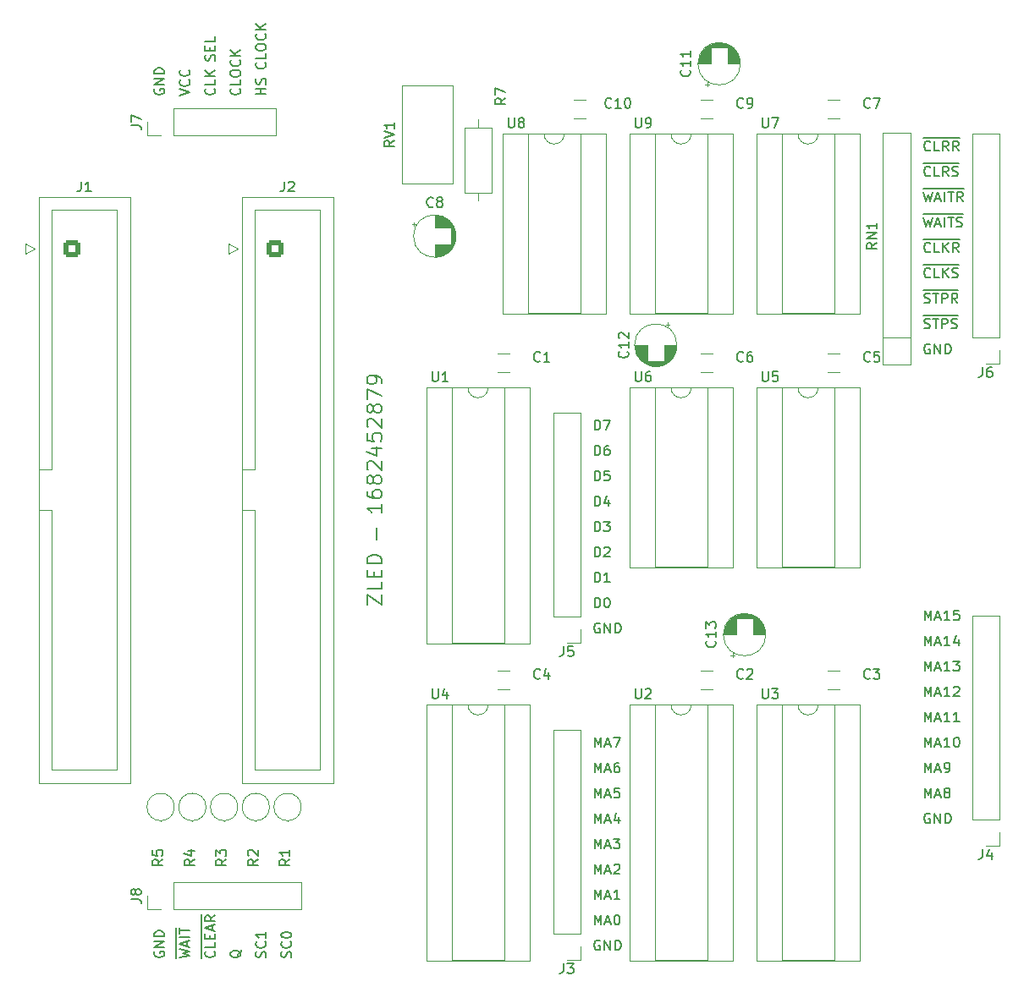
<source format=gto>
G04 #@! TF.GenerationSoftware,KiCad,Pcbnew,(7.0.0)*
G04 #@! TF.CreationDate,2023-04-25T22:37:33+02:00*
G04 #@! TF.ProjectId,cdp-leddriver,6364702d-6c65-4646-9472-697665722e6b,1*
G04 #@! TF.SameCoordinates,Original*
G04 #@! TF.FileFunction,Legend,Top*
G04 #@! TF.FilePolarity,Positive*
%FSLAX46Y46*%
G04 Gerber Fmt 4.6, Leading zero omitted, Abs format (unit mm)*
G04 Created by KiCad (PCBNEW (7.0.0)) date 2023-04-25 22:37:33*
%MOMM*%
%LPD*%
G01*
G04 APERTURE LIST*
G04 Aperture macros list*
%AMRoundRect*
0 Rectangle with rounded corners*
0 $1 Rounding radius*
0 $2 $3 $4 $5 $6 $7 $8 $9 X,Y pos of 4 corners*
0 Add a 4 corners polygon primitive as box body*
4,1,4,$2,$3,$4,$5,$6,$7,$8,$9,$2,$3,0*
0 Add four circle primitives for the rounded corners*
1,1,$1+$1,$2,$3*
1,1,$1+$1,$4,$5*
1,1,$1+$1,$6,$7*
1,1,$1+$1,$8,$9*
0 Add four rect primitives between the rounded corners*
20,1,$1+$1,$2,$3,$4,$5,0*
20,1,$1+$1,$4,$5,$6,$7,0*
20,1,$1+$1,$6,$7,$8,$9,0*
20,1,$1+$1,$8,$9,$2,$3,0*%
G04 Aperture macros list end*
%ADD10C,0.150000*%
%ADD11C,0.200000*%
%ADD12C,0.120000*%
%ADD13R,1.600000X1.600000*%
%ADD14O,1.600000X1.600000*%
%ADD15C,1.600000*%
%ADD16RoundRect,0.250000X-0.600000X-0.600000X0.600000X-0.600000X0.600000X0.600000X-0.600000X0.600000X0*%
%ADD17C,1.700000*%
%ADD18C,3.200000*%
%ADD19R,1.700000X1.700000*%
%ADD20O,1.700000X1.700000*%
%ADD21R,1.200000X1.200000*%
%ADD22C,1.200000*%
%ADD23C,1.440000*%
G04 APERTURE END LIST*
D10*
X121335000Y-141478095D02*
X121287380Y-141573333D01*
X121287380Y-141573333D02*
X121287380Y-141716190D01*
X121287380Y-141716190D02*
X121335000Y-141859047D01*
X121335000Y-141859047D02*
X121430238Y-141954285D01*
X121430238Y-141954285D02*
X121525476Y-142001904D01*
X121525476Y-142001904D02*
X121715952Y-142049523D01*
X121715952Y-142049523D02*
X121858809Y-142049523D01*
X121858809Y-142049523D02*
X122049285Y-142001904D01*
X122049285Y-142001904D02*
X122144523Y-141954285D01*
X122144523Y-141954285D02*
X122239761Y-141859047D01*
X122239761Y-141859047D02*
X122287380Y-141716190D01*
X122287380Y-141716190D02*
X122287380Y-141620952D01*
X122287380Y-141620952D02*
X122239761Y-141478095D01*
X122239761Y-141478095D02*
X122192142Y-141430476D01*
X122192142Y-141430476D02*
X121858809Y-141430476D01*
X121858809Y-141430476D02*
X121858809Y-141620952D01*
X122287380Y-141001904D02*
X121287380Y-141001904D01*
X121287380Y-141001904D02*
X122287380Y-140430476D01*
X122287380Y-140430476D02*
X121287380Y-140430476D01*
X122287380Y-139954285D02*
X121287380Y-139954285D01*
X121287380Y-139954285D02*
X121287380Y-139716190D01*
X121287380Y-139716190D02*
X121335000Y-139573333D01*
X121335000Y-139573333D02*
X121430238Y-139478095D01*
X121430238Y-139478095D02*
X121525476Y-139430476D01*
X121525476Y-139430476D02*
X121715952Y-139382857D01*
X121715952Y-139382857D02*
X121858809Y-139382857D01*
X121858809Y-139382857D02*
X122049285Y-139430476D01*
X122049285Y-139430476D02*
X122144523Y-139478095D01*
X122144523Y-139478095D02*
X122239761Y-139573333D01*
X122239761Y-139573333D02*
X122287380Y-139716190D01*
X122287380Y-139716190D02*
X122287380Y-139954285D01*
X165338095Y-94347380D02*
X165338095Y-93347380D01*
X165338095Y-93347380D02*
X165576190Y-93347380D01*
X165576190Y-93347380D02*
X165719047Y-93395000D01*
X165719047Y-93395000D02*
X165814285Y-93490238D01*
X165814285Y-93490238D02*
X165861904Y-93585476D01*
X165861904Y-93585476D02*
X165909523Y-93775952D01*
X165909523Y-93775952D02*
X165909523Y-93918809D01*
X165909523Y-93918809D02*
X165861904Y-94109285D01*
X165861904Y-94109285D02*
X165814285Y-94204523D01*
X165814285Y-94204523D02*
X165719047Y-94299761D01*
X165719047Y-94299761D02*
X165576190Y-94347380D01*
X165576190Y-94347380D02*
X165338095Y-94347380D01*
X166814285Y-93347380D02*
X166338095Y-93347380D01*
X166338095Y-93347380D02*
X166290476Y-93823571D01*
X166290476Y-93823571D02*
X166338095Y-93775952D01*
X166338095Y-93775952D02*
X166433333Y-93728333D01*
X166433333Y-93728333D02*
X166671428Y-93728333D01*
X166671428Y-93728333D02*
X166766666Y-93775952D01*
X166766666Y-93775952D02*
X166814285Y-93823571D01*
X166814285Y-93823571D02*
X166861904Y-93918809D01*
X166861904Y-93918809D02*
X166861904Y-94156904D01*
X166861904Y-94156904D02*
X166814285Y-94252142D01*
X166814285Y-94252142D02*
X166766666Y-94299761D01*
X166766666Y-94299761D02*
X166671428Y-94347380D01*
X166671428Y-94347380D02*
X166433333Y-94347380D01*
X166433333Y-94347380D02*
X166338095Y-94299761D01*
X166338095Y-94299761D02*
X166290476Y-94252142D01*
X165338095Y-133717380D02*
X165338095Y-132717380D01*
X165338095Y-132717380D02*
X165671428Y-133431666D01*
X165671428Y-133431666D02*
X166004761Y-132717380D01*
X166004761Y-132717380D02*
X166004761Y-133717380D01*
X166433333Y-133431666D02*
X166909523Y-133431666D01*
X166338095Y-133717380D02*
X166671428Y-132717380D01*
X166671428Y-132717380D02*
X167004761Y-133717380D01*
X167290476Y-132812619D02*
X167338095Y-132765000D01*
X167338095Y-132765000D02*
X167433333Y-132717380D01*
X167433333Y-132717380D02*
X167671428Y-132717380D01*
X167671428Y-132717380D02*
X167766666Y-132765000D01*
X167766666Y-132765000D02*
X167814285Y-132812619D01*
X167814285Y-132812619D02*
X167861904Y-132907857D01*
X167861904Y-132907857D02*
X167861904Y-133003095D01*
X167861904Y-133003095D02*
X167814285Y-133145952D01*
X167814285Y-133145952D02*
X167242857Y-133717380D01*
X167242857Y-133717380D02*
X167861904Y-133717380D01*
X165338095Y-131177380D02*
X165338095Y-130177380D01*
X165338095Y-130177380D02*
X165671428Y-130891666D01*
X165671428Y-130891666D02*
X166004761Y-130177380D01*
X166004761Y-130177380D02*
X166004761Y-131177380D01*
X166433333Y-130891666D02*
X166909523Y-130891666D01*
X166338095Y-131177380D02*
X166671428Y-130177380D01*
X166671428Y-130177380D02*
X167004761Y-131177380D01*
X167242857Y-130177380D02*
X167861904Y-130177380D01*
X167861904Y-130177380D02*
X167528571Y-130558333D01*
X167528571Y-130558333D02*
X167671428Y-130558333D01*
X167671428Y-130558333D02*
X167766666Y-130605952D01*
X167766666Y-130605952D02*
X167814285Y-130653571D01*
X167814285Y-130653571D02*
X167861904Y-130748809D01*
X167861904Y-130748809D02*
X167861904Y-130986904D01*
X167861904Y-130986904D02*
X167814285Y-131082142D01*
X167814285Y-131082142D02*
X167766666Y-131129761D01*
X167766666Y-131129761D02*
X167671428Y-131177380D01*
X167671428Y-131177380D02*
X167385714Y-131177380D01*
X167385714Y-131177380D02*
X167290476Y-131129761D01*
X167290476Y-131129761D02*
X167242857Y-131082142D01*
D11*
X142561071Y-106757140D02*
X142561071Y-105757140D01*
X142561071Y-105757140D02*
X144061071Y-106757140D01*
X144061071Y-106757140D02*
X144061071Y-105757140D01*
X144061071Y-104471426D02*
X144061071Y-105185712D01*
X144061071Y-105185712D02*
X142561071Y-105185712D01*
X143275357Y-103971426D02*
X143275357Y-103471426D01*
X144061071Y-103257140D02*
X144061071Y-103971426D01*
X144061071Y-103971426D02*
X142561071Y-103971426D01*
X142561071Y-103971426D02*
X142561071Y-103257140D01*
X144061071Y-102614283D02*
X142561071Y-102614283D01*
X142561071Y-102614283D02*
X142561071Y-102257140D01*
X142561071Y-102257140D02*
X142632500Y-102042854D01*
X142632500Y-102042854D02*
X142775357Y-101899997D01*
X142775357Y-101899997D02*
X142918214Y-101828568D01*
X142918214Y-101828568D02*
X143203928Y-101757140D01*
X143203928Y-101757140D02*
X143418214Y-101757140D01*
X143418214Y-101757140D02*
X143703928Y-101828568D01*
X143703928Y-101828568D02*
X143846785Y-101899997D01*
X143846785Y-101899997D02*
X143989642Y-102042854D01*
X143989642Y-102042854D02*
X144061071Y-102257140D01*
X144061071Y-102257140D02*
X144061071Y-102614283D01*
X143489642Y-100214283D02*
X143489642Y-99071426D01*
X144061071Y-96671425D02*
X144061071Y-97528568D01*
X144061071Y-97099997D02*
X142561071Y-97099997D01*
X142561071Y-97099997D02*
X142775357Y-97242854D01*
X142775357Y-97242854D02*
X142918214Y-97385711D01*
X142918214Y-97385711D02*
X142989642Y-97528568D01*
X142561071Y-95385712D02*
X142561071Y-95671426D01*
X142561071Y-95671426D02*
X142632500Y-95814283D01*
X142632500Y-95814283D02*
X142703928Y-95885712D01*
X142703928Y-95885712D02*
X142918214Y-96028569D01*
X142918214Y-96028569D02*
X143203928Y-96099997D01*
X143203928Y-96099997D02*
X143775357Y-96099997D01*
X143775357Y-96099997D02*
X143918214Y-96028569D01*
X143918214Y-96028569D02*
X143989642Y-95957140D01*
X143989642Y-95957140D02*
X144061071Y-95814283D01*
X144061071Y-95814283D02*
X144061071Y-95528569D01*
X144061071Y-95528569D02*
X143989642Y-95385712D01*
X143989642Y-95385712D02*
X143918214Y-95314283D01*
X143918214Y-95314283D02*
X143775357Y-95242854D01*
X143775357Y-95242854D02*
X143418214Y-95242854D01*
X143418214Y-95242854D02*
X143275357Y-95314283D01*
X143275357Y-95314283D02*
X143203928Y-95385712D01*
X143203928Y-95385712D02*
X143132500Y-95528569D01*
X143132500Y-95528569D02*
X143132500Y-95814283D01*
X143132500Y-95814283D02*
X143203928Y-95957140D01*
X143203928Y-95957140D02*
X143275357Y-96028569D01*
X143275357Y-96028569D02*
X143418214Y-96099997D01*
X143203928Y-94385712D02*
X143132500Y-94528569D01*
X143132500Y-94528569D02*
X143061071Y-94599998D01*
X143061071Y-94599998D02*
X142918214Y-94671426D01*
X142918214Y-94671426D02*
X142846785Y-94671426D01*
X142846785Y-94671426D02*
X142703928Y-94599998D01*
X142703928Y-94599998D02*
X142632500Y-94528569D01*
X142632500Y-94528569D02*
X142561071Y-94385712D01*
X142561071Y-94385712D02*
X142561071Y-94099998D01*
X142561071Y-94099998D02*
X142632500Y-93957141D01*
X142632500Y-93957141D02*
X142703928Y-93885712D01*
X142703928Y-93885712D02*
X142846785Y-93814283D01*
X142846785Y-93814283D02*
X142918214Y-93814283D01*
X142918214Y-93814283D02*
X143061071Y-93885712D01*
X143061071Y-93885712D02*
X143132500Y-93957141D01*
X143132500Y-93957141D02*
X143203928Y-94099998D01*
X143203928Y-94099998D02*
X143203928Y-94385712D01*
X143203928Y-94385712D02*
X143275357Y-94528569D01*
X143275357Y-94528569D02*
X143346785Y-94599998D01*
X143346785Y-94599998D02*
X143489642Y-94671426D01*
X143489642Y-94671426D02*
X143775357Y-94671426D01*
X143775357Y-94671426D02*
X143918214Y-94599998D01*
X143918214Y-94599998D02*
X143989642Y-94528569D01*
X143989642Y-94528569D02*
X144061071Y-94385712D01*
X144061071Y-94385712D02*
X144061071Y-94099998D01*
X144061071Y-94099998D02*
X143989642Y-93957141D01*
X143989642Y-93957141D02*
X143918214Y-93885712D01*
X143918214Y-93885712D02*
X143775357Y-93814283D01*
X143775357Y-93814283D02*
X143489642Y-93814283D01*
X143489642Y-93814283D02*
X143346785Y-93885712D01*
X143346785Y-93885712D02*
X143275357Y-93957141D01*
X143275357Y-93957141D02*
X143203928Y-94099998D01*
X142703928Y-93242855D02*
X142632500Y-93171427D01*
X142632500Y-93171427D02*
X142561071Y-93028570D01*
X142561071Y-93028570D02*
X142561071Y-92671427D01*
X142561071Y-92671427D02*
X142632500Y-92528570D01*
X142632500Y-92528570D02*
X142703928Y-92457141D01*
X142703928Y-92457141D02*
X142846785Y-92385712D01*
X142846785Y-92385712D02*
X142989642Y-92385712D01*
X142989642Y-92385712D02*
X143203928Y-92457141D01*
X143203928Y-92457141D02*
X144061071Y-93314284D01*
X144061071Y-93314284D02*
X144061071Y-92385712D01*
X143061071Y-91099999D02*
X144061071Y-91099999D01*
X142489642Y-91457141D02*
X143561071Y-91814284D01*
X143561071Y-91814284D02*
X143561071Y-90885713D01*
X142561071Y-89599999D02*
X142561071Y-90314285D01*
X142561071Y-90314285D02*
X143275357Y-90385713D01*
X143275357Y-90385713D02*
X143203928Y-90314285D01*
X143203928Y-90314285D02*
X143132500Y-90171428D01*
X143132500Y-90171428D02*
X143132500Y-89814285D01*
X143132500Y-89814285D02*
X143203928Y-89671428D01*
X143203928Y-89671428D02*
X143275357Y-89599999D01*
X143275357Y-89599999D02*
X143418214Y-89528570D01*
X143418214Y-89528570D02*
X143775357Y-89528570D01*
X143775357Y-89528570D02*
X143918214Y-89599999D01*
X143918214Y-89599999D02*
X143989642Y-89671428D01*
X143989642Y-89671428D02*
X144061071Y-89814285D01*
X144061071Y-89814285D02*
X144061071Y-90171428D01*
X144061071Y-90171428D02*
X143989642Y-90314285D01*
X143989642Y-90314285D02*
X143918214Y-90385713D01*
X142703928Y-88957142D02*
X142632500Y-88885714D01*
X142632500Y-88885714D02*
X142561071Y-88742857D01*
X142561071Y-88742857D02*
X142561071Y-88385714D01*
X142561071Y-88385714D02*
X142632500Y-88242857D01*
X142632500Y-88242857D02*
X142703928Y-88171428D01*
X142703928Y-88171428D02*
X142846785Y-88099999D01*
X142846785Y-88099999D02*
X142989642Y-88099999D01*
X142989642Y-88099999D02*
X143203928Y-88171428D01*
X143203928Y-88171428D02*
X144061071Y-89028571D01*
X144061071Y-89028571D02*
X144061071Y-88099999D01*
X143203928Y-87242857D02*
X143132500Y-87385714D01*
X143132500Y-87385714D02*
X143061071Y-87457143D01*
X143061071Y-87457143D02*
X142918214Y-87528571D01*
X142918214Y-87528571D02*
X142846785Y-87528571D01*
X142846785Y-87528571D02*
X142703928Y-87457143D01*
X142703928Y-87457143D02*
X142632500Y-87385714D01*
X142632500Y-87385714D02*
X142561071Y-87242857D01*
X142561071Y-87242857D02*
X142561071Y-86957143D01*
X142561071Y-86957143D02*
X142632500Y-86814286D01*
X142632500Y-86814286D02*
X142703928Y-86742857D01*
X142703928Y-86742857D02*
X142846785Y-86671428D01*
X142846785Y-86671428D02*
X142918214Y-86671428D01*
X142918214Y-86671428D02*
X143061071Y-86742857D01*
X143061071Y-86742857D02*
X143132500Y-86814286D01*
X143132500Y-86814286D02*
X143203928Y-86957143D01*
X143203928Y-86957143D02*
X143203928Y-87242857D01*
X143203928Y-87242857D02*
X143275357Y-87385714D01*
X143275357Y-87385714D02*
X143346785Y-87457143D01*
X143346785Y-87457143D02*
X143489642Y-87528571D01*
X143489642Y-87528571D02*
X143775357Y-87528571D01*
X143775357Y-87528571D02*
X143918214Y-87457143D01*
X143918214Y-87457143D02*
X143989642Y-87385714D01*
X143989642Y-87385714D02*
X144061071Y-87242857D01*
X144061071Y-87242857D02*
X144061071Y-86957143D01*
X144061071Y-86957143D02*
X143989642Y-86814286D01*
X143989642Y-86814286D02*
X143918214Y-86742857D01*
X143918214Y-86742857D02*
X143775357Y-86671428D01*
X143775357Y-86671428D02*
X143489642Y-86671428D01*
X143489642Y-86671428D02*
X143346785Y-86742857D01*
X143346785Y-86742857D02*
X143275357Y-86814286D01*
X143275357Y-86814286D02*
X143203928Y-86957143D01*
X142561071Y-86171429D02*
X142561071Y-85171429D01*
X142561071Y-85171429D02*
X144061071Y-85814286D01*
X144061071Y-84528572D02*
X144061071Y-84242858D01*
X144061071Y-84242858D02*
X143989642Y-84100001D01*
X143989642Y-84100001D02*
X143918214Y-84028572D01*
X143918214Y-84028572D02*
X143703928Y-83885715D01*
X143703928Y-83885715D02*
X143418214Y-83814286D01*
X143418214Y-83814286D02*
X142846785Y-83814286D01*
X142846785Y-83814286D02*
X142703928Y-83885715D01*
X142703928Y-83885715D02*
X142632500Y-83957144D01*
X142632500Y-83957144D02*
X142561071Y-84100001D01*
X142561071Y-84100001D02*
X142561071Y-84385715D01*
X142561071Y-84385715D02*
X142632500Y-84528572D01*
X142632500Y-84528572D02*
X142703928Y-84600001D01*
X142703928Y-84600001D02*
X142846785Y-84671429D01*
X142846785Y-84671429D02*
X143203928Y-84671429D01*
X143203928Y-84671429D02*
X143346785Y-84600001D01*
X143346785Y-84600001D02*
X143418214Y-84528572D01*
X143418214Y-84528572D02*
X143489642Y-84385715D01*
X143489642Y-84385715D02*
X143489642Y-84100001D01*
X143489642Y-84100001D02*
X143418214Y-83957144D01*
X143418214Y-83957144D02*
X143346785Y-83885715D01*
X143346785Y-83885715D02*
X143203928Y-83814286D01*
D10*
X198929523Y-73932142D02*
X198881904Y-73979761D01*
X198881904Y-73979761D02*
X198739047Y-74027380D01*
X198739047Y-74027380D02*
X198643809Y-74027380D01*
X198643809Y-74027380D02*
X198500952Y-73979761D01*
X198500952Y-73979761D02*
X198405714Y-73884523D01*
X198405714Y-73884523D02*
X198358095Y-73789285D01*
X198358095Y-73789285D02*
X198310476Y-73598809D01*
X198310476Y-73598809D02*
X198310476Y-73455952D01*
X198310476Y-73455952D02*
X198358095Y-73265476D01*
X198358095Y-73265476D02*
X198405714Y-73170238D01*
X198405714Y-73170238D02*
X198500952Y-73075000D01*
X198500952Y-73075000D02*
X198643809Y-73027380D01*
X198643809Y-73027380D02*
X198739047Y-73027380D01*
X198739047Y-73027380D02*
X198881904Y-73075000D01*
X198881904Y-73075000D02*
X198929523Y-73122619D01*
X199834285Y-74027380D02*
X199358095Y-74027380D01*
X199358095Y-74027380D02*
X199358095Y-73027380D01*
X200167619Y-74027380D02*
X200167619Y-73027380D01*
X200739047Y-74027380D02*
X200310476Y-73455952D01*
X200739047Y-73027380D02*
X200167619Y-73598809D01*
X201120000Y-73979761D02*
X201262857Y-74027380D01*
X201262857Y-74027380D02*
X201500952Y-74027380D01*
X201500952Y-74027380D02*
X201596190Y-73979761D01*
X201596190Y-73979761D02*
X201643809Y-73932142D01*
X201643809Y-73932142D02*
X201691428Y-73836904D01*
X201691428Y-73836904D02*
X201691428Y-73741666D01*
X201691428Y-73741666D02*
X201643809Y-73646428D01*
X201643809Y-73646428D02*
X201596190Y-73598809D01*
X201596190Y-73598809D02*
X201500952Y-73551190D01*
X201500952Y-73551190D02*
X201310476Y-73503571D01*
X201310476Y-73503571D02*
X201215238Y-73455952D01*
X201215238Y-73455952D02*
X201167619Y-73408333D01*
X201167619Y-73408333D02*
X201120000Y-73313095D01*
X201120000Y-73313095D02*
X201120000Y-73217857D01*
X201120000Y-73217857D02*
X201167619Y-73122619D01*
X201167619Y-73122619D02*
X201215238Y-73075000D01*
X201215238Y-73075000D02*
X201310476Y-73027380D01*
X201310476Y-73027380D02*
X201548571Y-73027380D01*
X201548571Y-73027380D02*
X201691428Y-73075000D01*
X198220000Y-72675000D02*
X201781905Y-72675000D01*
X165338095Y-126097380D02*
X165338095Y-125097380D01*
X165338095Y-125097380D02*
X165671428Y-125811666D01*
X165671428Y-125811666D02*
X166004761Y-125097380D01*
X166004761Y-125097380D02*
X166004761Y-126097380D01*
X166433333Y-125811666D02*
X166909523Y-125811666D01*
X166338095Y-126097380D02*
X166671428Y-125097380D01*
X166671428Y-125097380D02*
X167004761Y-126097380D01*
X167814285Y-125097380D02*
X167338095Y-125097380D01*
X167338095Y-125097380D02*
X167290476Y-125573571D01*
X167290476Y-125573571D02*
X167338095Y-125525952D01*
X167338095Y-125525952D02*
X167433333Y-125478333D01*
X167433333Y-125478333D02*
X167671428Y-125478333D01*
X167671428Y-125478333D02*
X167766666Y-125525952D01*
X167766666Y-125525952D02*
X167814285Y-125573571D01*
X167814285Y-125573571D02*
X167861904Y-125668809D01*
X167861904Y-125668809D02*
X167861904Y-125906904D01*
X167861904Y-125906904D02*
X167814285Y-126002142D01*
X167814285Y-126002142D02*
X167766666Y-126049761D01*
X167766666Y-126049761D02*
X167671428Y-126097380D01*
X167671428Y-126097380D02*
X167433333Y-126097380D01*
X167433333Y-126097380D02*
X167338095Y-126049761D01*
X167338095Y-126049761D02*
X167290476Y-126002142D01*
X165338095Y-101967380D02*
X165338095Y-100967380D01*
X165338095Y-100967380D02*
X165576190Y-100967380D01*
X165576190Y-100967380D02*
X165719047Y-101015000D01*
X165719047Y-101015000D02*
X165814285Y-101110238D01*
X165814285Y-101110238D02*
X165861904Y-101205476D01*
X165861904Y-101205476D02*
X165909523Y-101395952D01*
X165909523Y-101395952D02*
X165909523Y-101538809D01*
X165909523Y-101538809D02*
X165861904Y-101729285D01*
X165861904Y-101729285D02*
X165814285Y-101824523D01*
X165814285Y-101824523D02*
X165719047Y-101919761D01*
X165719047Y-101919761D02*
X165576190Y-101967380D01*
X165576190Y-101967380D02*
X165338095Y-101967380D01*
X166290476Y-101062619D02*
X166338095Y-101015000D01*
X166338095Y-101015000D02*
X166433333Y-100967380D01*
X166433333Y-100967380D02*
X166671428Y-100967380D01*
X166671428Y-100967380D02*
X166766666Y-101015000D01*
X166766666Y-101015000D02*
X166814285Y-101062619D01*
X166814285Y-101062619D02*
X166861904Y-101157857D01*
X166861904Y-101157857D02*
X166861904Y-101253095D01*
X166861904Y-101253095D02*
X166814285Y-101395952D01*
X166814285Y-101395952D02*
X166242857Y-101967380D01*
X166242857Y-101967380D02*
X166861904Y-101967380D01*
X132399761Y-142049523D02*
X132447380Y-141906666D01*
X132447380Y-141906666D02*
X132447380Y-141668571D01*
X132447380Y-141668571D02*
X132399761Y-141573333D01*
X132399761Y-141573333D02*
X132352142Y-141525714D01*
X132352142Y-141525714D02*
X132256904Y-141478095D01*
X132256904Y-141478095D02*
X132161666Y-141478095D01*
X132161666Y-141478095D02*
X132066428Y-141525714D01*
X132066428Y-141525714D02*
X132018809Y-141573333D01*
X132018809Y-141573333D02*
X131971190Y-141668571D01*
X131971190Y-141668571D02*
X131923571Y-141859047D01*
X131923571Y-141859047D02*
X131875952Y-141954285D01*
X131875952Y-141954285D02*
X131828333Y-142001904D01*
X131828333Y-142001904D02*
X131733095Y-142049523D01*
X131733095Y-142049523D02*
X131637857Y-142049523D01*
X131637857Y-142049523D02*
X131542619Y-142001904D01*
X131542619Y-142001904D02*
X131495000Y-141954285D01*
X131495000Y-141954285D02*
X131447380Y-141859047D01*
X131447380Y-141859047D02*
X131447380Y-141620952D01*
X131447380Y-141620952D02*
X131495000Y-141478095D01*
X132352142Y-140478095D02*
X132399761Y-140525714D01*
X132399761Y-140525714D02*
X132447380Y-140668571D01*
X132447380Y-140668571D02*
X132447380Y-140763809D01*
X132447380Y-140763809D02*
X132399761Y-140906666D01*
X132399761Y-140906666D02*
X132304523Y-141001904D01*
X132304523Y-141001904D02*
X132209285Y-141049523D01*
X132209285Y-141049523D02*
X132018809Y-141097142D01*
X132018809Y-141097142D02*
X131875952Y-141097142D01*
X131875952Y-141097142D02*
X131685476Y-141049523D01*
X131685476Y-141049523D02*
X131590238Y-141001904D01*
X131590238Y-141001904D02*
X131495000Y-140906666D01*
X131495000Y-140906666D02*
X131447380Y-140763809D01*
X131447380Y-140763809D02*
X131447380Y-140668571D01*
X131447380Y-140668571D02*
X131495000Y-140525714D01*
X131495000Y-140525714D02*
X131542619Y-140478095D01*
X132447380Y-139525714D02*
X132447380Y-140097142D01*
X132447380Y-139811428D02*
X131447380Y-139811428D01*
X131447380Y-139811428D02*
X131590238Y-139906666D01*
X131590238Y-139906666D02*
X131685476Y-140001904D01*
X131685476Y-140001904D02*
X131733095Y-140097142D01*
X134939761Y-142049523D02*
X134987380Y-141906666D01*
X134987380Y-141906666D02*
X134987380Y-141668571D01*
X134987380Y-141668571D02*
X134939761Y-141573333D01*
X134939761Y-141573333D02*
X134892142Y-141525714D01*
X134892142Y-141525714D02*
X134796904Y-141478095D01*
X134796904Y-141478095D02*
X134701666Y-141478095D01*
X134701666Y-141478095D02*
X134606428Y-141525714D01*
X134606428Y-141525714D02*
X134558809Y-141573333D01*
X134558809Y-141573333D02*
X134511190Y-141668571D01*
X134511190Y-141668571D02*
X134463571Y-141859047D01*
X134463571Y-141859047D02*
X134415952Y-141954285D01*
X134415952Y-141954285D02*
X134368333Y-142001904D01*
X134368333Y-142001904D02*
X134273095Y-142049523D01*
X134273095Y-142049523D02*
X134177857Y-142049523D01*
X134177857Y-142049523D02*
X134082619Y-142001904D01*
X134082619Y-142001904D02*
X134035000Y-141954285D01*
X134035000Y-141954285D02*
X133987380Y-141859047D01*
X133987380Y-141859047D02*
X133987380Y-141620952D01*
X133987380Y-141620952D02*
X134035000Y-141478095D01*
X134892142Y-140478095D02*
X134939761Y-140525714D01*
X134939761Y-140525714D02*
X134987380Y-140668571D01*
X134987380Y-140668571D02*
X134987380Y-140763809D01*
X134987380Y-140763809D02*
X134939761Y-140906666D01*
X134939761Y-140906666D02*
X134844523Y-141001904D01*
X134844523Y-141001904D02*
X134749285Y-141049523D01*
X134749285Y-141049523D02*
X134558809Y-141097142D01*
X134558809Y-141097142D02*
X134415952Y-141097142D01*
X134415952Y-141097142D02*
X134225476Y-141049523D01*
X134225476Y-141049523D02*
X134130238Y-141001904D01*
X134130238Y-141001904D02*
X134035000Y-140906666D01*
X134035000Y-140906666D02*
X133987380Y-140763809D01*
X133987380Y-140763809D02*
X133987380Y-140668571D01*
X133987380Y-140668571D02*
X134035000Y-140525714D01*
X134035000Y-140525714D02*
X134082619Y-140478095D01*
X133987380Y-139859047D02*
X133987380Y-139763809D01*
X133987380Y-139763809D02*
X134035000Y-139668571D01*
X134035000Y-139668571D02*
X134082619Y-139620952D01*
X134082619Y-139620952D02*
X134177857Y-139573333D01*
X134177857Y-139573333D02*
X134368333Y-139525714D01*
X134368333Y-139525714D02*
X134606428Y-139525714D01*
X134606428Y-139525714D02*
X134796904Y-139573333D01*
X134796904Y-139573333D02*
X134892142Y-139620952D01*
X134892142Y-139620952D02*
X134939761Y-139668571D01*
X134939761Y-139668571D02*
X134987380Y-139763809D01*
X134987380Y-139763809D02*
X134987380Y-139859047D01*
X134987380Y-139859047D02*
X134939761Y-139954285D01*
X134939761Y-139954285D02*
X134892142Y-140001904D01*
X134892142Y-140001904D02*
X134796904Y-140049523D01*
X134796904Y-140049523D02*
X134606428Y-140097142D01*
X134606428Y-140097142D02*
X134368333Y-140097142D01*
X134368333Y-140097142D02*
X134177857Y-140049523D01*
X134177857Y-140049523D02*
X134082619Y-140001904D01*
X134082619Y-140001904D02*
X134035000Y-139954285D01*
X134035000Y-139954285D02*
X133987380Y-139859047D01*
X198358095Y-115937380D02*
X198358095Y-114937380D01*
X198358095Y-114937380D02*
X198691428Y-115651666D01*
X198691428Y-115651666D02*
X199024761Y-114937380D01*
X199024761Y-114937380D02*
X199024761Y-115937380D01*
X199453333Y-115651666D02*
X199929523Y-115651666D01*
X199358095Y-115937380D02*
X199691428Y-114937380D01*
X199691428Y-114937380D02*
X200024761Y-115937380D01*
X200881904Y-115937380D02*
X200310476Y-115937380D01*
X200596190Y-115937380D02*
X200596190Y-114937380D01*
X200596190Y-114937380D02*
X200500952Y-115080238D01*
X200500952Y-115080238D02*
X200405714Y-115175476D01*
X200405714Y-115175476D02*
X200310476Y-115223095D01*
X201262857Y-115032619D02*
X201310476Y-114985000D01*
X201310476Y-114985000D02*
X201405714Y-114937380D01*
X201405714Y-114937380D02*
X201643809Y-114937380D01*
X201643809Y-114937380D02*
X201739047Y-114985000D01*
X201739047Y-114985000D02*
X201786666Y-115032619D01*
X201786666Y-115032619D02*
X201834285Y-115127857D01*
X201834285Y-115127857D02*
X201834285Y-115223095D01*
X201834285Y-115223095D02*
X201786666Y-115365952D01*
X201786666Y-115365952D02*
X201215238Y-115937380D01*
X201215238Y-115937380D02*
X201834285Y-115937380D01*
X132447380Y-55641904D02*
X131447380Y-55641904D01*
X131923571Y-55641904D02*
X131923571Y-55070476D01*
X132447380Y-55070476D02*
X131447380Y-55070476D01*
X132399761Y-54641904D02*
X132447380Y-54499047D01*
X132447380Y-54499047D02*
X132447380Y-54260952D01*
X132447380Y-54260952D02*
X132399761Y-54165714D01*
X132399761Y-54165714D02*
X132352142Y-54118095D01*
X132352142Y-54118095D02*
X132256904Y-54070476D01*
X132256904Y-54070476D02*
X132161666Y-54070476D01*
X132161666Y-54070476D02*
X132066428Y-54118095D01*
X132066428Y-54118095D02*
X132018809Y-54165714D01*
X132018809Y-54165714D02*
X131971190Y-54260952D01*
X131971190Y-54260952D02*
X131923571Y-54451428D01*
X131923571Y-54451428D02*
X131875952Y-54546666D01*
X131875952Y-54546666D02*
X131828333Y-54594285D01*
X131828333Y-54594285D02*
X131733095Y-54641904D01*
X131733095Y-54641904D02*
X131637857Y-54641904D01*
X131637857Y-54641904D02*
X131542619Y-54594285D01*
X131542619Y-54594285D02*
X131495000Y-54546666D01*
X131495000Y-54546666D02*
X131447380Y-54451428D01*
X131447380Y-54451428D02*
X131447380Y-54213333D01*
X131447380Y-54213333D02*
X131495000Y-54070476D01*
X132352142Y-52470476D02*
X132399761Y-52518095D01*
X132399761Y-52518095D02*
X132447380Y-52660952D01*
X132447380Y-52660952D02*
X132447380Y-52756190D01*
X132447380Y-52756190D02*
X132399761Y-52899047D01*
X132399761Y-52899047D02*
X132304523Y-52994285D01*
X132304523Y-52994285D02*
X132209285Y-53041904D01*
X132209285Y-53041904D02*
X132018809Y-53089523D01*
X132018809Y-53089523D02*
X131875952Y-53089523D01*
X131875952Y-53089523D02*
X131685476Y-53041904D01*
X131685476Y-53041904D02*
X131590238Y-52994285D01*
X131590238Y-52994285D02*
X131495000Y-52899047D01*
X131495000Y-52899047D02*
X131447380Y-52756190D01*
X131447380Y-52756190D02*
X131447380Y-52660952D01*
X131447380Y-52660952D02*
X131495000Y-52518095D01*
X131495000Y-52518095D02*
X131542619Y-52470476D01*
X132447380Y-51565714D02*
X132447380Y-52041904D01*
X132447380Y-52041904D02*
X131447380Y-52041904D01*
X131447380Y-51041904D02*
X131447380Y-50851428D01*
X131447380Y-50851428D02*
X131495000Y-50756190D01*
X131495000Y-50756190D02*
X131590238Y-50660952D01*
X131590238Y-50660952D02*
X131780714Y-50613333D01*
X131780714Y-50613333D02*
X132114047Y-50613333D01*
X132114047Y-50613333D02*
X132304523Y-50660952D01*
X132304523Y-50660952D02*
X132399761Y-50756190D01*
X132399761Y-50756190D02*
X132447380Y-50851428D01*
X132447380Y-50851428D02*
X132447380Y-51041904D01*
X132447380Y-51041904D02*
X132399761Y-51137142D01*
X132399761Y-51137142D02*
X132304523Y-51232380D01*
X132304523Y-51232380D02*
X132114047Y-51279999D01*
X132114047Y-51279999D02*
X131780714Y-51279999D01*
X131780714Y-51279999D02*
X131590238Y-51232380D01*
X131590238Y-51232380D02*
X131495000Y-51137142D01*
X131495000Y-51137142D02*
X131447380Y-51041904D01*
X132352142Y-49613333D02*
X132399761Y-49660952D01*
X132399761Y-49660952D02*
X132447380Y-49803809D01*
X132447380Y-49803809D02*
X132447380Y-49899047D01*
X132447380Y-49899047D02*
X132399761Y-50041904D01*
X132399761Y-50041904D02*
X132304523Y-50137142D01*
X132304523Y-50137142D02*
X132209285Y-50184761D01*
X132209285Y-50184761D02*
X132018809Y-50232380D01*
X132018809Y-50232380D02*
X131875952Y-50232380D01*
X131875952Y-50232380D02*
X131685476Y-50184761D01*
X131685476Y-50184761D02*
X131590238Y-50137142D01*
X131590238Y-50137142D02*
X131495000Y-50041904D01*
X131495000Y-50041904D02*
X131447380Y-49899047D01*
X131447380Y-49899047D02*
X131447380Y-49803809D01*
X131447380Y-49803809D02*
X131495000Y-49660952D01*
X131495000Y-49660952D02*
X131542619Y-49613333D01*
X132447380Y-49184761D02*
X131447380Y-49184761D01*
X132447380Y-48613333D02*
X131875952Y-49041904D01*
X131447380Y-48613333D02*
X132018809Y-49184761D01*
X165338095Y-96887380D02*
X165338095Y-95887380D01*
X165338095Y-95887380D02*
X165576190Y-95887380D01*
X165576190Y-95887380D02*
X165719047Y-95935000D01*
X165719047Y-95935000D02*
X165814285Y-96030238D01*
X165814285Y-96030238D02*
X165861904Y-96125476D01*
X165861904Y-96125476D02*
X165909523Y-96315952D01*
X165909523Y-96315952D02*
X165909523Y-96458809D01*
X165909523Y-96458809D02*
X165861904Y-96649285D01*
X165861904Y-96649285D02*
X165814285Y-96744523D01*
X165814285Y-96744523D02*
X165719047Y-96839761D01*
X165719047Y-96839761D02*
X165576190Y-96887380D01*
X165576190Y-96887380D02*
X165338095Y-96887380D01*
X166766666Y-96220714D02*
X166766666Y-96887380D01*
X166528571Y-95839761D02*
X166290476Y-96554047D01*
X166290476Y-96554047D02*
X166909523Y-96554047D01*
X165338095Y-138797380D02*
X165338095Y-137797380D01*
X165338095Y-137797380D02*
X165671428Y-138511666D01*
X165671428Y-138511666D02*
X166004761Y-137797380D01*
X166004761Y-137797380D02*
X166004761Y-138797380D01*
X166433333Y-138511666D02*
X166909523Y-138511666D01*
X166338095Y-138797380D02*
X166671428Y-137797380D01*
X166671428Y-137797380D02*
X167004761Y-138797380D01*
X167528571Y-137797380D02*
X167623809Y-137797380D01*
X167623809Y-137797380D02*
X167719047Y-137845000D01*
X167719047Y-137845000D02*
X167766666Y-137892619D01*
X167766666Y-137892619D02*
X167814285Y-137987857D01*
X167814285Y-137987857D02*
X167861904Y-138178333D01*
X167861904Y-138178333D02*
X167861904Y-138416428D01*
X167861904Y-138416428D02*
X167814285Y-138606904D01*
X167814285Y-138606904D02*
X167766666Y-138702142D01*
X167766666Y-138702142D02*
X167719047Y-138749761D01*
X167719047Y-138749761D02*
X167623809Y-138797380D01*
X167623809Y-138797380D02*
X167528571Y-138797380D01*
X167528571Y-138797380D02*
X167433333Y-138749761D01*
X167433333Y-138749761D02*
X167385714Y-138702142D01*
X167385714Y-138702142D02*
X167338095Y-138606904D01*
X167338095Y-138606904D02*
X167290476Y-138416428D01*
X167290476Y-138416428D02*
X167290476Y-138178333D01*
X167290476Y-138178333D02*
X167338095Y-137987857D01*
X167338095Y-137987857D02*
X167385714Y-137892619D01*
X167385714Y-137892619D02*
X167433333Y-137845000D01*
X167433333Y-137845000D02*
X167528571Y-137797380D01*
X129812142Y-55070476D02*
X129859761Y-55118095D01*
X129859761Y-55118095D02*
X129907380Y-55260952D01*
X129907380Y-55260952D02*
X129907380Y-55356190D01*
X129907380Y-55356190D02*
X129859761Y-55499047D01*
X129859761Y-55499047D02*
X129764523Y-55594285D01*
X129764523Y-55594285D02*
X129669285Y-55641904D01*
X129669285Y-55641904D02*
X129478809Y-55689523D01*
X129478809Y-55689523D02*
X129335952Y-55689523D01*
X129335952Y-55689523D02*
X129145476Y-55641904D01*
X129145476Y-55641904D02*
X129050238Y-55594285D01*
X129050238Y-55594285D02*
X128955000Y-55499047D01*
X128955000Y-55499047D02*
X128907380Y-55356190D01*
X128907380Y-55356190D02*
X128907380Y-55260952D01*
X128907380Y-55260952D02*
X128955000Y-55118095D01*
X128955000Y-55118095D02*
X129002619Y-55070476D01*
X129907380Y-54165714D02*
X129907380Y-54641904D01*
X129907380Y-54641904D02*
X128907380Y-54641904D01*
X128907380Y-53641904D02*
X128907380Y-53451428D01*
X128907380Y-53451428D02*
X128955000Y-53356190D01*
X128955000Y-53356190D02*
X129050238Y-53260952D01*
X129050238Y-53260952D02*
X129240714Y-53213333D01*
X129240714Y-53213333D02*
X129574047Y-53213333D01*
X129574047Y-53213333D02*
X129764523Y-53260952D01*
X129764523Y-53260952D02*
X129859761Y-53356190D01*
X129859761Y-53356190D02*
X129907380Y-53451428D01*
X129907380Y-53451428D02*
X129907380Y-53641904D01*
X129907380Y-53641904D02*
X129859761Y-53737142D01*
X129859761Y-53737142D02*
X129764523Y-53832380D01*
X129764523Y-53832380D02*
X129574047Y-53879999D01*
X129574047Y-53879999D02*
X129240714Y-53879999D01*
X129240714Y-53879999D02*
X129050238Y-53832380D01*
X129050238Y-53832380D02*
X128955000Y-53737142D01*
X128955000Y-53737142D02*
X128907380Y-53641904D01*
X129812142Y-52213333D02*
X129859761Y-52260952D01*
X129859761Y-52260952D02*
X129907380Y-52403809D01*
X129907380Y-52403809D02*
X129907380Y-52499047D01*
X129907380Y-52499047D02*
X129859761Y-52641904D01*
X129859761Y-52641904D02*
X129764523Y-52737142D01*
X129764523Y-52737142D02*
X129669285Y-52784761D01*
X129669285Y-52784761D02*
X129478809Y-52832380D01*
X129478809Y-52832380D02*
X129335952Y-52832380D01*
X129335952Y-52832380D02*
X129145476Y-52784761D01*
X129145476Y-52784761D02*
X129050238Y-52737142D01*
X129050238Y-52737142D02*
X128955000Y-52641904D01*
X128955000Y-52641904D02*
X128907380Y-52499047D01*
X128907380Y-52499047D02*
X128907380Y-52403809D01*
X128907380Y-52403809D02*
X128955000Y-52260952D01*
X128955000Y-52260952D02*
X129002619Y-52213333D01*
X129907380Y-51784761D02*
X128907380Y-51784761D01*
X129907380Y-51213333D02*
X129335952Y-51641904D01*
X128907380Y-51213333D02*
X129478809Y-51784761D01*
X198262857Y-67947380D02*
X198500952Y-68947380D01*
X198500952Y-68947380D02*
X198691428Y-68233095D01*
X198691428Y-68233095D02*
X198881904Y-68947380D01*
X198881904Y-68947380D02*
X199120000Y-67947380D01*
X199453333Y-68661666D02*
X199929523Y-68661666D01*
X199358095Y-68947380D02*
X199691428Y-67947380D01*
X199691428Y-67947380D02*
X200024761Y-68947380D01*
X200358095Y-68947380D02*
X200358095Y-67947380D01*
X200691428Y-67947380D02*
X201262856Y-67947380D01*
X200977142Y-68947380D02*
X200977142Y-67947380D01*
X201548571Y-68899761D02*
X201691428Y-68947380D01*
X201691428Y-68947380D02*
X201929523Y-68947380D01*
X201929523Y-68947380D02*
X202024761Y-68899761D01*
X202024761Y-68899761D02*
X202072380Y-68852142D01*
X202072380Y-68852142D02*
X202119999Y-68756904D01*
X202119999Y-68756904D02*
X202119999Y-68661666D01*
X202119999Y-68661666D02*
X202072380Y-68566428D01*
X202072380Y-68566428D02*
X202024761Y-68518809D01*
X202024761Y-68518809D02*
X201929523Y-68471190D01*
X201929523Y-68471190D02*
X201739047Y-68423571D01*
X201739047Y-68423571D02*
X201643809Y-68375952D01*
X201643809Y-68375952D02*
X201596190Y-68328333D01*
X201596190Y-68328333D02*
X201548571Y-68233095D01*
X201548571Y-68233095D02*
X201548571Y-68137857D01*
X201548571Y-68137857D02*
X201596190Y-68042619D01*
X201596190Y-68042619D02*
X201643809Y-67995000D01*
X201643809Y-67995000D02*
X201739047Y-67947380D01*
X201739047Y-67947380D02*
X201977142Y-67947380D01*
X201977142Y-67947380D02*
X202119999Y-67995000D01*
X198220000Y-67595000D02*
X202210476Y-67595000D01*
X165338095Y-91807380D02*
X165338095Y-90807380D01*
X165338095Y-90807380D02*
X165576190Y-90807380D01*
X165576190Y-90807380D02*
X165719047Y-90855000D01*
X165719047Y-90855000D02*
X165814285Y-90950238D01*
X165814285Y-90950238D02*
X165861904Y-91045476D01*
X165861904Y-91045476D02*
X165909523Y-91235952D01*
X165909523Y-91235952D02*
X165909523Y-91378809D01*
X165909523Y-91378809D02*
X165861904Y-91569285D01*
X165861904Y-91569285D02*
X165814285Y-91664523D01*
X165814285Y-91664523D02*
X165719047Y-91759761D01*
X165719047Y-91759761D02*
X165576190Y-91807380D01*
X165576190Y-91807380D02*
X165338095Y-91807380D01*
X166766666Y-90807380D02*
X166576190Y-90807380D01*
X166576190Y-90807380D02*
X166480952Y-90855000D01*
X166480952Y-90855000D02*
X166433333Y-90902619D01*
X166433333Y-90902619D02*
X166338095Y-91045476D01*
X166338095Y-91045476D02*
X166290476Y-91235952D01*
X166290476Y-91235952D02*
X166290476Y-91616904D01*
X166290476Y-91616904D02*
X166338095Y-91712142D01*
X166338095Y-91712142D02*
X166385714Y-91759761D01*
X166385714Y-91759761D02*
X166480952Y-91807380D01*
X166480952Y-91807380D02*
X166671428Y-91807380D01*
X166671428Y-91807380D02*
X166766666Y-91759761D01*
X166766666Y-91759761D02*
X166814285Y-91712142D01*
X166814285Y-91712142D02*
X166861904Y-91616904D01*
X166861904Y-91616904D02*
X166861904Y-91378809D01*
X166861904Y-91378809D02*
X166814285Y-91283571D01*
X166814285Y-91283571D02*
X166766666Y-91235952D01*
X166766666Y-91235952D02*
X166671428Y-91188333D01*
X166671428Y-91188333D02*
X166480952Y-91188333D01*
X166480952Y-91188333D02*
X166385714Y-91235952D01*
X166385714Y-91235952D02*
X166338095Y-91283571D01*
X166338095Y-91283571D02*
X166290476Y-91378809D01*
X198929523Y-71392142D02*
X198881904Y-71439761D01*
X198881904Y-71439761D02*
X198739047Y-71487380D01*
X198739047Y-71487380D02*
X198643809Y-71487380D01*
X198643809Y-71487380D02*
X198500952Y-71439761D01*
X198500952Y-71439761D02*
X198405714Y-71344523D01*
X198405714Y-71344523D02*
X198358095Y-71249285D01*
X198358095Y-71249285D02*
X198310476Y-71058809D01*
X198310476Y-71058809D02*
X198310476Y-70915952D01*
X198310476Y-70915952D02*
X198358095Y-70725476D01*
X198358095Y-70725476D02*
X198405714Y-70630238D01*
X198405714Y-70630238D02*
X198500952Y-70535000D01*
X198500952Y-70535000D02*
X198643809Y-70487380D01*
X198643809Y-70487380D02*
X198739047Y-70487380D01*
X198739047Y-70487380D02*
X198881904Y-70535000D01*
X198881904Y-70535000D02*
X198929523Y-70582619D01*
X199834285Y-71487380D02*
X199358095Y-71487380D01*
X199358095Y-71487380D02*
X199358095Y-70487380D01*
X200167619Y-71487380D02*
X200167619Y-70487380D01*
X200739047Y-71487380D02*
X200310476Y-70915952D01*
X200739047Y-70487380D02*
X200167619Y-71058809D01*
X201739047Y-71487380D02*
X201405714Y-71011190D01*
X201167619Y-71487380D02*
X201167619Y-70487380D01*
X201167619Y-70487380D02*
X201548571Y-70487380D01*
X201548571Y-70487380D02*
X201643809Y-70535000D01*
X201643809Y-70535000D02*
X201691428Y-70582619D01*
X201691428Y-70582619D02*
X201739047Y-70677857D01*
X201739047Y-70677857D02*
X201739047Y-70820714D01*
X201739047Y-70820714D02*
X201691428Y-70915952D01*
X201691428Y-70915952D02*
X201643809Y-70963571D01*
X201643809Y-70963571D02*
X201548571Y-71011190D01*
X201548571Y-71011190D02*
X201167619Y-71011190D01*
X198220000Y-70135000D02*
X201829524Y-70135000D01*
X198358095Y-126097380D02*
X198358095Y-125097380D01*
X198358095Y-125097380D02*
X198691428Y-125811666D01*
X198691428Y-125811666D02*
X199024761Y-125097380D01*
X199024761Y-125097380D02*
X199024761Y-126097380D01*
X199453333Y-125811666D02*
X199929523Y-125811666D01*
X199358095Y-126097380D02*
X199691428Y-125097380D01*
X199691428Y-125097380D02*
X200024761Y-126097380D01*
X200500952Y-125525952D02*
X200405714Y-125478333D01*
X200405714Y-125478333D02*
X200358095Y-125430714D01*
X200358095Y-125430714D02*
X200310476Y-125335476D01*
X200310476Y-125335476D02*
X200310476Y-125287857D01*
X200310476Y-125287857D02*
X200358095Y-125192619D01*
X200358095Y-125192619D02*
X200405714Y-125145000D01*
X200405714Y-125145000D02*
X200500952Y-125097380D01*
X200500952Y-125097380D02*
X200691428Y-125097380D01*
X200691428Y-125097380D02*
X200786666Y-125145000D01*
X200786666Y-125145000D02*
X200834285Y-125192619D01*
X200834285Y-125192619D02*
X200881904Y-125287857D01*
X200881904Y-125287857D02*
X200881904Y-125335476D01*
X200881904Y-125335476D02*
X200834285Y-125430714D01*
X200834285Y-125430714D02*
X200786666Y-125478333D01*
X200786666Y-125478333D02*
X200691428Y-125525952D01*
X200691428Y-125525952D02*
X200500952Y-125525952D01*
X200500952Y-125525952D02*
X200405714Y-125573571D01*
X200405714Y-125573571D02*
X200358095Y-125621190D01*
X200358095Y-125621190D02*
X200310476Y-125716428D01*
X200310476Y-125716428D02*
X200310476Y-125906904D01*
X200310476Y-125906904D02*
X200358095Y-126002142D01*
X200358095Y-126002142D02*
X200405714Y-126049761D01*
X200405714Y-126049761D02*
X200500952Y-126097380D01*
X200500952Y-126097380D02*
X200691428Y-126097380D01*
X200691428Y-126097380D02*
X200786666Y-126049761D01*
X200786666Y-126049761D02*
X200834285Y-126002142D01*
X200834285Y-126002142D02*
X200881904Y-125906904D01*
X200881904Y-125906904D02*
X200881904Y-125716428D01*
X200881904Y-125716428D02*
X200834285Y-125621190D01*
X200834285Y-125621190D02*
X200786666Y-125573571D01*
X200786666Y-125573571D02*
X200691428Y-125525952D01*
X130002619Y-141335238D02*
X129955000Y-141430476D01*
X129955000Y-141430476D02*
X129859761Y-141525714D01*
X129859761Y-141525714D02*
X129716904Y-141668571D01*
X129716904Y-141668571D02*
X129669285Y-141763809D01*
X129669285Y-141763809D02*
X129669285Y-141859047D01*
X129907380Y-141811428D02*
X129859761Y-141906666D01*
X129859761Y-141906666D02*
X129764523Y-142001904D01*
X129764523Y-142001904D02*
X129574047Y-142049523D01*
X129574047Y-142049523D02*
X129240714Y-142049523D01*
X129240714Y-142049523D02*
X129050238Y-142001904D01*
X129050238Y-142001904D02*
X128955000Y-141906666D01*
X128955000Y-141906666D02*
X128907380Y-141811428D01*
X128907380Y-141811428D02*
X128907380Y-141620952D01*
X128907380Y-141620952D02*
X128955000Y-141525714D01*
X128955000Y-141525714D02*
X129050238Y-141430476D01*
X129050238Y-141430476D02*
X129240714Y-141382857D01*
X129240714Y-141382857D02*
X129574047Y-141382857D01*
X129574047Y-141382857D02*
X129764523Y-141430476D01*
X129764523Y-141430476D02*
X129859761Y-141525714D01*
X129859761Y-141525714D02*
X129907380Y-141620952D01*
X129907380Y-141620952D02*
X129907380Y-141811428D01*
X198881904Y-80695000D02*
X198786666Y-80647380D01*
X198786666Y-80647380D02*
X198643809Y-80647380D01*
X198643809Y-80647380D02*
X198500952Y-80695000D01*
X198500952Y-80695000D02*
X198405714Y-80790238D01*
X198405714Y-80790238D02*
X198358095Y-80885476D01*
X198358095Y-80885476D02*
X198310476Y-81075952D01*
X198310476Y-81075952D02*
X198310476Y-81218809D01*
X198310476Y-81218809D02*
X198358095Y-81409285D01*
X198358095Y-81409285D02*
X198405714Y-81504523D01*
X198405714Y-81504523D02*
X198500952Y-81599761D01*
X198500952Y-81599761D02*
X198643809Y-81647380D01*
X198643809Y-81647380D02*
X198739047Y-81647380D01*
X198739047Y-81647380D02*
X198881904Y-81599761D01*
X198881904Y-81599761D02*
X198929523Y-81552142D01*
X198929523Y-81552142D02*
X198929523Y-81218809D01*
X198929523Y-81218809D02*
X198739047Y-81218809D01*
X199358095Y-81647380D02*
X199358095Y-80647380D01*
X199358095Y-80647380D02*
X199929523Y-81647380D01*
X199929523Y-81647380D02*
X199929523Y-80647380D01*
X200405714Y-81647380D02*
X200405714Y-80647380D01*
X200405714Y-80647380D02*
X200643809Y-80647380D01*
X200643809Y-80647380D02*
X200786666Y-80695000D01*
X200786666Y-80695000D02*
X200881904Y-80790238D01*
X200881904Y-80790238D02*
X200929523Y-80885476D01*
X200929523Y-80885476D02*
X200977142Y-81075952D01*
X200977142Y-81075952D02*
X200977142Y-81218809D01*
X200977142Y-81218809D02*
X200929523Y-81409285D01*
X200929523Y-81409285D02*
X200881904Y-81504523D01*
X200881904Y-81504523D02*
X200786666Y-81599761D01*
X200786666Y-81599761D02*
X200643809Y-81647380D01*
X200643809Y-81647380D02*
X200405714Y-81647380D01*
X165861904Y-108635000D02*
X165766666Y-108587380D01*
X165766666Y-108587380D02*
X165623809Y-108587380D01*
X165623809Y-108587380D02*
X165480952Y-108635000D01*
X165480952Y-108635000D02*
X165385714Y-108730238D01*
X165385714Y-108730238D02*
X165338095Y-108825476D01*
X165338095Y-108825476D02*
X165290476Y-109015952D01*
X165290476Y-109015952D02*
X165290476Y-109158809D01*
X165290476Y-109158809D02*
X165338095Y-109349285D01*
X165338095Y-109349285D02*
X165385714Y-109444523D01*
X165385714Y-109444523D02*
X165480952Y-109539761D01*
X165480952Y-109539761D02*
X165623809Y-109587380D01*
X165623809Y-109587380D02*
X165719047Y-109587380D01*
X165719047Y-109587380D02*
X165861904Y-109539761D01*
X165861904Y-109539761D02*
X165909523Y-109492142D01*
X165909523Y-109492142D02*
X165909523Y-109158809D01*
X165909523Y-109158809D02*
X165719047Y-109158809D01*
X166338095Y-109587380D02*
X166338095Y-108587380D01*
X166338095Y-108587380D02*
X166909523Y-109587380D01*
X166909523Y-109587380D02*
X166909523Y-108587380D01*
X167385714Y-109587380D02*
X167385714Y-108587380D01*
X167385714Y-108587380D02*
X167623809Y-108587380D01*
X167623809Y-108587380D02*
X167766666Y-108635000D01*
X167766666Y-108635000D02*
X167861904Y-108730238D01*
X167861904Y-108730238D02*
X167909523Y-108825476D01*
X167909523Y-108825476D02*
X167957142Y-109015952D01*
X167957142Y-109015952D02*
X167957142Y-109158809D01*
X167957142Y-109158809D02*
X167909523Y-109349285D01*
X167909523Y-109349285D02*
X167861904Y-109444523D01*
X167861904Y-109444523D02*
X167766666Y-109539761D01*
X167766666Y-109539761D02*
X167623809Y-109587380D01*
X167623809Y-109587380D02*
X167385714Y-109587380D01*
X165338095Y-121017380D02*
X165338095Y-120017380D01*
X165338095Y-120017380D02*
X165671428Y-120731666D01*
X165671428Y-120731666D02*
X166004761Y-120017380D01*
X166004761Y-120017380D02*
X166004761Y-121017380D01*
X166433333Y-120731666D02*
X166909523Y-120731666D01*
X166338095Y-121017380D02*
X166671428Y-120017380D01*
X166671428Y-120017380D02*
X167004761Y-121017380D01*
X167242857Y-120017380D02*
X167909523Y-120017380D01*
X167909523Y-120017380D02*
X167480952Y-121017380D01*
X198358095Y-123557380D02*
X198358095Y-122557380D01*
X198358095Y-122557380D02*
X198691428Y-123271666D01*
X198691428Y-123271666D02*
X199024761Y-122557380D01*
X199024761Y-122557380D02*
X199024761Y-123557380D01*
X199453333Y-123271666D02*
X199929523Y-123271666D01*
X199358095Y-123557380D02*
X199691428Y-122557380D01*
X199691428Y-122557380D02*
X200024761Y-123557380D01*
X200405714Y-123557380D02*
X200596190Y-123557380D01*
X200596190Y-123557380D02*
X200691428Y-123509761D01*
X200691428Y-123509761D02*
X200739047Y-123462142D01*
X200739047Y-123462142D02*
X200834285Y-123319285D01*
X200834285Y-123319285D02*
X200881904Y-123128809D01*
X200881904Y-123128809D02*
X200881904Y-122747857D01*
X200881904Y-122747857D02*
X200834285Y-122652619D01*
X200834285Y-122652619D02*
X200786666Y-122605000D01*
X200786666Y-122605000D02*
X200691428Y-122557380D01*
X200691428Y-122557380D02*
X200500952Y-122557380D01*
X200500952Y-122557380D02*
X200405714Y-122605000D01*
X200405714Y-122605000D02*
X200358095Y-122652619D01*
X200358095Y-122652619D02*
X200310476Y-122747857D01*
X200310476Y-122747857D02*
X200310476Y-122985952D01*
X200310476Y-122985952D02*
X200358095Y-123081190D01*
X200358095Y-123081190D02*
X200405714Y-123128809D01*
X200405714Y-123128809D02*
X200500952Y-123176428D01*
X200500952Y-123176428D02*
X200691428Y-123176428D01*
X200691428Y-123176428D02*
X200786666Y-123128809D01*
X200786666Y-123128809D02*
X200834285Y-123081190D01*
X200834285Y-123081190D02*
X200881904Y-122985952D01*
X165861904Y-140385000D02*
X165766666Y-140337380D01*
X165766666Y-140337380D02*
X165623809Y-140337380D01*
X165623809Y-140337380D02*
X165480952Y-140385000D01*
X165480952Y-140385000D02*
X165385714Y-140480238D01*
X165385714Y-140480238D02*
X165338095Y-140575476D01*
X165338095Y-140575476D02*
X165290476Y-140765952D01*
X165290476Y-140765952D02*
X165290476Y-140908809D01*
X165290476Y-140908809D02*
X165338095Y-141099285D01*
X165338095Y-141099285D02*
X165385714Y-141194523D01*
X165385714Y-141194523D02*
X165480952Y-141289761D01*
X165480952Y-141289761D02*
X165623809Y-141337380D01*
X165623809Y-141337380D02*
X165719047Y-141337380D01*
X165719047Y-141337380D02*
X165861904Y-141289761D01*
X165861904Y-141289761D02*
X165909523Y-141242142D01*
X165909523Y-141242142D02*
X165909523Y-140908809D01*
X165909523Y-140908809D02*
X165719047Y-140908809D01*
X166338095Y-141337380D02*
X166338095Y-140337380D01*
X166338095Y-140337380D02*
X166909523Y-141337380D01*
X166909523Y-141337380D02*
X166909523Y-140337380D01*
X167385714Y-141337380D02*
X167385714Y-140337380D01*
X167385714Y-140337380D02*
X167623809Y-140337380D01*
X167623809Y-140337380D02*
X167766666Y-140385000D01*
X167766666Y-140385000D02*
X167861904Y-140480238D01*
X167861904Y-140480238D02*
X167909523Y-140575476D01*
X167909523Y-140575476D02*
X167957142Y-140765952D01*
X167957142Y-140765952D02*
X167957142Y-140908809D01*
X167957142Y-140908809D02*
X167909523Y-141099285D01*
X167909523Y-141099285D02*
X167861904Y-141194523D01*
X167861904Y-141194523D02*
X167766666Y-141289761D01*
X167766666Y-141289761D02*
X167623809Y-141337380D01*
X167623809Y-141337380D02*
X167385714Y-141337380D01*
X127272142Y-141430476D02*
X127319761Y-141478095D01*
X127319761Y-141478095D02*
X127367380Y-141620952D01*
X127367380Y-141620952D02*
X127367380Y-141716190D01*
X127367380Y-141716190D02*
X127319761Y-141859047D01*
X127319761Y-141859047D02*
X127224523Y-141954285D01*
X127224523Y-141954285D02*
X127129285Y-142001904D01*
X127129285Y-142001904D02*
X126938809Y-142049523D01*
X126938809Y-142049523D02*
X126795952Y-142049523D01*
X126795952Y-142049523D02*
X126605476Y-142001904D01*
X126605476Y-142001904D02*
X126510238Y-141954285D01*
X126510238Y-141954285D02*
X126415000Y-141859047D01*
X126415000Y-141859047D02*
X126367380Y-141716190D01*
X126367380Y-141716190D02*
X126367380Y-141620952D01*
X126367380Y-141620952D02*
X126415000Y-141478095D01*
X126415000Y-141478095D02*
X126462619Y-141430476D01*
X127367380Y-140525714D02*
X127367380Y-141001904D01*
X127367380Y-141001904D02*
X126367380Y-141001904D01*
X126843571Y-140192380D02*
X126843571Y-139859047D01*
X127367380Y-139716190D02*
X127367380Y-140192380D01*
X127367380Y-140192380D02*
X126367380Y-140192380D01*
X126367380Y-140192380D02*
X126367380Y-139716190D01*
X127081666Y-139335237D02*
X127081666Y-138859047D01*
X127367380Y-139430475D02*
X126367380Y-139097142D01*
X126367380Y-139097142D02*
X127367380Y-138763809D01*
X127367380Y-137859047D02*
X126891190Y-138192380D01*
X127367380Y-138430475D02*
X126367380Y-138430475D01*
X126367380Y-138430475D02*
X126367380Y-138049523D01*
X126367380Y-138049523D02*
X126415000Y-137954285D01*
X126415000Y-137954285D02*
X126462619Y-137906666D01*
X126462619Y-137906666D02*
X126557857Y-137859047D01*
X126557857Y-137859047D02*
X126700714Y-137859047D01*
X126700714Y-137859047D02*
X126795952Y-137906666D01*
X126795952Y-137906666D02*
X126843571Y-137954285D01*
X126843571Y-137954285D02*
X126891190Y-138049523D01*
X126891190Y-138049523D02*
X126891190Y-138430475D01*
X126015000Y-142140000D02*
X126015000Y-137768571D01*
X198310476Y-79059761D02*
X198453333Y-79107380D01*
X198453333Y-79107380D02*
X198691428Y-79107380D01*
X198691428Y-79107380D02*
X198786666Y-79059761D01*
X198786666Y-79059761D02*
X198834285Y-79012142D01*
X198834285Y-79012142D02*
X198881904Y-78916904D01*
X198881904Y-78916904D02*
X198881904Y-78821666D01*
X198881904Y-78821666D02*
X198834285Y-78726428D01*
X198834285Y-78726428D02*
X198786666Y-78678809D01*
X198786666Y-78678809D02*
X198691428Y-78631190D01*
X198691428Y-78631190D02*
X198500952Y-78583571D01*
X198500952Y-78583571D02*
X198405714Y-78535952D01*
X198405714Y-78535952D02*
X198358095Y-78488333D01*
X198358095Y-78488333D02*
X198310476Y-78393095D01*
X198310476Y-78393095D02*
X198310476Y-78297857D01*
X198310476Y-78297857D02*
X198358095Y-78202619D01*
X198358095Y-78202619D02*
X198405714Y-78155000D01*
X198405714Y-78155000D02*
X198500952Y-78107380D01*
X198500952Y-78107380D02*
X198739047Y-78107380D01*
X198739047Y-78107380D02*
X198881904Y-78155000D01*
X199167619Y-78107380D02*
X199739047Y-78107380D01*
X199453333Y-79107380D02*
X199453333Y-78107380D01*
X200072381Y-79107380D02*
X200072381Y-78107380D01*
X200072381Y-78107380D02*
X200453333Y-78107380D01*
X200453333Y-78107380D02*
X200548571Y-78155000D01*
X200548571Y-78155000D02*
X200596190Y-78202619D01*
X200596190Y-78202619D02*
X200643809Y-78297857D01*
X200643809Y-78297857D02*
X200643809Y-78440714D01*
X200643809Y-78440714D02*
X200596190Y-78535952D01*
X200596190Y-78535952D02*
X200548571Y-78583571D01*
X200548571Y-78583571D02*
X200453333Y-78631190D01*
X200453333Y-78631190D02*
X200072381Y-78631190D01*
X201024762Y-79059761D02*
X201167619Y-79107380D01*
X201167619Y-79107380D02*
X201405714Y-79107380D01*
X201405714Y-79107380D02*
X201500952Y-79059761D01*
X201500952Y-79059761D02*
X201548571Y-79012142D01*
X201548571Y-79012142D02*
X201596190Y-78916904D01*
X201596190Y-78916904D02*
X201596190Y-78821666D01*
X201596190Y-78821666D02*
X201548571Y-78726428D01*
X201548571Y-78726428D02*
X201500952Y-78678809D01*
X201500952Y-78678809D02*
X201405714Y-78631190D01*
X201405714Y-78631190D02*
X201215238Y-78583571D01*
X201215238Y-78583571D02*
X201120000Y-78535952D01*
X201120000Y-78535952D02*
X201072381Y-78488333D01*
X201072381Y-78488333D02*
X201024762Y-78393095D01*
X201024762Y-78393095D02*
X201024762Y-78297857D01*
X201024762Y-78297857D02*
X201072381Y-78202619D01*
X201072381Y-78202619D02*
X201120000Y-78155000D01*
X201120000Y-78155000D02*
X201215238Y-78107380D01*
X201215238Y-78107380D02*
X201453333Y-78107380D01*
X201453333Y-78107380D02*
X201596190Y-78155000D01*
X198220000Y-77755000D02*
X201686667Y-77755000D01*
X198358095Y-118477380D02*
X198358095Y-117477380D01*
X198358095Y-117477380D02*
X198691428Y-118191666D01*
X198691428Y-118191666D02*
X199024761Y-117477380D01*
X199024761Y-117477380D02*
X199024761Y-118477380D01*
X199453333Y-118191666D02*
X199929523Y-118191666D01*
X199358095Y-118477380D02*
X199691428Y-117477380D01*
X199691428Y-117477380D02*
X200024761Y-118477380D01*
X200881904Y-118477380D02*
X200310476Y-118477380D01*
X200596190Y-118477380D02*
X200596190Y-117477380D01*
X200596190Y-117477380D02*
X200500952Y-117620238D01*
X200500952Y-117620238D02*
X200405714Y-117715476D01*
X200405714Y-117715476D02*
X200310476Y-117763095D01*
X201834285Y-118477380D02*
X201262857Y-118477380D01*
X201548571Y-118477380D02*
X201548571Y-117477380D01*
X201548571Y-117477380D02*
X201453333Y-117620238D01*
X201453333Y-117620238D02*
X201358095Y-117715476D01*
X201358095Y-117715476D02*
X201262857Y-117763095D01*
X198358095Y-110857380D02*
X198358095Y-109857380D01*
X198358095Y-109857380D02*
X198691428Y-110571666D01*
X198691428Y-110571666D02*
X199024761Y-109857380D01*
X199024761Y-109857380D02*
X199024761Y-110857380D01*
X199453333Y-110571666D02*
X199929523Y-110571666D01*
X199358095Y-110857380D02*
X199691428Y-109857380D01*
X199691428Y-109857380D02*
X200024761Y-110857380D01*
X200881904Y-110857380D02*
X200310476Y-110857380D01*
X200596190Y-110857380D02*
X200596190Y-109857380D01*
X200596190Y-109857380D02*
X200500952Y-110000238D01*
X200500952Y-110000238D02*
X200405714Y-110095476D01*
X200405714Y-110095476D02*
X200310476Y-110143095D01*
X201739047Y-110190714D02*
X201739047Y-110857380D01*
X201500952Y-109809761D02*
X201262857Y-110524047D01*
X201262857Y-110524047D02*
X201881904Y-110524047D01*
X165338095Y-136257380D02*
X165338095Y-135257380D01*
X165338095Y-135257380D02*
X165671428Y-135971666D01*
X165671428Y-135971666D02*
X166004761Y-135257380D01*
X166004761Y-135257380D02*
X166004761Y-136257380D01*
X166433333Y-135971666D02*
X166909523Y-135971666D01*
X166338095Y-136257380D02*
X166671428Y-135257380D01*
X166671428Y-135257380D02*
X167004761Y-136257380D01*
X167861904Y-136257380D02*
X167290476Y-136257380D01*
X167576190Y-136257380D02*
X167576190Y-135257380D01*
X167576190Y-135257380D02*
X167480952Y-135400238D01*
X167480952Y-135400238D02*
X167385714Y-135495476D01*
X167385714Y-135495476D02*
X167290476Y-135543095D01*
X198358095Y-108317380D02*
X198358095Y-107317380D01*
X198358095Y-107317380D02*
X198691428Y-108031666D01*
X198691428Y-108031666D02*
X199024761Y-107317380D01*
X199024761Y-107317380D02*
X199024761Y-108317380D01*
X199453333Y-108031666D02*
X199929523Y-108031666D01*
X199358095Y-108317380D02*
X199691428Y-107317380D01*
X199691428Y-107317380D02*
X200024761Y-108317380D01*
X200881904Y-108317380D02*
X200310476Y-108317380D01*
X200596190Y-108317380D02*
X200596190Y-107317380D01*
X200596190Y-107317380D02*
X200500952Y-107460238D01*
X200500952Y-107460238D02*
X200405714Y-107555476D01*
X200405714Y-107555476D02*
X200310476Y-107603095D01*
X201786666Y-107317380D02*
X201310476Y-107317380D01*
X201310476Y-107317380D02*
X201262857Y-107793571D01*
X201262857Y-107793571D02*
X201310476Y-107745952D01*
X201310476Y-107745952D02*
X201405714Y-107698333D01*
X201405714Y-107698333D02*
X201643809Y-107698333D01*
X201643809Y-107698333D02*
X201739047Y-107745952D01*
X201739047Y-107745952D02*
X201786666Y-107793571D01*
X201786666Y-107793571D02*
X201834285Y-107888809D01*
X201834285Y-107888809D02*
X201834285Y-108126904D01*
X201834285Y-108126904D02*
X201786666Y-108222142D01*
X201786666Y-108222142D02*
X201739047Y-108269761D01*
X201739047Y-108269761D02*
X201643809Y-108317380D01*
X201643809Y-108317380D02*
X201405714Y-108317380D01*
X201405714Y-108317380D02*
X201310476Y-108269761D01*
X201310476Y-108269761D02*
X201262857Y-108222142D01*
X165338095Y-99427380D02*
X165338095Y-98427380D01*
X165338095Y-98427380D02*
X165576190Y-98427380D01*
X165576190Y-98427380D02*
X165719047Y-98475000D01*
X165719047Y-98475000D02*
X165814285Y-98570238D01*
X165814285Y-98570238D02*
X165861904Y-98665476D01*
X165861904Y-98665476D02*
X165909523Y-98855952D01*
X165909523Y-98855952D02*
X165909523Y-98998809D01*
X165909523Y-98998809D02*
X165861904Y-99189285D01*
X165861904Y-99189285D02*
X165814285Y-99284523D01*
X165814285Y-99284523D02*
X165719047Y-99379761D01*
X165719047Y-99379761D02*
X165576190Y-99427380D01*
X165576190Y-99427380D02*
X165338095Y-99427380D01*
X166242857Y-98427380D02*
X166861904Y-98427380D01*
X166861904Y-98427380D02*
X166528571Y-98808333D01*
X166528571Y-98808333D02*
X166671428Y-98808333D01*
X166671428Y-98808333D02*
X166766666Y-98855952D01*
X166766666Y-98855952D02*
X166814285Y-98903571D01*
X166814285Y-98903571D02*
X166861904Y-98998809D01*
X166861904Y-98998809D02*
X166861904Y-99236904D01*
X166861904Y-99236904D02*
X166814285Y-99332142D01*
X166814285Y-99332142D02*
X166766666Y-99379761D01*
X166766666Y-99379761D02*
X166671428Y-99427380D01*
X166671428Y-99427380D02*
X166385714Y-99427380D01*
X166385714Y-99427380D02*
X166290476Y-99379761D01*
X166290476Y-99379761D02*
X166242857Y-99332142D01*
X123827380Y-142097142D02*
X124827380Y-141859047D01*
X124827380Y-141859047D02*
X124113095Y-141668571D01*
X124113095Y-141668571D02*
X124827380Y-141478095D01*
X124827380Y-141478095D02*
X123827380Y-141240000D01*
X124541666Y-140906666D02*
X124541666Y-140430476D01*
X124827380Y-141001904D02*
X123827380Y-140668571D01*
X123827380Y-140668571D02*
X124827380Y-140335238D01*
X124827380Y-140001904D02*
X123827380Y-140001904D01*
X123827380Y-139668571D02*
X123827380Y-139097143D01*
X124827380Y-139382857D02*
X123827380Y-139382857D01*
X123475000Y-142140000D02*
X123475000Y-139101905D01*
X198310476Y-76519761D02*
X198453333Y-76567380D01*
X198453333Y-76567380D02*
X198691428Y-76567380D01*
X198691428Y-76567380D02*
X198786666Y-76519761D01*
X198786666Y-76519761D02*
X198834285Y-76472142D01*
X198834285Y-76472142D02*
X198881904Y-76376904D01*
X198881904Y-76376904D02*
X198881904Y-76281666D01*
X198881904Y-76281666D02*
X198834285Y-76186428D01*
X198834285Y-76186428D02*
X198786666Y-76138809D01*
X198786666Y-76138809D02*
X198691428Y-76091190D01*
X198691428Y-76091190D02*
X198500952Y-76043571D01*
X198500952Y-76043571D02*
X198405714Y-75995952D01*
X198405714Y-75995952D02*
X198358095Y-75948333D01*
X198358095Y-75948333D02*
X198310476Y-75853095D01*
X198310476Y-75853095D02*
X198310476Y-75757857D01*
X198310476Y-75757857D02*
X198358095Y-75662619D01*
X198358095Y-75662619D02*
X198405714Y-75615000D01*
X198405714Y-75615000D02*
X198500952Y-75567380D01*
X198500952Y-75567380D02*
X198739047Y-75567380D01*
X198739047Y-75567380D02*
X198881904Y-75615000D01*
X199167619Y-75567380D02*
X199739047Y-75567380D01*
X199453333Y-76567380D02*
X199453333Y-75567380D01*
X200072381Y-76567380D02*
X200072381Y-75567380D01*
X200072381Y-75567380D02*
X200453333Y-75567380D01*
X200453333Y-75567380D02*
X200548571Y-75615000D01*
X200548571Y-75615000D02*
X200596190Y-75662619D01*
X200596190Y-75662619D02*
X200643809Y-75757857D01*
X200643809Y-75757857D02*
X200643809Y-75900714D01*
X200643809Y-75900714D02*
X200596190Y-75995952D01*
X200596190Y-75995952D02*
X200548571Y-76043571D01*
X200548571Y-76043571D02*
X200453333Y-76091190D01*
X200453333Y-76091190D02*
X200072381Y-76091190D01*
X201643809Y-76567380D02*
X201310476Y-76091190D01*
X201072381Y-76567380D02*
X201072381Y-75567380D01*
X201072381Y-75567380D02*
X201453333Y-75567380D01*
X201453333Y-75567380D02*
X201548571Y-75615000D01*
X201548571Y-75615000D02*
X201596190Y-75662619D01*
X201596190Y-75662619D02*
X201643809Y-75757857D01*
X201643809Y-75757857D02*
X201643809Y-75900714D01*
X201643809Y-75900714D02*
X201596190Y-75995952D01*
X201596190Y-75995952D02*
X201548571Y-76043571D01*
X201548571Y-76043571D02*
X201453333Y-76091190D01*
X201453333Y-76091190D02*
X201072381Y-76091190D01*
X198220000Y-75215000D02*
X201734286Y-75215000D01*
X198881904Y-127685000D02*
X198786666Y-127637380D01*
X198786666Y-127637380D02*
X198643809Y-127637380D01*
X198643809Y-127637380D02*
X198500952Y-127685000D01*
X198500952Y-127685000D02*
X198405714Y-127780238D01*
X198405714Y-127780238D02*
X198358095Y-127875476D01*
X198358095Y-127875476D02*
X198310476Y-128065952D01*
X198310476Y-128065952D02*
X198310476Y-128208809D01*
X198310476Y-128208809D02*
X198358095Y-128399285D01*
X198358095Y-128399285D02*
X198405714Y-128494523D01*
X198405714Y-128494523D02*
X198500952Y-128589761D01*
X198500952Y-128589761D02*
X198643809Y-128637380D01*
X198643809Y-128637380D02*
X198739047Y-128637380D01*
X198739047Y-128637380D02*
X198881904Y-128589761D01*
X198881904Y-128589761D02*
X198929523Y-128542142D01*
X198929523Y-128542142D02*
X198929523Y-128208809D01*
X198929523Y-128208809D02*
X198739047Y-128208809D01*
X199358095Y-128637380D02*
X199358095Y-127637380D01*
X199358095Y-127637380D02*
X199929523Y-128637380D01*
X199929523Y-128637380D02*
X199929523Y-127637380D01*
X200405714Y-128637380D02*
X200405714Y-127637380D01*
X200405714Y-127637380D02*
X200643809Y-127637380D01*
X200643809Y-127637380D02*
X200786666Y-127685000D01*
X200786666Y-127685000D02*
X200881904Y-127780238D01*
X200881904Y-127780238D02*
X200929523Y-127875476D01*
X200929523Y-127875476D02*
X200977142Y-128065952D01*
X200977142Y-128065952D02*
X200977142Y-128208809D01*
X200977142Y-128208809D02*
X200929523Y-128399285D01*
X200929523Y-128399285D02*
X200881904Y-128494523D01*
X200881904Y-128494523D02*
X200786666Y-128589761D01*
X200786666Y-128589761D02*
X200643809Y-128637380D01*
X200643809Y-128637380D02*
X200405714Y-128637380D01*
X198929523Y-63772142D02*
X198881904Y-63819761D01*
X198881904Y-63819761D02*
X198739047Y-63867380D01*
X198739047Y-63867380D02*
X198643809Y-63867380D01*
X198643809Y-63867380D02*
X198500952Y-63819761D01*
X198500952Y-63819761D02*
X198405714Y-63724523D01*
X198405714Y-63724523D02*
X198358095Y-63629285D01*
X198358095Y-63629285D02*
X198310476Y-63438809D01*
X198310476Y-63438809D02*
X198310476Y-63295952D01*
X198310476Y-63295952D02*
X198358095Y-63105476D01*
X198358095Y-63105476D02*
X198405714Y-63010238D01*
X198405714Y-63010238D02*
X198500952Y-62915000D01*
X198500952Y-62915000D02*
X198643809Y-62867380D01*
X198643809Y-62867380D02*
X198739047Y-62867380D01*
X198739047Y-62867380D02*
X198881904Y-62915000D01*
X198881904Y-62915000D02*
X198929523Y-62962619D01*
X199834285Y-63867380D02*
X199358095Y-63867380D01*
X199358095Y-63867380D02*
X199358095Y-62867380D01*
X200739047Y-63867380D02*
X200405714Y-63391190D01*
X200167619Y-63867380D02*
X200167619Y-62867380D01*
X200167619Y-62867380D02*
X200548571Y-62867380D01*
X200548571Y-62867380D02*
X200643809Y-62915000D01*
X200643809Y-62915000D02*
X200691428Y-62962619D01*
X200691428Y-62962619D02*
X200739047Y-63057857D01*
X200739047Y-63057857D02*
X200739047Y-63200714D01*
X200739047Y-63200714D02*
X200691428Y-63295952D01*
X200691428Y-63295952D02*
X200643809Y-63343571D01*
X200643809Y-63343571D02*
X200548571Y-63391190D01*
X200548571Y-63391190D02*
X200167619Y-63391190D01*
X201120000Y-63819761D02*
X201262857Y-63867380D01*
X201262857Y-63867380D02*
X201500952Y-63867380D01*
X201500952Y-63867380D02*
X201596190Y-63819761D01*
X201596190Y-63819761D02*
X201643809Y-63772142D01*
X201643809Y-63772142D02*
X201691428Y-63676904D01*
X201691428Y-63676904D02*
X201691428Y-63581666D01*
X201691428Y-63581666D02*
X201643809Y-63486428D01*
X201643809Y-63486428D02*
X201596190Y-63438809D01*
X201596190Y-63438809D02*
X201500952Y-63391190D01*
X201500952Y-63391190D02*
X201310476Y-63343571D01*
X201310476Y-63343571D02*
X201215238Y-63295952D01*
X201215238Y-63295952D02*
X201167619Y-63248333D01*
X201167619Y-63248333D02*
X201120000Y-63153095D01*
X201120000Y-63153095D02*
X201120000Y-63057857D01*
X201120000Y-63057857D02*
X201167619Y-62962619D01*
X201167619Y-62962619D02*
X201215238Y-62915000D01*
X201215238Y-62915000D02*
X201310476Y-62867380D01*
X201310476Y-62867380D02*
X201548571Y-62867380D01*
X201548571Y-62867380D02*
X201691428Y-62915000D01*
X198220000Y-62515000D02*
X201781905Y-62515000D01*
X165338095Y-123557380D02*
X165338095Y-122557380D01*
X165338095Y-122557380D02*
X165671428Y-123271666D01*
X165671428Y-123271666D02*
X166004761Y-122557380D01*
X166004761Y-122557380D02*
X166004761Y-123557380D01*
X166433333Y-123271666D02*
X166909523Y-123271666D01*
X166338095Y-123557380D02*
X166671428Y-122557380D01*
X166671428Y-122557380D02*
X167004761Y-123557380D01*
X167766666Y-122557380D02*
X167576190Y-122557380D01*
X167576190Y-122557380D02*
X167480952Y-122605000D01*
X167480952Y-122605000D02*
X167433333Y-122652619D01*
X167433333Y-122652619D02*
X167338095Y-122795476D01*
X167338095Y-122795476D02*
X167290476Y-122985952D01*
X167290476Y-122985952D02*
X167290476Y-123366904D01*
X167290476Y-123366904D02*
X167338095Y-123462142D01*
X167338095Y-123462142D02*
X167385714Y-123509761D01*
X167385714Y-123509761D02*
X167480952Y-123557380D01*
X167480952Y-123557380D02*
X167671428Y-123557380D01*
X167671428Y-123557380D02*
X167766666Y-123509761D01*
X167766666Y-123509761D02*
X167814285Y-123462142D01*
X167814285Y-123462142D02*
X167861904Y-123366904D01*
X167861904Y-123366904D02*
X167861904Y-123128809D01*
X167861904Y-123128809D02*
X167814285Y-123033571D01*
X167814285Y-123033571D02*
X167766666Y-122985952D01*
X167766666Y-122985952D02*
X167671428Y-122938333D01*
X167671428Y-122938333D02*
X167480952Y-122938333D01*
X167480952Y-122938333D02*
X167385714Y-122985952D01*
X167385714Y-122985952D02*
X167338095Y-123033571D01*
X167338095Y-123033571D02*
X167290476Y-123128809D01*
X127272142Y-55070476D02*
X127319761Y-55118095D01*
X127319761Y-55118095D02*
X127367380Y-55260952D01*
X127367380Y-55260952D02*
X127367380Y-55356190D01*
X127367380Y-55356190D02*
X127319761Y-55499047D01*
X127319761Y-55499047D02*
X127224523Y-55594285D01*
X127224523Y-55594285D02*
X127129285Y-55641904D01*
X127129285Y-55641904D02*
X126938809Y-55689523D01*
X126938809Y-55689523D02*
X126795952Y-55689523D01*
X126795952Y-55689523D02*
X126605476Y-55641904D01*
X126605476Y-55641904D02*
X126510238Y-55594285D01*
X126510238Y-55594285D02*
X126415000Y-55499047D01*
X126415000Y-55499047D02*
X126367380Y-55356190D01*
X126367380Y-55356190D02*
X126367380Y-55260952D01*
X126367380Y-55260952D02*
X126415000Y-55118095D01*
X126415000Y-55118095D02*
X126462619Y-55070476D01*
X127367380Y-54165714D02*
X127367380Y-54641904D01*
X127367380Y-54641904D02*
X126367380Y-54641904D01*
X127367380Y-53832380D02*
X126367380Y-53832380D01*
X127367380Y-53260952D02*
X126795952Y-53689523D01*
X126367380Y-53260952D02*
X126938809Y-53832380D01*
X127319761Y-52279999D02*
X127367380Y-52137142D01*
X127367380Y-52137142D02*
X127367380Y-51899047D01*
X127367380Y-51899047D02*
X127319761Y-51803809D01*
X127319761Y-51803809D02*
X127272142Y-51756190D01*
X127272142Y-51756190D02*
X127176904Y-51708571D01*
X127176904Y-51708571D02*
X127081666Y-51708571D01*
X127081666Y-51708571D02*
X126986428Y-51756190D01*
X126986428Y-51756190D02*
X126938809Y-51803809D01*
X126938809Y-51803809D02*
X126891190Y-51899047D01*
X126891190Y-51899047D02*
X126843571Y-52089523D01*
X126843571Y-52089523D02*
X126795952Y-52184761D01*
X126795952Y-52184761D02*
X126748333Y-52232380D01*
X126748333Y-52232380D02*
X126653095Y-52279999D01*
X126653095Y-52279999D02*
X126557857Y-52279999D01*
X126557857Y-52279999D02*
X126462619Y-52232380D01*
X126462619Y-52232380D02*
X126415000Y-52184761D01*
X126415000Y-52184761D02*
X126367380Y-52089523D01*
X126367380Y-52089523D02*
X126367380Y-51851428D01*
X126367380Y-51851428D02*
X126415000Y-51708571D01*
X126843571Y-51279999D02*
X126843571Y-50946666D01*
X127367380Y-50803809D02*
X127367380Y-51279999D01*
X127367380Y-51279999D02*
X126367380Y-51279999D01*
X126367380Y-51279999D02*
X126367380Y-50803809D01*
X127367380Y-49899047D02*
X127367380Y-50375237D01*
X127367380Y-50375237D02*
X126367380Y-50375237D01*
X198929523Y-61232142D02*
X198881904Y-61279761D01*
X198881904Y-61279761D02*
X198739047Y-61327380D01*
X198739047Y-61327380D02*
X198643809Y-61327380D01*
X198643809Y-61327380D02*
X198500952Y-61279761D01*
X198500952Y-61279761D02*
X198405714Y-61184523D01*
X198405714Y-61184523D02*
X198358095Y-61089285D01*
X198358095Y-61089285D02*
X198310476Y-60898809D01*
X198310476Y-60898809D02*
X198310476Y-60755952D01*
X198310476Y-60755952D02*
X198358095Y-60565476D01*
X198358095Y-60565476D02*
X198405714Y-60470238D01*
X198405714Y-60470238D02*
X198500952Y-60375000D01*
X198500952Y-60375000D02*
X198643809Y-60327380D01*
X198643809Y-60327380D02*
X198739047Y-60327380D01*
X198739047Y-60327380D02*
X198881904Y-60375000D01*
X198881904Y-60375000D02*
X198929523Y-60422619D01*
X199834285Y-61327380D02*
X199358095Y-61327380D01*
X199358095Y-61327380D02*
X199358095Y-60327380D01*
X200739047Y-61327380D02*
X200405714Y-60851190D01*
X200167619Y-61327380D02*
X200167619Y-60327380D01*
X200167619Y-60327380D02*
X200548571Y-60327380D01*
X200548571Y-60327380D02*
X200643809Y-60375000D01*
X200643809Y-60375000D02*
X200691428Y-60422619D01*
X200691428Y-60422619D02*
X200739047Y-60517857D01*
X200739047Y-60517857D02*
X200739047Y-60660714D01*
X200739047Y-60660714D02*
X200691428Y-60755952D01*
X200691428Y-60755952D02*
X200643809Y-60803571D01*
X200643809Y-60803571D02*
X200548571Y-60851190D01*
X200548571Y-60851190D02*
X200167619Y-60851190D01*
X201739047Y-61327380D02*
X201405714Y-60851190D01*
X201167619Y-61327380D02*
X201167619Y-60327380D01*
X201167619Y-60327380D02*
X201548571Y-60327380D01*
X201548571Y-60327380D02*
X201643809Y-60375000D01*
X201643809Y-60375000D02*
X201691428Y-60422619D01*
X201691428Y-60422619D02*
X201739047Y-60517857D01*
X201739047Y-60517857D02*
X201739047Y-60660714D01*
X201739047Y-60660714D02*
X201691428Y-60755952D01*
X201691428Y-60755952D02*
X201643809Y-60803571D01*
X201643809Y-60803571D02*
X201548571Y-60851190D01*
X201548571Y-60851190D02*
X201167619Y-60851190D01*
X198220000Y-59975000D02*
X201829524Y-59975000D01*
X123827380Y-55784761D02*
X124827380Y-55451428D01*
X124827380Y-55451428D02*
X123827380Y-55118095D01*
X124732142Y-54213333D02*
X124779761Y-54260952D01*
X124779761Y-54260952D02*
X124827380Y-54403809D01*
X124827380Y-54403809D02*
X124827380Y-54499047D01*
X124827380Y-54499047D02*
X124779761Y-54641904D01*
X124779761Y-54641904D02*
X124684523Y-54737142D01*
X124684523Y-54737142D02*
X124589285Y-54784761D01*
X124589285Y-54784761D02*
X124398809Y-54832380D01*
X124398809Y-54832380D02*
X124255952Y-54832380D01*
X124255952Y-54832380D02*
X124065476Y-54784761D01*
X124065476Y-54784761D02*
X123970238Y-54737142D01*
X123970238Y-54737142D02*
X123875000Y-54641904D01*
X123875000Y-54641904D02*
X123827380Y-54499047D01*
X123827380Y-54499047D02*
X123827380Y-54403809D01*
X123827380Y-54403809D02*
X123875000Y-54260952D01*
X123875000Y-54260952D02*
X123922619Y-54213333D01*
X124732142Y-53213333D02*
X124779761Y-53260952D01*
X124779761Y-53260952D02*
X124827380Y-53403809D01*
X124827380Y-53403809D02*
X124827380Y-53499047D01*
X124827380Y-53499047D02*
X124779761Y-53641904D01*
X124779761Y-53641904D02*
X124684523Y-53737142D01*
X124684523Y-53737142D02*
X124589285Y-53784761D01*
X124589285Y-53784761D02*
X124398809Y-53832380D01*
X124398809Y-53832380D02*
X124255952Y-53832380D01*
X124255952Y-53832380D02*
X124065476Y-53784761D01*
X124065476Y-53784761D02*
X123970238Y-53737142D01*
X123970238Y-53737142D02*
X123875000Y-53641904D01*
X123875000Y-53641904D02*
X123827380Y-53499047D01*
X123827380Y-53499047D02*
X123827380Y-53403809D01*
X123827380Y-53403809D02*
X123875000Y-53260952D01*
X123875000Y-53260952D02*
X123922619Y-53213333D01*
X165338095Y-107047380D02*
X165338095Y-106047380D01*
X165338095Y-106047380D02*
X165576190Y-106047380D01*
X165576190Y-106047380D02*
X165719047Y-106095000D01*
X165719047Y-106095000D02*
X165814285Y-106190238D01*
X165814285Y-106190238D02*
X165861904Y-106285476D01*
X165861904Y-106285476D02*
X165909523Y-106475952D01*
X165909523Y-106475952D02*
X165909523Y-106618809D01*
X165909523Y-106618809D02*
X165861904Y-106809285D01*
X165861904Y-106809285D02*
X165814285Y-106904523D01*
X165814285Y-106904523D02*
X165719047Y-106999761D01*
X165719047Y-106999761D02*
X165576190Y-107047380D01*
X165576190Y-107047380D02*
X165338095Y-107047380D01*
X166528571Y-106047380D02*
X166623809Y-106047380D01*
X166623809Y-106047380D02*
X166719047Y-106095000D01*
X166719047Y-106095000D02*
X166766666Y-106142619D01*
X166766666Y-106142619D02*
X166814285Y-106237857D01*
X166814285Y-106237857D02*
X166861904Y-106428333D01*
X166861904Y-106428333D02*
X166861904Y-106666428D01*
X166861904Y-106666428D02*
X166814285Y-106856904D01*
X166814285Y-106856904D02*
X166766666Y-106952142D01*
X166766666Y-106952142D02*
X166719047Y-106999761D01*
X166719047Y-106999761D02*
X166623809Y-107047380D01*
X166623809Y-107047380D02*
X166528571Y-107047380D01*
X166528571Y-107047380D02*
X166433333Y-106999761D01*
X166433333Y-106999761D02*
X166385714Y-106952142D01*
X166385714Y-106952142D02*
X166338095Y-106856904D01*
X166338095Y-106856904D02*
X166290476Y-106666428D01*
X166290476Y-106666428D02*
X166290476Y-106428333D01*
X166290476Y-106428333D02*
X166338095Y-106237857D01*
X166338095Y-106237857D02*
X166385714Y-106142619D01*
X166385714Y-106142619D02*
X166433333Y-106095000D01*
X166433333Y-106095000D02*
X166528571Y-106047380D01*
X121335000Y-55118095D02*
X121287380Y-55213333D01*
X121287380Y-55213333D02*
X121287380Y-55356190D01*
X121287380Y-55356190D02*
X121335000Y-55499047D01*
X121335000Y-55499047D02*
X121430238Y-55594285D01*
X121430238Y-55594285D02*
X121525476Y-55641904D01*
X121525476Y-55641904D02*
X121715952Y-55689523D01*
X121715952Y-55689523D02*
X121858809Y-55689523D01*
X121858809Y-55689523D02*
X122049285Y-55641904D01*
X122049285Y-55641904D02*
X122144523Y-55594285D01*
X122144523Y-55594285D02*
X122239761Y-55499047D01*
X122239761Y-55499047D02*
X122287380Y-55356190D01*
X122287380Y-55356190D02*
X122287380Y-55260952D01*
X122287380Y-55260952D02*
X122239761Y-55118095D01*
X122239761Y-55118095D02*
X122192142Y-55070476D01*
X122192142Y-55070476D02*
X121858809Y-55070476D01*
X121858809Y-55070476D02*
X121858809Y-55260952D01*
X122287380Y-54641904D02*
X121287380Y-54641904D01*
X121287380Y-54641904D02*
X122287380Y-54070476D01*
X122287380Y-54070476D02*
X121287380Y-54070476D01*
X122287380Y-53594285D02*
X121287380Y-53594285D01*
X121287380Y-53594285D02*
X121287380Y-53356190D01*
X121287380Y-53356190D02*
X121335000Y-53213333D01*
X121335000Y-53213333D02*
X121430238Y-53118095D01*
X121430238Y-53118095D02*
X121525476Y-53070476D01*
X121525476Y-53070476D02*
X121715952Y-53022857D01*
X121715952Y-53022857D02*
X121858809Y-53022857D01*
X121858809Y-53022857D02*
X122049285Y-53070476D01*
X122049285Y-53070476D02*
X122144523Y-53118095D01*
X122144523Y-53118095D02*
X122239761Y-53213333D01*
X122239761Y-53213333D02*
X122287380Y-53356190D01*
X122287380Y-53356190D02*
X122287380Y-53594285D01*
X198358095Y-113397380D02*
X198358095Y-112397380D01*
X198358095Y-112397380D02*
X198691428Y-113111666D01*
X198691428Y-113111666D02*
X199024761Y-112397380D01*
X199024761Y-112397380D02*
X199024761Y-113397380D01*
X199453333Y-113111666D02*
X199929523Y-113111666D01*
X199358095Y-113397380D02*
X199691428Y-112397380D01*
X199691428Y-112397380D02*
X200024761Y-113397380D01*
X200881904Y-113397380D02*
X200310476Y-113397380D01*
X200596190Y-113397380D02*
X200596190Y-112397380D01*
X200596190Y-112397380D02*
X200500952Y-112540238D01*
X200500952Y-112540238D02*
X200405714Y-112635476D01*
X200405714Y-112635476D02*
X200310476Y-112683095D01*
X201215238Y-112397380D02*
X201834285Y-112397380D01*
X201834285Y-112397380D02*
X201500952Y-112778333D01*
X201500952Y-112778333D02*
X201643809Y-112778333D01*
X201643809Y-112778333D02*
X201739047Y-112825952D01*
X201739047Y-112825952D02*
X201786666Y-112873571D01*
X201786666Y-112873571D02*
X201834285Y-112968809D01*
X201834285Y-112968809D02*
X201834285Y-113206904D01*
X201834285Y-113206904D02*
X201786666Y-113302142D01*
X201786666Y-113302142D02*
X201739047Y-113349761D01*
X201739047Y-113349761D02*
X201643809Y-113397380D01*
X201643809Y-113397380D02*
X201358095Y-113397380D01*
X201358095Y-113397380D02*
X201262857Y-113349761D01*
X201262857Y-113349761D02*
X201215238Y-113302142D01*
X198262857Y-65407380D02*
X198500952Y-66407380D01*
X198500952Y-66407380D02*
X198691428Y-65693095D01*
X198691428Y-65693095D02*
X198881904Y-66407380D01*
X198881904Y-66407380D02*
X199120000Y-65407380D01*
X199453333Y-66121666D02*
X199929523Y-66121666D01*
X199358095Y-66407380D02*
X199691428Y-65407380D01*
X199691428Y-65407380D02*
X200024761Y-66407380D01*
X200358095Y-66407380D02*
X200358095Y-65407380D01*
X200691428Y-65407380D02*
X201262856Y-65407380D01*
X200977142Y-66407380D02*
X200977142Y-65407380D01*
X202167618Y-66407380D02*
X201834285Y-65931190D01*
X201596190Y-66407380D02*
X201596190Y-65407380D01*
X201596190Y-65407380D02*
X201977142Y-65407380D01*
X201977142Y-65407380D02*
X202072380Y-65455000D01*
X202072380Y-65455000D02*
X202119999Y-65502619D01*
X202119999Y-65502619D02*
X202167618Y-65597857D01*
X202167618Y-65597857D02*
X202167618Y-65740714D01*
X202167618Y-65740714D02*
X202119999Y-65835952D01*
X202119999Y-65835952D02*
X202072380Y-65883571D01*
X202072380Y-65883571D02*
X201977142Y-65931190D01*
X201977142Y-65931190D02*
X201596190Y-65931190D01*
X198220000Y-65055000D02*
X202258095Y-65055000D01*
X165338095Y-89267380D02*
X165338095Y-88267380D01*
X165338095Y-88267380D02*
X165576190Y-88267380D01*
X165576190Y-88267380D02*
X165719047Y-88315000D01*
X165719047Y-88315000D02*
X165814285Y-88410238D01*
X165814285Y-88410238D02*
X165861904Y-88505476D01*
X165861904Y-88505476D02*
X165909523Y-88695952D01*
X165909523Y-88695952D02*
X165909523Y-88838809D01*
X165909523Y-88838809D02*
X165861904Y-89029285D01*
X165861904Y-89029285D02*
X165814285Y-89124523D01*
X165814285Y-89124523D02*
X165719047Y-89219761D01*
X165719047Y-89219761D02*
X165576190Y-89267380D01*
X165576190Y-89267380D02*
X165338095Y-89267380D01*
X166242857Y-88267380D02*
X166909523Y-88267380D01*
X166909523Y-88267380D02*
X166480952Y-89267380D01*
X198358095Y-121017380D02*
X198358095Y-120017380D01*
X198358095Y-120017380D02*
X198691428Y-120731666D01*
X198691428Y-120731666D02*
X199024761Y-120017380D01*
X199024761Y-120017380D02*
X199024761Y-121017380D01*
X199453333Y-120731666D02*
X199929523Y-120731666D01*
X199358095Y-121017380D02*
X199691428Y-120017380D01*
X199691428Y-120017380D02*
X200024761Y-121017380D01*
X200881904Y-121017380D02*
X200310476Y-121017380D01*
X200596190Y-121017380D02*
X200596190Y-120017380D01*
X200596190Y-120017380D02*
X200500952Y-120160238D01*
X200500952Y-120160238D02*
X200405714Y-120255476D01*
X200405714Y-120255476D02*
X200310476Y-120303095D01*
X201500952Y-120017380D02*
X201596190Y-120017380D01*
X201596190Y-120017380D02*
X201691428Y-120065000D01*
X201691428Y-120065000D02*
X201739047Y-120112619D01*
X201739047Y-120112619D02*
X201786666Y-120207857D01*
X201786666Y-120207857D02*
X201834285Y-120398333D01*
X201834285Y-120398333D02*
X201834285Y-120636428D01*
X201834285Y-120636428D02*
X201786666Y-120826904D01*
X201786666Y-120826904D02*
X201739047Y-120922142D01*
X201739047Y-120922142D02*
X201691428Y-120969761D01*
X201691428Y-120969761D02*
X201596190Y-121017380D01*
X201596190Y-121017380D02*
X201500952Y-121017380D01*
X201500952Y-121017380D02*
X201405714Y-120969761D01*
X201405714Y-120969761D02*
X201358095Y-120922142D01*
X201358095Y-120922142D02*
X201310476Y-120826904D01*
X201310476Y-120826904D02*
X201262857Y-120636428D01*
X201262857Y-120636428D02*
X201262857Y-120398333D01*
X201262857Y-120398333D02*
X201310476Y-120207857D01*
X201310476Y-120207857D02*
X201358095Y-120112619D01*
X201358095Y-120112619D02*
X201405714Y-120065000D01*
X201405714Y-120065000D02*
X201500952Y-120017380D01*
X165338095Y-128637380D02*
X165338095Y-127637380D01*
X165338095Y-127637380D02*
X165671428Y-128351666D01*
X165671428Y-128351666D02*
X166004761Y-127637380D01*
X166004761Y-127637380D02*
X166004761Y-128637380D01*
X166433333Y-128351666D02*
X166909523Y-128351666D01*
X166338095Y-128637380D02*
X166671428Y-127637380D01*
X166671428Y-127637380D02*
X167004761Y-128637380D01*
X167766666Y-127970714D02*
X167766666Y-128637380D01*
X167528571Y-127589761D02*
X167290476Y-128304047D01*
X167290476Y-128304047D02*
X167909523Y-128304047D01*
X165338095Y-104507380D02*
X165338095Y-103507380D01*
X165338095Y-103507380D02*
X165576190Y-103507380D01*
X165576190Y-103507380D02*
X165719047Y-103555000D01*
X165719047Y-103555000D02*
X165814285Y-103650238D01*
X165814285Y-103650238D02*
X165861904Y-103745476D01*
X165861904Y-103745476D02*
X165909523Y-103935952D01*
X165909523Y-103935952D02*
X165909523Y-104078809D01*
X165909523Y-104078809D02*
X165861904Y-104269285D01*
X165861904Y-104269285D02*
X165814285Y-104364523D01*
X165814285Y-104364523D02*
X165719047Y-104459761D01*
X165719047Y-104459761D02*
X165576190Y-104507380D01*
X165576190Y-104507380D02*
X165338095Y-104507380D01*
X166861904Y-104507380D02*
X166290476Y-104507380D01*
X166576190Y-104507380D02*
X166576190Y-103507380D01*
X166576190Y-103507380D02*
X166480952Y-103650238D01*
X166480952Y-103650238D02*
X166385714Y-103745476D01*
X166385714Y-103745476D02*
X166290476Y-103793095D01*
X182118095Y-57997380D02*
X182118095Y-58806904D01*
X182118095Y-58806904D02*
X182165714Y-58902142D01*
X182165714Y-58902142D02*
X182213333Y-58949761D01*
X182213333Y-58949761D02*
X182308571Y-58997380D01*
X182308571Y-58997380D02*
X182499047Y-58997380D01*
X182499047Y-58997380D02*
X182594285Y-58949761D01*
X182594285Y-58949761D02*
X182641904Y-58902142D01*
X182641904Y-58902142D02*
X182689523Y-58806904D01*
X182689523Y-58806904D02*
X182689523Y-57997380D01*
X183070476Y-57997380D02*
X183737142Y-57997380D01*
X183737142Y-57997380D02*
X183308571Y-58997380D01*
X128467380Y-132246666D02*
X127991190Y-132579999D01*
X128467380Y-132818094D02*
X127467380Y-132818094D01*
X127467380Y-132818094D02*
X127467380Y-132437142D01*
X127467380Y-132437142D02*
X127515000Y-132341904D01*
X127515000Y-132341904D02*
X127562619Y-132294285D01*
X127562619Y-132294285D02*
X127657857Y-132246666D01*
X127657857Y-132246666D02*
X127800714Y-132246666D01*
X127800714Y-132246666D02*
X127895952Y-132294285D01*
X127895952Y-132294285D02*
X127943571Y-132341904D01*
X127943571Y-132341904D02*
X127991190Y-132437142D01*
X127991190Y-132437142D02*
X127991190Y-132818094D01*
X127467380Y-131913332D02*
X127467380Y-131294285D01*
X127467380Y-131294285D02*
X127848333Y-131627618D01*
X127848333Y-131627618D02*
X127848333Y-131484761D01*
X127848333Y-131484761D02*
X127895952Y-131389523D01*
X127895952Y-131389523D02*
X127943571Y-131341904D01*
X127943571Y-131341904D02*
X128038809Y-131294285D01*
X128038809Y-131294285D02*
X128276904Y-131294285D01*
X128276904Y-131294285D02*
X128372142Y-131341904D01*
X128372142Y-131341904D02*
X128419761Y-131389523D01*
X128419761Y-131389523D02*
X128467380Y-131484761D01*
X128467380Y-131484761D02*
X128467380Y-131770475D01*
X128467380Y-131770475D02*
X128419761Y-131865713D01*
X128419761Y-131865713D02*
X128372142Y-131913332D01*
X159873333Y-114082142D02*
X159825714Y-114129761D01*
X159825714Y-114129761D02*
X159682857Y-114177380D01*
X159682857Y-114177380D02*
X159587619Y-114177380D01*
X159587619Y-114177380D02*
X159444762Y-114129761D01*
X159444762Y-114129761D02*
X159349524Y-114034523D01*
X159349524Y-114034523D02*
X159301905Y-113939285D01*
X159301905Y-113939285D02*
X159254286Y-113748809D01*
X159254286Y-113748809D02*
X159254286Y-113605952D01*
X159254286Y-113605952D02*
X159301905Y-113415476D01*
X159301905Y-113415476D02*
X159349524Y-113320238D01*
X159349524Y-113320238D02*
X159444762Y-113225000D01*
X159444762Y-113225000D02*
X159587619Y-113177380D01*
X159587619Y-113177380D02*
X159682857Y-113177380D01*
X159682857Y-113177380D02*
X159825714Y-113225000D01*
X159825714Y-113225000D02*
X159873333Y-113272619D01*
X160730476Y-113510714D02*
X160730476Y-114177380D01*
X160492381Y-113129761D02*
X160254286Y-113844047D01*
X160254286Y-113844047D02*
X160873333Y-113844047D01*
X113966666Y-64387380D02*
X113966666Y-65101666D01*
X113966666Y-65101666D02*
X113919047Y-65244523D01*
X113919047Y-65244523D02*
X113823809Y-65339761D01*
X113823809Y-65339761D02*
X113680952Y-65387380D01*
X113680952Y-65387380D02*
X113585714Y-65387380D01*
X114966666Y-65387380D02*
X114395238Y-65387380D01*
X114680952Y-65387380D02*
X114680952Y-64387380D01*
X114680952Y-64387380D02*
X114585714Y-64530238D01*
X114585714Y-64530238D02*
X114490476Y-64625476D01*
X114490476Y-64625476D02*
X114395238Y-64673095D01*
X149098095Y-115147380D02*
X149098095Y-115956904D01*
X149098095Y-115956904D02*
X149145714Y-116052142D01*
X149145714Y-116052142D02*
X149193333Y-116099761D01*
X149193333Y-116099761D02*
X149288571Y-116147380D01*
X149288571Y-116147380D02*
X149479047Y-116147380D01*
X149479047Y-116147380D02*
X149574285Y-116099761D01*
X149574285Y-116099761D02*
X149621904Y-116052142D01*
X149621904Y-116052142D02*
X149669523Y-115956904D01*
X149669523Y-115956904D02*
X149669523Y-115147380D01*
X150574285Y-115480714D02*
X150574285Y-116147380D01*
X150336190Y-115099761D02*
X150098095Y-115814047D01*
X150098095Y-115814047D02*
X150717142Y-115814047D01*
X182118095Y-83397380D02*
X182118095Y-84206904D01*
X182118095Y-84206904D02*
X182165714Y-84302142D01*
X182165714Y-84302142D02*
X182213333Y-84349761D01*
X182213333Y-84349761D02*
X182308571Y-84397380D01*
X182308571Y-84397380D02*
X182499047Y-84397380D01*
X182499047Y-84397380D02*
X182594285Y-84349761D01*
X182594285Y-84349761D02*
X182641904Y-84302142D01*
X182641904Y-84302142D02*
X182689523Y-84206904D01*
X182689523Y-84206904D02*
X182689523Y-83397380D01*
X183641904Y-83397380D02*
X183165714Y-83397380D01*
X183165714Y-83397380D02*
X183118095Y-83873571D01*
X183118095Y-83873571D02*
X183165714Y-83825952D01*
X183165714Y-83825952D02*
X183260952Y-83778333D01*
X183260952Y-83778333D02*
X183499047Y-83778333D01*
X183499047Y-83778333D02*
X183594285Y-83825952D01*
X183594285Y-83825952D02*
X183641904Y-83873571D01*
X183641904Y-83873571D02*
X183689523Y-83968809D01*
X183689523Y-83968809D02*
X183689523Y-84206904D01*
X183689523Y-84206904D02*
X183641904Y-84302142D01*
X183641904Y-84302142D02*
X183594285Y-84349761D01*
X183594285Y-84349761D02*
X183499047Y-84397380D01*
X183499047Y-84397380D02*
X183260952Y-84397380D01*
X183260952Y-84397380D02*
X183165714Y-84349761D01*
X183165714Y-84349761D02*
X183118095Y-84302142D01*
X134286666Y-64387380D02*
X134286666Y-65101666D01*
X134286666Y-65101666D02*
X134239047Y-65244523D01*
X134239047Y-65244523D02*
X134143809Y-65339761D01*
X134143809Y-65339761D02*
X134000952Y-65387380D01*
X134000952Y-65387380D02*
X133905714Y-65387380D01*
X134715238Y-64482619D02*
X134762857Y-64435000D01*
X134762857Y-64435000D02*
X134858095Y-64387380D01*
X134858095Y-64387380D02*
X135096190Y-64387380D01*
X135096190Y-64387380D02*
X135191428Y-64435000D01*
X135191428Y-64435000D02*
X135239047Y-64482619D01*
X135239047Y-64482619D02*
X135286666Y-64577857D01*
X135286666Y-64577857D02*
X135286666Y-64673095D01*
X135286666Y-64673095D02*
X135239047Y-64815952D01*
X135239047Y-64815952D02*
X134667619Y-65387380D01*
X134667619Y-65387380D02*
X135286666Y-65387380D01*
X182118095Y-115147380D02*
X182118095Y-115956904D01*
X182118095Y-115956904D02*
X182165714Y-116052142D01*
X182165714Y-116052142D02*
X182213333Y-116099761D01*
X182213333Y-116099761D02*
X182308571Y-116147380D01*
X182308571Y-116147380D02*
X182499047Y-116147380D01*
X182499047Y-116147380D02*
X182594285Y-116099761D01*
X182594285Y-116099761D02*
X182641904Y-116052142D01*
X182641904Y-116052142D02*
X182689523Y-115956904D01*
X182689523Y-115956904D02*
X182689523Y-115147380D01*
X183070476Y-115147380D02*
X183689523Y-115147380D01*
X183689523Y-115147380D02*
X183356190Y-115528333D01*
X183356190Y-115528333D02*
X183499047Y-115528333D01*
X183499047Y-115528333D02*
X183594285Y-115575952D01*
X183594285Y-115575952D02*
X183641904Y-115623571D01*
X183641904Y-115623571D02*
X183689523Y-115718809D01*
X183689523Y-115718809D02*
X183689523Y-115956904D01*
X183689523Y-115956904D02*
X183641904Y-116052142D01*
X183641904Y-116052142D02*
X183594285Y-116099761D01*
X183594285Y-116099761D02*
X183499047Y-116147380D01*
X183499047Y-116147380D02*
X183213333Y-116147380D01*
X183213333Y-116147380D02*
X183118095Y-116099761D01*
X183118095Y-116099761D02*
X183070476Y-116052142D01*
X162226666Y-142667380D02*
X162226666Y-143381666D01*
X162226666Y-143381666D02*
X162179047Y-143524523D01*
X162179047Y-143524523D02*
X162083809Y-143619761D01*
X162083809Y-143619761D02*
X161940952Y-143667380D01*
X161940952Y-143667380D02*
X161845714Y-143667380D01*
X162607619Y-142667380D02*
X163226666Y-142667380D01*
X163226666Y-142667380D02*
X162893333Y-143048333D01*
X162893333Y-143048333D02*
X163036190Y-143048333D01*
X163036190Y-143048333D02*
X163131428Y-143095952D01*
X163131428Y-143095952D02*
X163179047Y-143143571D01*
X163179047Y-143143571D02*
X163226666Y-143238809D01*
X163226666Y-143238809D02*
X163226666Y-143476904D01*
X163226666Y-143476904D02*
X163179047Y-143572142D01*
X163179047Y-143572142D02*
X163131428Y-143619761D01*
X163131428Y-143619761D02*
X163036190Y-143667380D01*
X163036190Y-143667380D02*
X162750476Y-143667380D01*
X162750476Y-143667380D02*
X162655238Y-143619761D01*
X162655238Y-143619761D02*
X162607619Y-143572142D01*
X122117380Y-132246666D02*
X121641190Y-132579999D01*
X122117380Y-132818094D02*
X121117380Y-132818094D01*
X121117380Y-132818094D02*
X121117380Y-132437142D01*
X121117380Y-132437142D02*
X121165000Y-132341904D01*
X121165000Y-132341904D02*
X121212619Y-132294285D01*
X121212619Y-132294285D02*
X121307857Y-132246666D01*
X121307857Y-132246666D02*
X121450714Y-132246666D01*
X121450714Y-132246666D02*
X121545952Y-132294285D01*
X121545952Y-132294285D02*
X121593571Y-132341904D01*
X121593571Y-132341904D02*
X121641190Y-132437142D01*
X121641190Y-132437142D02*
X121641190Y-132818094D01*
X121117380Y-131341904D02*
X121117380Y-131818094D01*
X121117380Y-131818094D02*
X121593571Y-131865713D01*
X121593571Y-131865713D02*
X121545952Y-131818094D01*
X121545952Y-131818094D02*
X121498333Y-131722856D01*
X121498333Y-131722856D02*
X121498333Y-131484761D01*
X121498333Y-131484761D02*
X121545952Y-131389523D01*
X121545952Y-131389523D02*
X121593571Y-131341904D01*
X121593571Y-131341904D02*
X121688809Y-131294285D01*
X121688809Y-131294285D02*
X121926904Y-131294285D01*
X121926904Y-131294285D02*
X122022142Y-131341904D01*
X122022142Y-131341904D02*
X122069761Y-131389523D01*
X122069761Y-131389523D02*
X122117380Y-131484761D01*
X122117380Y-131484761D02*
X122117380Y-131722856D01*
X122117380Y-131722856D02*
X122069761Y-131818094D01*
X122069761Y-131818094D02*
X122022142Y-131865713D01*
X167017142Y-56932142D02*
X166969523Y-56979761D01*
X166969523Y-56979761D02*
X166826666Y-57027380D01*
X166826666Y-57027380D02*
X166731428Y-57027380D01*
X166731428Y-57027380D02*
X166588571Y-56979761D01*
X166588571Y-56979761D02*
X166493333Y-56884523D01*
X166493333Y-56884523D02*
X166445714Y-56789285D01*
X166445714Y-56789285D02*
X166398095Y-56598809D01*
X166398095Y-56598809D02*
X166398095Y-56455952D01*
X166398095Y-56455952D02*
X166445714Y-56265476D01*
X166445714Y-56265476D02*
X166493333Y-56170238D01*
X166493333Y-56170238D02*
X166588571Y-56075000D01*
X166588571Y-56075000D02*
X166731428Y-56027380D01*
X166731428Y-56027380D02*
X166826666Y-56027380D01*
X166826666Y-56027380D02*
X166969523Y-56075000D01*
X166969523Y-56075000D02*
X167017142Y-56122619D01*
X167969523Y-57027380D02*
X167398095Y-57027380D01*
X167683809Y-57027380D02*
X167683809Y-56027380D01*
X167683809Y-56027380D02*
X167588571Y-56170238D01*
X167588571Y-56170238D02*
X167493333Y-56265476D01*
X167493333Y-56265476D02*
X167398095Y-56313095D01*
X168588571Y-56027380D02*
X168683809Y-56027380D01*
X168683809Y-56027380D02*
X168779047Y-56075000D01*
X168779047Y-56075000D02*
X168826666Y-56122619D01*
X168826666Y-56122619D02*
X168874285Y-56217857D01*
X168874285Y-56217857D02*
X168921904Y-56408333D01*
X168921904Y-56408333D02*
X168921904Y-56646428D01*
X168921904Y-56646428D02*
X168874285Y-56836904D01*
X168874285Y-56836904D02*
X168826666Y-56932142D01*
X168826666Y-56932142D02*
X168779047Y-56979761D01*
X168779047Y-56979761D02*
X168683809Y-57027380D01*
X168683809Y-57027380D02*
X168588571Y-57027380D01*
X168588571Y-57027380D02*
X168493333Y-56979761D01*
X168493333Y-56979761D02*
X168445714Y-56932142D01*
X168445714Y-56932142D02*
X168398095Y-56836904D01*
X168398095Y-56836904D02*
X168350476Y-56646428D01*
X168350476Y-56646428D02*
X168350476Y-56408333D01*
X168350476Y-56408333D02*
X168398095Y-56217857D01*
X168398095Y-56217857D02*
X168445714Y-56122619D01*
X168445714Y-56122619D02*
X168493333Y-56075000D01*
X168493333Y-56075000D02*
X168588571Y-56027380D01*
X118957380Y-58753333D02*
X119671666Y-58753333D01*
X119671666Y-58753333D02*
X119814523Y-58800952D01*
X119814523Y-58800952D02*
X119909761Y-58896190D01*
X119909761Y-58896190D02*
X119957380Y-59039047D01*
X119957380Y-59039047D02*
X119957380Y-59134285D01*
X118957380Y-58372380D02*
X118957380Y-57705714D01*
X118957380Y-57705714D02*
X119957380Y-58134285D01*
X192893333Y-82332142D02*
X192845714Y-82379761D01*
X192845714Y-82379761D02*
X192702857Y-82427380D01*
X192702857Y-82427380D02*
X192607619Y-82427380D01*
X192607619Y-82427380D02*
X192464762Y-82379761D01*
X192464762Y-82379761D02*
X192369524Y-82284523D01*
X192369524Y-82284523D02*
X192321905Y-82189285D01*
X192321905Y-82189285D02*
X192274286Y-81998809D01*
X192274286Y-81998809D02*
X192274286Y-81855952D01*
X192274286Y-81855952D02*
X192321905Y-81665476D01*
X192321905Y-81665476D02*
X192369524Y-81570238D01*
X192369524Y-81570238D02*
X192464762Y-81475000D01*
X192464762Y-81475000D02*
X192607619Y-81427380D01*
X192607619Y-81427380D02*
X192702857Y-81427380D01*
X192702857Y-81427380D02*
X192845714Y-81475000D01*
X192845714Y-81475000D02*
X192893333Y-81522619D01*
X193798095Y-81427380D02*
X193321905Y-81427380D01*
X193321905Y-81427380D02*
X193274286Y-81903571D01*
X193274286Y-81903571D02*
X193321905Y-81855952D01*
X193321905Y-81855952D02*
X193417143Y-81808333D01*
X193417143Y-81808333D02*
X193655238Y-81808333D01*
X193655238Y-81808333D02*
X193750476Y-81855952D01*
X193750476Y-81855952D02*
X193798095Y-81903571D01*
X193798095Y-81903571D02*
X193845714Y-81998809D01*
X193845714Y-81998809D02*
X193845714Y-82236904D01*
X193845714Y-82236904D02*
X193798095Y-82332142D01*
X193798095Y-82332142D02*
X193750476Y-82379761D01*
X193750476Y-82379761D02*
X193655238Y-82427380D01*
X193655238Y-82427380D02*
X193417143Y-82427380D01*
X193417143Y-82427380D02*
X193321905Y-82379761D01*
X193321905Y-82379761D02*
X193274286Y-82332142D01*
X192893333Y-114082142D02*
X192845714Y-114129761D01*
X192845714Y-114129761D02*
X192702857Y-114177380D01*
X192702857Y-114177380D02*
X192607619Y-114177380D01*
X192607619Y-114177380D02*
X192464762Y-114129761D01*
X192464762Y-114129761D02*
X192369524Y-114034523D01*
X192369524Y-114034523D02*
X192321905Y-113939285D01*
X192321905Y-113939285D02*
X192274286Y-113748809D01*
X192274286Y-113748809D02*
X192274286Y-113605952D01*
X192274286Y-113605952D02*
X192321905Y-113415476D01*
X192321905Y-113415476D02*
X192369524Y-113320238D01*
X192369524Y-113320238D02*
X192464762Y-113225000D01*
X192464762Y-113225000D02*
X192607619Y-113177380D01*
X192607619Y-113177380D02*
X192702857Y-113177380D01*
X192702857Y-113177380D02*
X192845714Y-113225000D01*
X192845714Y-113225000D02*
X192893333Y-113272619D01*
X193226667Y-113177380D02*
X193845714Y-113177380D01*
X193845714Y-113177380D02*
X193512381Y-113558333D01*
X193512381Y-113558333D02*
X193655238Y-113558333D01*
X193655238Y-113558333D02*
X193750476Y-113605952D01*
X193750476Y-113605952D02*
X193798095Y-113653571D01*
X193798095Y-113653571D02*
X193845714Y-113748809D01*
X193845714Y-113748809D02*
X193845714Y-113986904D01*
X193845714Y-113986904D02*
X193798095Y-114082142D01*
X193798095Y-114082142D02*
X193750476Y-114129761D01*
X193750476Y-114129761D02*
X193655238Y-114177380D01*
X193655238Y-114177380D02*
X193369524Y-114177380D01*
X193369524Y-114177380D02*
X193274286Y-114129761D01*
X193274286Y-114129761D02*
X193226667Y-114082142D01*
X156718095Y-57997380D02*
X156718095Y-58806904D01*
X156718095Y-58806904D02*
X156765714Y-58902142D01*
X156765714Y-58902142D02*
X156813333Y-58949761D01*
X156813333Y-58949761D02*
X156908571Y-58997380D01*
X156908571Y-58997380D02*
X157099047Y-58997380D01*
X157099047Y-58997380D02*
X157194285Y-58949761D01*
X157194285Y-58949761D02*
X157241904Y-58902142D01*
X157241904Y-58902142D02*
X157289523Y-58806904D01*
X157289523Y-58806904D02*
X157289523Y-57997380D01*
X157908571Y-58425952D02*
X157813333Y-58378333D01*
X157813333Y-58378333D02*
X157765714Y-58330714D01*
X157765714Y-58330714D02*
X157718095Y-58235476D01*
X157718095Y-58235476D02*
X157718095Y-58187857D01*
X157718095Y-58187857D02*
X157765714Y-58092619D01*
X157765714Y-58092619D02*
X157813333Y-58045000D01*
X157813333Y-58045000D02*
X157908571Y-57997380D01*
X157908571Y-57997380D02*
X158099047Y-57997380D01*
X158099047Y-57997380D02*
X158194285Y-58045000D01*
X158194285Y-58045000D02*
X158241904Y-58092619D01*
X158241904Y-58092619D02*
X158289523Y-58187857D01*
X158289523Y-58187857D02*
X158289523Y-58235476D01*
X158289523Y-58235476D02*
X158241904Y-58330714D01*
X158241904Y-58330714D02*
X158194285Y-58378333D01*
X158194285Y-58378333D02*
X158099047Y-58425952D01*
X158099047Y-58425952D02*
X157908571Y-58425952D01*
X157908571Y-58425952D02*
X157813333Y-58473571D01*
X157813333Y-58473571D02*
X157765714Y-58521190D01*
X157765714Y-58521190D02*
X157718095Y-58616428D01*
X157718095Y-58616428D02*
X157718095Y-58806904D01*
X157718095Y-58806904D02*
X157765714Y-58902142D01*
X157765714Y-58902142D02*
X157813333Y-58949761D01*
X157813333Y-58949761D02*
X157908571Y-58997380D01*
X157908571Y-58997380D02*
X158099047Y-58997380D01*
X158099047Y-58997380D02*
X158194285Y-58949761D01*
X158194285Y-58949761D02*
X158241904Y-58902142D01*
X158241904Y-58902142D02*
X158289523Y-58806904D01*
X158289523Y-58806904D02*
X158289523Y-58616428D01*
X158289523Y-58616428D02*
X158241904Y-58521190D01*
X158241904Y-58521190D02*
X158194285Y-58473571D01*
X158194285Y-58473571D02*
X158099047Y-58425952D01*
X193547380Y-70540476D02*
X193071190Y-70873809D01*
X193547380Y-71111904D02*
X192547380Y-71111904D01*
X192547380Y-71111904D02*
X192547380Y-70730952D01*
X192547380Y-70730952D02*
X192595000Y-70635714D01*
X192595000Y-70635714D02*
X192642619Y-70588095D01*
X192642619Y-70588095D02*
X192737857Y-70540476D01*
X192737857Y-70540476D02*
X192880714Y-70540476D01*
X192880714Y-70540476D02*
X192975952Y-70588095D01*
X192975952Y-70588095D02*
X193023571Y-70635714D01*
X193023571Y-70635714D02*
X193071190Y-70730952D01*
X193071190Y-70730952D02*
X193071190Y-71111904D01*
X193547380Y-70111904D02*
X192547380Y-70111904D01*
X192547380Y-70111904D02*
X193547380Y-69540476D01*
X193547380Y-69540476D02*
X192547380Y-69540476D01*
X193547380Y-68540476D02*
X193547380Y-69111904D01*
X193547380Y-68826190D02*
X192547380Y-68826190D01*
X192547380Y-68826190D02*
X192690238Y-68921428D01*
X192690238Y-68921428D02*
X192785476Y-69016666D01*
X192785476Y-69016666D02*
X192833095Y-69111904D01*
X169418095Y-57997380D02*
X169418095Y-58806904D01*
X169418095Y-58806904D02*
X169465714Y-58902142D01*
X169465714Y-58902142D02*
X169513333Y-58949761D01*
X169513333Y-58949761D02*
X169608571Y-58997380D01*
X169608571Y-58997380D02*
X169799047Y-58997380D01*
X169799047Y-58997380D02*
X169894285Y-58949761D01*
X169894285Y-58949761D02*
X169941904Y-58902142D01*
X169941904Y-58902142D02*
X169989523Y-58806904D01*
X169989523Y-58806904D02*
X169989523Y-57997380D01*
X170513333Y-58997380D02*
X170703809Y-58997380D01*
X170703809Y-58997380D02*
X170799047Y-58949761D01*
X170799047Y-58949761D02*
X170846666Y-58902142D01*
X170846666Y-58902142D02*
X170941904Y-58759285D01*
X170941904Y-58759285D02*
X170989523Y-58568809D01*
X170989523Y-58568809D02*
X170989523Y-58187857D01*
X170989523Y-58187857D02*
X170941904Y-58092619D01*
X170941904Y-58092619D02*
X170894285Y-58045000D01*
X170894285Y-58045000D02*
X170799047Y-57997380D01*
X170799047Y-57997380D02*
X170608571Y-57997380D01*
X170608571Y-57997380D02*
X170513333Y-58045000D01*
X170513333Y-58045000D02*
X170465714Y-58092619D01*
X170465714Y-58092619D02*
X170418095Y-58187857D01*
X170418095Y-58187857D02*
X170418095Y-58425952D01*
X170418095Y-58425952D02*
X170465714Y-58521190D01*
X170465714Y-58521190D02*
X170513333Y-58568809D01*
X170513333Y-58568809D02*
X170608571Y-58616428D01*
X170608571Y-58616428D02*
X170799047Y-58616428D01*
X170799047Y-58616428D02*
X170894285Y-58568809D01*
X170894285Y-58568809D02*
X170941904Y-58521190D01*
X170941904Y-58521190D02*
X170989523Y-58425952D01*
X149173333Y-66872142D02*
X149125714Y-66919761D01*
X149125714Y-66919761D02*
X148982857Y-66967380D01*
X148982857Y-66967380D02*
X148887619Y-66967380D01*
X148887619Y-66967380D02*
X148744762Y-66919761D01*
X148744762Y-66919761D02*
X148649524Y-66824523D01*
X148649524Y-66824523D02*
X148601905Y-66729285D01*
X148601905Y-66729285D02*
X148554286Y-66538809D01*
X148554286Y-66538809D02*
X148554286Y-66395952D01*
X148554286Y-66395952D02*
X148601905Y-66205476D01*
X148601905Y-66205476D02*
X148649524Y-66110238D01*
X148649524Y-66110238D02*
X148744762Y-66015000D01*
X148744762Y-66015000D02*
X148887619Y-65967380D01*
X148887619Y-65967380D02*
X148982857Y-65967380D01*
X148982857Y-65967380D02*
X149125714Y-66015000D01*
X149125714Y-66015000D02*
X149173333Y-66062619D01*
X149744762Y-66395952D02*
X149649524Y-66348333D01*
X149649524Y-66348333D02*
X149601905Y-66300714D01*
X149601905Y-66300714D02*
X149554286Y-66205476D01*
X149554286Y-66205476D02*
X149554286Y-66157857D01*
X149554286Y-66157857D02*
X149601905Y-66062619D01*
X149601905Y-66062619D02*
X149649524Y-66015000D01*
X149649524Y-66015000D02*
X149744762Y-65967380D01*
X149744762Y-65967380D02*
X149935238Y-65967380D01*
X149935238Y-65967380D02*
X150030476Y-66015000D01*
X150030476Y-66015000D02*
X150078095Y-66062619D01*
X150078095Y-66062619D02*
X150125714Y-66157857D01*
X150125714Y-66157857D02*
X150125714Y-66205476D01*
X150125714Y-66205476D02*
X150078095Y-66300714D01*
X150078095Y-66300714D02*
X150030476Y-66348333D01*
X150030476Y-66348333D02*
X149935238Y-66395952D01*
X149935238Y-66395952D02*
X149744762Y-66395952D01*
X149744762Y-66395952D02*
X149649524Y-66443571D01*
X149649524Y-66443571D02*
X149601905Y-66491190D01*
X149601905Y-66491190D02*
X149554286Y-66586428D01*
X149554286Y-66586428D02*
X149554286Y-66776904D01*
X149554286Y-66776904D02*
X149601905Y-66872142D01*
X149601905Y-66872142D02*
X149649524Y-66919761D01*
X149649524Y-66919761D02*
X149744762Y-66967380D01*
X149744762Y-66967380D02*
X149935238Y-66967380D01*
X149935238Y-66967380D02*
X150030476Y-66919761D01*
X150030476Y-66919761D02*
X150078095Y-66872142D01*
X150078095Y-66872142D02*
X150125714Y-66776904D01*
X150125714Y-66776904D02*
X150125714Y-66586428D01*
X150125714Y-66586428D02*
X150078095Y-66491190D01*
X150078095Y-66491190D02*
X150030476Y-66443571D01*
X150030476Y-66443571D02*
X149935238Y-66395952D01*
X180193333Y-56932142D02*
X180145714Y-56979761D01*
X180145714Y-56979761D02*
X180002857Y-57027380D01*
X180002857Y-57027380D02*
X179907619Y-57027380D01*
X179907619Y-57027380D02*
X179764762Y-56979761D01*
X179764762Y-56979761D02*
X179669524Y-56884523D01*
X179669524Y-56884523D02*
X179621905Y-56789285D01*
X179621905Y-56789285D02*
X179574286Y-56598809D01*
X179574286Y-56598809D02*
X179574286Y-56455952D01*
X179574286Y-56455952D02*
X179621905Y-56265476D01*
X179621905Y-56265476D02*
X179669524Y-56170238D01*
X179669524Y-56170238D02*
X179764762Y-56075000D01*
X179764762Y-56075000D02*
X179907619Y-56027380D01*
X179907619Y-56027380D02*
X180002857Y-56027380D01*
X180002857Y-56027380D02*
X180145714Y-56075000D01*
X180145714Y-56075000D02*
X180193333Y-56122619D01*
X180669524Y-57027380D02*
X180860000Y-57027380D01*
X180860000Y-57027380D02*
X180955238Y-56979761D01*
X180955238Y-56979761D02*
X181002857Y-56932142D01*
X181002857Y-56932142D02*
X181098095Y-56789285D01*
X181098095Y-56789285D02*
X181145714Y-56598809D01*
X181145714Y-56598809D02*
X181145714Y-56217857D01*
X181145714Y-56217857D02*
X181098095Y-56122619D01*
X181098095Y-56122619D02*
X181050476Y-56075000D01*
X181050476Y-56075000D02*
X180955238Y-56027380D01*
X180955238Y-56027380D02*
X180764762Y-56027380D01*
X180764762Y-56027380D02*
X180669524Y-56075000D01*
X180669524Y-56075000D02*
X180621905Y-56122619D01*
X180621905Y-56122619D02*
X180574286Y-56217857D01*
X180574286Y-56217857D02*
X180574286Y-56455952D01*
X180574286Y-56455952D02*
X180621905Y-56551190D01*
X180621905Y-56551190D02*
X180669524Y-56598809D01*
X180669524Y-56598809D02*
X180764762Y-56646428D01*
X180764762Y-56646428D02*
X180955238Y-56646428D01*
X180955238Y-56646428D02*
X181050476Y-56598809D01*
X181050476Y-56598809D02*
X181098095Y-56551190D01*
X181098095Y-56551190D02*
X181145714Y-56455952D01*
X134817380Y-132246666D02*
X134341190Y-132579999D01*
X134817380Y-132818094D02*
X133817380Y-132818094D01*
X133817380Y-132818094D02*
X133817380Y-132437142D01*
X133817380Y-132437142D02*
X133865000Y-132341904D01*
X133865000Y-132341904D02*
X133912619Y-132294285D01*
X133912619Y-132294285D02*
X134007857Y-132246666D01*
X134007857Y-132246666D02*
X134150714Y-132246666D01*
X134150714Y-132246666D02*
X134245952Y-132294285D01*
X134245952Y-132294285D02*
X134293571Y-132341904D01*
X134293571Y-132341904D02*
X134341190Y-132437142D01*
X134341190Y-132437142D02*
X134341190Y-132818094D01*
X134817380Y-131294285D02*
X134817380Y-131865713D01*
X134817380Y-131579999D02*
X133817380Y-131579999D01*
X133817380Y-131579999D02*
X133960238Y-131675237D01*
X133960238Y-131675237D02*
X134055476Y-131770475D01*
X134055476Y-131770475D02*
X134103095Y-131865713D01*
X192893333Y-56932142D02*
X192845714Y-56979761D01*
X192845714Y-56979761D02*
X192702857Y-57027380D01*
X192702857Y-57027380D02*
X192607619Y-57027380D01*
X192607619Y-57027380D02*
X192464762Y-56979761D01*
X192464762Y-56979761D02*
X192369524Y-56884523D01*
X192369524Y-56884523D02*
X192321905Y-56789285D01*
X192321905Y-56789285D02*
X192274286Y-56598809D01*
X192274286Y-56598809D02*
X192274286Y-56455952D01*
X192274286Y-56455952D02*
X192321905Y-56265476D01*
X192321905Y-56265476D02*
X192369524Y-56170238D01*
X192369524Y-56170238D02*
X192464762Y-56075000D01*
X192464762Y-56075000D02*
X192607619Y-56027380D01*
X192607619Y-56027380D02*
X192702857Y-56027380D01*
X192702857Y-56027380D02*
X192845714Y-56075000D01*
X192845714Y-56075000D02*
X192893333Y-56122619D01*
X193226667Y-56027380D02*
X193893333Y-56027380D01*
X193893333Y-56027380D02*
X193464762Y-57027380D01*
X162226666Y-110917380D02*
X162226666Y-111631666D01*
X162226666Y-111631666D02*
X162179047Y-111774523D01*
X162179047Y-111774523D02*
X162083809Y-111869761D01*
X162083809Y-111869761D02*
X161940952Y-111917380D01*
X161940952Y-111917380D02*
X161845714Y-111917380D01*
X163179047Y-110917380D02*
X162702857Y-110917380D01*
X162702857Y-110917380D02*
X162655238Y-111393571D01*
X162655238Y-111393571D02*
X162702857Y-111345952D01*
X162702857Y-111345952D02*
X162798095Y-111298333D01*
X162798095Y-111298333D02*
X163036190Y-111298333D01*
X163036190Y-111298333D02*
X163131428Y-111345952D01*
X163131428Y-111345952D02*
X163179047Y-111393571D01*
X163179047Y-111393571D02*
X163226666Y-111488809D01*
X163226666Y-111488809D02*
X163226666Y-111726904D01*
X163226666Y-111726904D02*
X163179047Y-111822142D01*
X163179047Y-111822142D02*
X163131428Y-111869761D01*
X163131428Y-111869761D02*
X163036190Y-111917380D01*
X163036190Y-111917380D02*
X162798095Y-111917380D01*
X162798095Y-111917380D02*
X162702857Y-111869761D01*
X162702857Y-111869761D02*
X162655238Y-111822142D01*
X118957380Y-136223333D02*
X119671666Y-136223333D01*
X119671666Y-136223333D02*
X119814523Y-136270952D01*
X119814523Y-136270952D02*
X119909761Y-136366190D01*
X119909761Y-136366190D02*
X119957380Y-136509047D01*
X119957380Y-136509047D02*
X119957380Y-136604285D01*
X119385952Y-135604285D02*
X119338333Y-135699523D01*
X119338333Y-135699523D02*
X119290714Y-135747142D01*
X119290714Y-135747142D02*
X119195476Y-135794761D01*
X119195476Y-135794761D02*
X119147857Y-135794761D01*
X119147857Y-135794761D02*
X119052619Y-135747142D01*
X119052619Y-135747142D02*
X119005000Y-135699523D01*
X119005000Y-135699523D02*
X118957380Y-135604285D01*
X118957380Y-135604285D02*
X118957380Y-135413809D01*
X118957380Y-135413809D02*
X119005000Y-135318571D01*
X119005000Y-135318571D02*
X119052619Y-135270952D01*
X119052619Y-135270952D02*
X119147857Y-135223333D01*
X119147857Y-135223333D02*
X119195476Y-135223333D01*
X119195476Y-135223333D02*
X119290714Y-135270952D01*
X119290714Y-135270952D02*
X119338333Y-135318571D01*
X119338333Y-135318571D02*
X119385952Y-135413809D01*
X119385952Y-135413809D02*
X119385952Y-135604285D01*
X119385952Y-135604285D02*
X119433571Y-135699523D01*
X119433571Y-135699523D02*
X119481190Y-135747142D01*
X119481190Y-135747142D02*
X119576428Y-135794761D01*
X119576428Y-135794761D02*
X119766904Y-135794761D01*
X119766904Y-135794761D02*
X119862142Y-135747142D01*
X119862142Y-135747142D02*
X119909761Y-135699523D01*
X119909761Y-135699523D02*
X119957380Y-135604285D01*
X119957380Y-135604285D02*
X119957380Y-135413809D01*
X119957380Y-135413809D02*
X119909761Y-135318571D01*
X119909761Y-135318571D02*
X119862142Y-135270952D01*
X119862142Y-135270952D02*
X119766904Y-135223333D01*
X119766904Y-135223333D02*
X119576428Y-135223333D01*
X119576428Y-135223333D02*
X119481190Y-135270952D01*
X119481190Y-135270952D02*
X119433571Y-135318571D01*
X119433571Y-135318571D02*
X119385952Y-135413809D01*
X145297380Y-60285238D02*
X144821190Y-60618571D01*
X145297380Y-60856666D02*
X144297380Y-60856666D01*
X144297380Y-60856666D02*
X144297380Y-60475714D01*
X144297380Y-60475714D02*
X144345000Y-60380476D01*
X144345000Y-60380476D02*
X144392619Y-60332857D01*
X144392619Y-60332857D02*
X144487857Y-60285238D01*
X144487857Y-60285238D02*
X144630714Y-60285238D01*
X144630714Y-60285238D02*
X144725952Y-60332857D01*
X144725952Y-60332857D02*
X144773571Y-60380476D01*
X144773571Y-60380476D02*
X144821190Y-60475714D01*
X144821190Y-60475714D02*
X144821190Y-60856666D01*
X144297380Y-59999523D02*
X145297380Y-59666190D01*
X145297380Y-59666190D02*
X144297380Y-59332857D01*
X145297380Y-58475714D02*
X145297380Y-59047142D01*
X145297380Y-58761428D02*
X144297380Y-58761428D01*
X144297380Y-58761428D02*
X144440238Y-58856666D01*
X144440238Y-58856666D02*
X144535476Y-58951904D01*
X144535476Y-58951904D02*
X144583095Y-59047142D01*
X180193333Y-82332142D02*
X180145714Y-82379761D01*
X180145714Y-82379761D02*
X180002857Y-82427380D01*
X180002857Y-82427380D02*
X179907619Y-82427380D01*
X179907619Y-82427380D02*
X179764762Y-82379761D01*
X179764762Y-82379761D02*
X179669524Y-82284523D01*
X179669524Y-82284523D02*
X179621905Y-82189285D01*
X179621905Y-82189285D02*
X179574286Y-81998809D01*
X179574286Y-81998809D02*
X179574286Y-81855952D01*
X179574286Y-81855952D02*
X179621905Y-81665476D01*
X179621905Y-81665476D02*
X179669524Y-81570238D01*
X179669524Y-81570238D02*
X179764762Y-81475000D01*
X179764762Y-81475000D02*
X179907619Y-81427380D01*
X179907619Y-81427380D02*
X180002857Y-81427380D01*
X180002857Y-81427380D02*
X180145714Y-81475000D01*
X180145714Y-81475000D02*
X180193333Y-81522619D01*
X181050476Y-81427380D02*
X180860000Y-81427380D01*
X180860000Y-81427380D02*
X180764762Y-81475000D01*
X180764762Y-81475000D02*
X180717143Y-81522619D01*
X180717143Y-81522619D02*
X180621905Y-81665476D01*
X180621905Y-81665476D02*
X180574286Y-81855952D01*
X180574286Y-81855952D02*
X180574286Y-82236904D01*
X180574286Y-82236904D02*
X180621905Y-82332142D01*
X180621905Y-82332142D02*
X180669524Y-82379761D01*
X180669524Y-82379761D02*
X180764762Y-82427380D01*
X180764762Y-82427380D02*
X180955238Y-82427380D01*
X180955238Y-82427380D02*
X181050476Y-82379761D01*
X181050476Y-82379761D02*
X181098095Y-82332142D01*
X181098095Y-82332142D02*
X181145714Y-82236904D01*
X181145714Y-82236904D02*
X181145714Y-81998809D01*
X181145714Y-81998809D02*
X181098095Y-81903571D01*
X181098095Y-81903571D02*
X181050476Y-81855952D01*
X181050476Y-81855952D02*
X180955238Y-81808333D01*
X180955238Y-81808333D02*
X180764762Y-81808333D01*
X180764762Y-81808333D02*
X180669524Y-81855952D01*
X180669524Y-81855952D02*
X180621905Y-81903571D01*
X180621905Y-81903571D02*
X180574286Y-81998809D01*
X168622142Y-81402857D02*
X168669761Y-81450476D01*
X168669761Y-81450476D02*
X168717380Y-81593333D01*
X168717380Y-81593333D02*
X168717380Y-81688571D01*
X168717380Y-81688571D02*
X168669761Y-81831428D01*
X168669761Y-81831428D02*
X168574523Y-81926666D01*
X168574523Y-81926666D02*
X168479285Y-81974285D01*
X168479285Y-81974285D02*
X168288809Y-82021904D01*
X168288809Y-82021904D02*
X168145952Y-82021904D01*
X168145952Y-82021904D02*
X167955476Y-81974285D01*
X167955476Y-81974285D02*
X167860238Y-81926666D01*
X167860238Y-81926666D02*
X167765000Y-81831428D01*
X167765000Y-81831428D02*
X167717380Y-81688571D01*
X167717380Y-81688571D02*
X167717380Y-81593333D01*
X167717380Y-81593333D02*
X167765000Y-81450476D01*
X167765000Y-81450476D02*
X167812619Y-81402857D01*
X168717380Y-80450476D02*
X168717380Y-81021904D01*
X168717380Y-80736190D02*
X167717380Y-80736190D01*
X167717380Y-80736190D02*
X167860238Y-80831428D01*
X167860238Y-80831428D02*
X167955476Y-80926666D01*
X167955476Y-80926666D02*
X168003095Y-81021904D01*
X167812619Y-80069523D02*
X167765000Y-80021904D01*
X167765000Y-80021904D02*
X167717380Y-79926666D01*
X167717380Y-79926666D02*
X167717380Y-79688571D01*
X167717380Y-79688571D02*
X167765000Y-79593333D01*
X167765000Y-79593333D02*
X167812619Y-79545714D01*
X167812619Y-79545714D02*
X167907857Y-79498095D01*
X167907857Y-79498095D02*
X168003095Y-79498095D01*
X168003095Y-79498095D02*
X168145952Y-79545714D01*
X168145952Y-79545714D02*
X168717380Y-80117142D01*
X168717380Y-80117142D02*
X168717380Y-79498095D01*
X169418095Y-115147380D02*
X169418095Y-115956904D01*
X169418095Y-115956904D02*
X169465714Y-116052142D01*
X169465714Y-116052142D02*
X169513333Y-116099761D01*
X169513333Y-116099761D02*
X169608571Y-116147380D01*
X169608571Y-116147380D02*
X169799047Y-116147380D01*
X169799047Y-116147380D02*
X169894285Y-116099761D01*
X169894285Y-116099761D02*
X169941904Y-116052142D01*
X169941904Y-116052142D02*
X169989523Y-115956904D01*
X169989523Y-115956904D02*
X169989523Y-115147380D01*
X170418095Y-115242619D02*
X170465714Y-115195000D01*
X170465714Y-115195000D02*
X170560952Y-115147380D01*
X170560952Y-115147380D02*
X170799047Y-115147380D01*
X170799047Y-115147380D02*
X170894285Y-115195000D01*
X170894285Y-115195000D02*
X170941904Y-115242619D01*
X170941904Y-115242619D02*
X170989523Y-115337857D01*
X170989523Y-115337857D02*
X170989523Y-115433095D01*
X170989523Y-115433095D02*
X170941904Y-115575952D01*
X170941904Y-115575952D02*
X170370476Y-116147380D01*
X170370476Y-116147380D02*
X170989523Y-116147380D01*
X180193333Y-114082142D02*
X180145714Y-114129761D01*
X180145714Y-114129761D02*
X180002857Y-114177380D01*
X180002857Y-114177380D02*
X179907619Y-114177380D01*
X179907619Y-114177380D02*
X179764762Y-114129761D01*
X179764762Y-114129761D02*
X179669524Y-114034523D01*
X179669524Y-114034523D02*
X179621905Y-113939285D01*
X179621905Y-113939285D02*
X179574286Y-113748809D01*
X179574286Y-113748809D02*
X179574286Y-113605952D01*
X179574286Y-113605952D02*
X179621905Y-113415476D01*
X179621905Y-113415476D02*
X179669524Y-113320238D01*
X179669524Y-113320238D02*
X179764762Y-113225000D01*
X179764762Y-113225000D02*
X179907619Y-113177380D01*
X179907619Y-113177380D02*
X180002857Y-113177380D01*
X180002857Y-113177380D02*
X180145714Y-113225000D01*
X180145714Y-113225000D02*
X180193333Y-113272619D01*
X180574286Y-113272619D02*
X180621905Y-113225000D01*
X180621905Y-113225000D02*
X180717143Y-113177380D01*
X180717143Y-113177380D02*
X180955238Y-113177380D01*
X180955238Y-113177380D02*
X181050476Y-113225000D01*
X181050476Y-113225000D02*
X181098095Y-113272619D01*
X181098095Y-113272619D02*
X181145714Y-113367857D01*
X181145714Y-113367857D02*
X181145714Y-113463095D01*
X181145714Y-113463095D02*
X181098095Y-113605952D01*
X181098095Y-113605952D02*
X180526667Y-114177380D01*
X180526667Y-114177380D02*
X181145714Y-114177380D01*
X159873333Y-82332142D02*
X159825714Y-82379761D01*
X159825714Y-82379761D02*
X159682857Y-82427380D01*
X159682857Y-82427380D02*
X159587619Y-82427380D01*
X159587619Y-82427380D02*
X159444762Y-82379761D01*
X159444762Y-82379761D02*
X159349524Y-82284523D01*
X159349524Y-82284523D02*
X159301905Y-82189285D01*
X159301905Y-82189285D02*
X159254286Y-81998809D01*
X159254286Y-81998809D02*
X159254286Y-81855952D01*
X159254286Y-81855952D02*
X159301905Y-81665476D01*
X159301905Y-81665476D02*
X159349524Y-81570238D01*
X159349524Y-81570238D02*
X159444762Y-81475000D01*
X159444762Y-81475000D02*
X159587619Y-81427380D01*
X159587619Y-81427380D02*
X159682857Y-81427380D01*
X159682857Y-81427380D02*
X159825714Y-81475000D01*
X159825714Y-81475000D02*
X159873333Y-81522619D01*
X160825714Y-82427380D02*
X160254286Y-82427380D01*
X160540000Y-82427380D02*
X160540000Y-81427380D01*
X160540000Y-81427380D02*
X160444762Y-81570238D01*
X160444762Y-81570238D02*
X160349524Y-81665476D01*
X160349524Y-81665476D02*
X160254286Y-81713095D01*
X177362142Y-110382857D02*
X177409761Y-110430476D01*
X177409761Y-110430476D02*
X177457380Y-110573333D01*
X177457380Y-110573333D02*
X177457380Y-110668571D01*
X177457380Y-110668571D02*
X177409761Y-110811428D01*
X177409761Y-110811428D02*
X177314523Y-110906666D01*
X177314523Y-110906666D02*
X177219285Y-110954285D01*
X177219285Y-110954285D02*
X177028809Y-111001904D01*
X177028809Y-111001904D02*
X176885952Y-111001904D01*
X176885952Y-111001904D02*
X176695476Y-110954285D01*
X176695476Y-110954285D02*
X176600238Y-110906666D01*
X176600238Y-110906666D02*
X176505000Y-110811428D01*
X176505000Y-110811428D02*
X176457380Y-110668571D01*
X176457380Y-110668571D02*
X176457380Y-110573333D01*
X176457380Y-110573333D02*
X176505000Y-110430476D01*
X176505000Y-110430476D02*
X176552619Y-110382857D01*
X177457380Y-109430476D02*
X177457380Y-110001904D01*
X177457380Y-109716190D02*
X176457380Y-109716190D01*
X176457380Y-109716190D02*
X176600238Y-109811428D01*
X176600238Y-109811428D02*
X176695476Y-109906666D01*
X176695476Y-109906666D02*
X176743095Y-110001904D01*
X176457380Y-109097142D02*
X176457380Y-108478095D01*
X176457380Y-108478095D02*
X176838333Y-108811428D01*
X176838333Y-108811428D02*
X176838333Y-108668571D01*
X176838333Y-108668571D02*
X176885952Y-108573333D01*
X176885952Y-108573333D02*
X176933571Y-108525714D01*
X176933571Y-108525714D02*
X177028809Y-108478095D01*
X177028809Y-108478095D02*
X177266904Y-108478095D01*
X177266904Y-108478095D02*
X177362142Y-108525714D01*
X177362142Y-108525714D02*
X177409761Y-108573333D01*
X177409761Y-108573333D02*
X177457380Y-108668571D01*
X177457380Y-108668571D02*
X177457380Y-108954285D01*
X177457380Y-108954285D02*
X177409761Y-109049523D01*
X177409761Y-109049523D02*
X177362142Y-109097142D01*
X204136666Y-82977380D02*
X204136666Y-83691666D01*
X204136666Y-83691666D02*
X204089047Y-83834523D01*
X204089047Y-83834523D02*
X203993809Y-83929761D01*
X203993809Y-83929761D02*
X203850952Y-83977380D01*
X203850952Y-83977380D02*
X203755714Y-83977380D01*
X205041428Y-82977380D02*
X204850952Y-82977380D01*
X204850952Y-82977380D02*
X204755714Y-83025000D01*
X204755714Y-83025000D02*
X204708095Y-83072619D01*
X204708095Y-83072619D02*
X204612857Y-83215476D01*
X204612857Y-83215476D02*
X204565238Y-83405952D01*
X204565238Y-83405952D02*
X204565238Y-83786904D01*
X204565238Y-83786904D02*
X204612857Y-83882142D01*
X204612857Y-83882142D02*
X204660476Y-83929761D01*
X204660476Y-83929761D02*
X204755714Y-83977380D01*
X204755714Y-83977380D02*
X204946190Y-83977380D01*
X204946190Y-83977380D02*
X205041428Y-83929761D01*
X205041428Y-83929761D02*
X205089047Y-83882142D01*
X205089047Y-83882142D02*
X205136666Y-83786904D01*
X205136666Y-83786904D02*
X205136666Y-83548809D01*
X205136666Y-83548809D02*
X205089047Y-83453571D01*
X205089047Y-83453571D02*
X205041428Y-83405952D01*
X205041428Y-83405952D02*
X204946190Y-83358333D01*
X204946190Y-83358333D02*
X204755714Y-83358333D01*
X204755714Y-83358333D02*
X204660476Y-83405952D01*
X204660476Y-83405952D02*
X204612857Y-83453571D01*
X204612857Y-83453571D02*
X204565238Y-83548809D01*
X204136666Y-131237380D02*
X204136666Y-131951666D01*
X204136666Y-131951666D02*
X204089047Y-132094523D01*
X204089047Y-132094523D02*
X203993809Y-132189761D01*
X203993809Y-132189761D02*
X203850952Y-132237380D01*
X203850952Y-132237380D02*
X203755714Y-132237380D01*
X205041428Y-131570714D02*
X205041428Y-132237380D01*
X204803333Y-131189761D02*
X204565238Y-131904047D01*
X204565238Y-131904047D02*
X205184285Y-131904047D01*
X169418095Y-83397380D02*
X169418095Y-84206904D01*
X169418095Y-84206904D02*
X169465714Y-84302142D01*
X169465714Y-84302142D02*
X169513333Y-84349761D01*
X169513333Y-84349761D02*
X169608571Y-84397380D01*
X169608571Y-84397380D02*
X169799047Y-84397380D01*
X169799047Y-84397380D02*
X169894285Y-84349761D01*
X169894285Y-84349761D02*
X169941904Y-84302142D01*
X169941904Y-84302142D02*
X169989523Y-84206904D01*
X169989523Y-84206904D02*
X169989523Y-83397380D01*
X170894285Y-83397380D02*
X170703809Y-83397380D01*
X170703809Y-83397380D02*
X170608571Y-83445000D01*
X170608571Y-83445000D02*
X170560952Y-83492619D01*
X170560952Y-83492619D02*
X170465714Y-83635476D01*
X170465714Y-83635476D02*
X170418095Y-83825952D01*
X170418095Y-83825952D02*
X170418095Y-84206904D01*
X170418095Y-84206904D02*
X170465714Y-84302142D01*
X170465714Y-84302142D02*
X170513333Y-84349761D01*
X170513333Y-84349761D02*
X170608571Y-84397380D01*
X170608571Y-84397380D02*
X170799047Y-84397380D01*
X170799047Y-84397380D02*
X170894285Y-84349761D01*
X170894285Y-84349761D02*
X170941904Y-84302142D01*
X170941904Y-84302142D02*
X170989523Y-84206904D01*
X170989523Y-84206904D02*
X170989523Y-83968809D01*
X170989523Y-83968809D02*
X170941904Y-83873571D01*
X170941904Y-83873571D02*
X170894285Y-83825952D01*
X170894285Y-83825952D02*
X170799047Y-83778333D01*
X170799047Y-83778333D02*
X170608571Y-83778333D01*
X170608571Y-83778333D02*
X170513333Y-83825952D01*
X170513333Y-83825952D02*
X170465714Y-83873571D01*
X170465714Y-83873571D02*
X170418095Y-83968809D01*
X131642380Y-132246666D02*
X131166190Y-132579999D01*
X131642380Y-132818094D02*
X130642380Y-132818094D01*
X130642380Y-132818094D02*
X130642380Y-132437142D01*
X130642380Y-132437142D02*
X130690000Y-132341904D01*
X130690000Y-132341904D02*
X130737619Y-132294285D01*
X130737619Y-132294285D02*
X130832857Y-132246666D01*
X130832857Y-132246666D02*
X130975714Y-132246666D01*
X130975714Y-132246666D02*
X131070952Y-132294285D01*
X131070952Y-132294285D02*
X131118571Y-132341904D01*
X131118571Y-132341904D02*
X131166190Y-132437142D01*
X131166190Y-132437142D02*
X131166190Y-132818094D01*
X130737619Y-131865713D02*
X130690000Y-131818094D01*
X130690000Y-131818094D02*
X130642380Y-131722856D01*
X130642380Y-131722856D02*
X130642380Y-131484761D01*
X130642380Y-131484761D02*
X130690000Y-131389523D01*
X130690000Y-131389523D02*
X130737619Y-131341904D01*
X130737619Y-131341904D02*
X130832857Y-131294285D01*
X130832857Y-131294285D02*
X130928095Y-131294285D01*
X130928095Y-131294285D02*
X131070952Y-131341904D01*
X131070952Y-131341904D02*
X131642380Y-131913332D01*
X131642380Y-131913332D02*
X131642380Y-131294285D01*
X156407380Y-56046666D02*
X155931190Y-56379999D01*
X156407380Y-56618094D02*
X155407380Y-56618094D01*
X155407380Y-56618094D02*
X155407380Y-56237142D01*
X155407380Y-56237142D02*
X155455000Y-56141904D01*
X155455000Y-56141904D02*
X155502619Y-56094285D01*
X155502619Y-56094285D02*
X155597857Y-56046666D01*
X155597857Y-56046666D02*
X155740714Y-56046666D01*
X155740714Y-56046666D02*
X155835952Y-56094285D01*
X155835952Y-56094285D02*
X155883571Y-56141904D01*
X155883571Y-56141904D02*
X155931190Y-56237142D01*
X155931190Y-56237142D02*
X155931190Y-56618094D01*
X155407380Y-55713332D02*
X155407380Y-55046666D01*
X155407380Y-55046666D02*
X156407380Y-55475237D01*
X174822142Y-53232857D02*
X174869761Y-53280476D01*
X174869761Y-53280476D02*
X174917380Y-53423333D01*
X174917380Y-53423333D02*
X174917380Y-53518571D01*
X174917380Y-53518571D02*
X174869761Y-53661428D01*
X174869761Y-53661428D02*
X174774523Y-53756666D01*
X174774523Y-53756666D02*
X174679285Y-53804285D01*
X174679285Y-53804285D02*
X174488809Y-53851904D01*
X174488809Y-53851904D02*
X174345952Y-53851904D01*
X174345952Y-53851904D02*
X174155476Y-53804285D01*
X174155476Y-53804285D02*
X174060238Y-53756666D01*
X174060238Y-53756666D02*
X173965000Y-53661428D01*
X173965000Y-53661428D02*
X173917380Y-53518571D01*
X173917380Y-53518571D02*
X173917380Y-53423333D01*
X173917380Y-53423333D02*
X173965000Y-53280476D01*
X173965000Y-53280476D02*
X174012619Y-53232857D01*
X174917380Y-52280476D02*
X174917380Y-52851904D01*
X174917380Y-52566190D02*
X173917380Y-52566190D01*
X173917380Y-52566190D02*
X174060238Y-52661428D01*
X174060238Y-52661428D02*
X174155476Y-52756666D01*
X174155476Y-52756666D02*
X174203095Y-52851904D01*
X174917380Y-51328095D02*
X174917380Y-51899523D01*
X174917380Y-51613809D02*
X173917380Y-51613809D01*
X173917380Y-51613809D02*
X174060238Y-51709047D01*
X174060238Y-51709047D02*
X174155476Y-51804285D01*
X174155476Y-51804285D02*
X174203095Y-51899523D01*
X149098095Y-83397380D02*
X149098095Y-84206904D01*
X149098095Y-84206904D02*
X149145714Y-84302142D01*
X149145714Y-84302142D02*
X149193333Y-84349761D01*
X149193333Y-84349761D02*
X149288571Y-84397380D01*
X149288571Y-84397380D02*
X149479047Y-84397380D01*
X149479047Y-84397380D02*
X149574285Y-84349761D01*
X149574285Y-84349761D02*
X149621904Y-84302142D01*
X149621904Y-84302142D02*
X149669523Y-84206904D01*
X149669523Y-84206904D02*
X149669523Y-83397380D01*
X150669523Y-84397380D02*
X150098095Y-84397380D01*
X150383809Y-84397380D02*
X150383809Y-83397380D01*
X150383809Y-83397380D02*
X150288571Y-83540238D01*
X150288571Y-83540238D02*
X150193333Y-83635476D01*
X150193333Y-83635476D02*
X150098095Y-83683095D01*
X125292380Y-132246666D02*
X124816190Y-132579999D01*
X125292380Y-132818094D02*
X124292380Y-132818094D01*
X124292380Y-132818094D02*
X124292380Y-132437142D01*
X124292380Y-132437142D02*
X124340000Y-132341904D01*
X124340000Y-132341904D02*
X124387619Y-132294285D01*
X124387619Y-132294285D02*
X124482857Y-132246666D01*
X124482857Y-132246666D02*
X124625714Y-132246666D01*
X124625714Y-132246666D02*
X124720952Y-132294285D01*
X124720952Y-132294285D02*
X124768571Y-132341904D01*
X124768571Y-132341904D02*
X124816190Y-132437142D01*
X124816190Y-132437142D02*
X124816190Y-132818094D01*
X124625714Y-131389523D02*
X125292380Y-131389523D01*
X124244761Y-131627618D02*
X124959047Y-131865713D01*
X124959047Y-131865713D02*
X124959047Y-131246666D01*
D12*
X181550000Y-59570000D02*
X181550000Y-77590000D01*
X181550000Y-77590000D02*
X191830000Y-77590000D01*
X184040000Y-59630000D02*
X184040000Y-77530000D01*
X184040000Y-77530000D02*
X189340000Y-77530000D01*
X185690000Y-59630000D02*
X184040000Y-59630000D01*
X189340000Y-59630000D02*
X187690000Y-59630000D01*
X189340000Y-77530000D02*
X189340000Y-59630000D01*
X191830000Y-59570000D02*
X181550000Y-59570000D01*
X191830000Y-77590000D02*
X191830000Y-59570000D01*
X185690000Y-59630000D02*
G75*
G03*
X187690000Y-59630000I1000000J0D01*
G01*
X128270000Y-128370000D02*
X128270000Y-128440000D01*
X129640000Y-127000000D02*
G75*
G03*
X129640000Y-127000000I-1370000J0D01*
G01*
X156859000Y-115220000D02*
X155601000Y-115220000D01*
X156859000Y-113380000D02*
X155601000Y-113380000D01*
X108350000Y-70620000D02*
X108350000Y-71620000D01*
X108350000Y-71620000D02*
X109350000Y-71120000D01*
X109350000Y-71120000D02*
X108350000Y-70620000D01*
X109740000Y-65910000D02*
X118860000Y-65910000D01*
X109740000Y-93200000D02*
X111050000Y-93200000D01*
X109740000Y-124590000D02*
X109740000Y-65910000D01*
X111050000Y-67210000D02*
X117550000Y-67210000D01*
X111050000Y-93200000D02*
X111050000Y-67210000D01*
X111050000Y-97300000D02*
X109740000Y-97300000D01*
X111050000Y-97300000D02*
X111050000Y-97300000D01*
X111050000Y-123290000D02*
X111050000Y-97300000D01*
X117550000Y-67210000D02*
X117550000Y-123290000D01*
X117550000Y-123290000D02*
X111050000Y-123290000D01*
X118860000Y-65910000D02*
X118860000Y-124590000D01*
X118860000Y-124590000D02*
X109740000Y-124590000D01*
X148530000Y-116720000D02*
X148530000Y-142360000D01*
X148530000Y-142360000D02*
X158810000Y-142360000D01*
X151020000Y-116780000D02*
X151020000Y-142300000D01*
X151020000Y-142300000D02*
X156320000Y-142300000D01*
X152670000Y-116780000D02*
X151020000Y-116780000D01*
X156320000Y-116780000D02*
X154670000Y-116780000D01*
X156320000Y-142300000D02*
X156320000Y-116780000D01*
X158810000Y-116720000D02*
X148530000Y-116720000D01*
X158810000Y-142360000D02*
X158810000Y-116720000D01*
X152670000Y-116780000D02*
G75*
G03*
X154670000Y-116780000I1000000J0D01*
G01*
X181550000Y-84970000D02*
X181550000Y-102990000D01*
X181550000Y-102990000D02*
X191830000Y-102990000D01*
X184040000Y-85030000D02*
X184040000Y-102930000D01*
X184040000Y-102930000D02*
X189340000Y-102930000D01*
X185690000Y-85030000D02*
X184040000Y-85030000D01*
X189340000Y-85030000D02*
X187690000Y-85030000D01*
X189340000Y-102930000D02*
X189340000Y-85030000D01*
X191830000Y-84970000D02*
X181550000Y-84970000D01*
X191830000Y-102990000D02*
X191830000Y-84970000D01*
X185690000Y-85030000D02*
G75*
G03*
X187690000Y-85030000I1000000J0D01*
G01*
X128670000Y-70620000D02*
X128670000Y-71620000D01*
X128670000Y-71620000D02*
X129670000Y-71120000D01*
X129670000Y-71120000D02*
X128670000Y-70620000D01*
X130060000Y-65910000D02*
X139180000Y-65910000D01*
X130060000Y-93200000D02*
X131370000Y-93200000D01*
X130060000Y-124590000D02*
X130060000Y-65910000D01*
X131370000Y-67210000D02*
X137870000Y-67210000D01*
X131370000Y-93200000D02*
X131370000Y-67210000D01*
X131370000Y-97300000D02*
X130060000Y-97300000D01*
X131370000Y-97300000D02*
X131370000Y-97300000D01*
X131370000Y-123290000D02*
X131370000Y-97300000D01*
X137870000Y-67210000D02*
X137870000Y-123290000D01*
X137870000Y-123290000D02*
X131370000Y-123290000D01*
X139180000Y-65910000D02*
X139180000Y-124590000D01*
X139180000Y-124590000D02*
X130060000Y-124590000D01*
X181550000Y-116720000D02*
X181550000Y-142360000D01*
X181550000Y-142360000D02*
X191830000Y-142360000D01*
X184040000Y-116780000D02*
X184040000Y-142300000D01*
X184040000Y-142300000D02*
X189340000Y-142300000D01*
X185690000Y-116780000D02*
X184040000Y-116780000D01*
X189340000Y-116780000D02*
X187690000Y-116780000D01*
X189340000Y-142300000D02*
X189340000Y-116780000D01*
X191830000Y-116720000D02*
X181550000Y-116720000D01*
X191830000Y-142360000D02*
X191830000Y-116720000D01*
X185690000Y-116780000D02*
G75*
G03*
X187690000Y-116780000I1000000J0D01*
G01*
X163890000Y-142300000D02*
X162560000Y-142300000D01*
X163890000Y-140970000D02*
X163890000Y-142300000D01*
X163890000Y-139700000D02*
X163890000Y-119320000D01*
X163890000Y-139700000D02*
X161230000Y-139700000D01*
X163890000Y-119320000D02*
X161230000Y-119320000D01*
X161230000Y-139700000D02*
X161230000Y-119320000D01*
X121920000Y-128370000D02*
X121920000Y-128440000D01*
X123290000Y-127000000D02*
G75*
G03*
X123290000Y-127000000I-1370000J0D01*
G01*
X164479000Y-58070000D02*
X163221000Y-58070000D01*
X164479000Y-56230000D02*
X163221000Y-56230000D01*
X120590000Y-59750000D02*
X120590000Y-58420000D01*
X121920000Y-59750000D02*
X120590000Y-59750000D01*
X123190000Y-59750000D02*
X133410000Y-59750000D01*
X123190000Y-59750000D02*
X123190000Y-57090000D01*
X133410000Y-59750000D02*
X133410000Y-57090000D01*
X123190000Y-57090000D02*
X133410000Y-57090000D01*
X189879000Y-83470000D02*
X188621000Y-83470000D01*
X189879000Y-81630000D02*
X188621000Y-81630000D01*
X189879000Y-115220000D02*
X188621000Y-115220000D01*
X189879000Y-113380000D02*
X188621000Y-113380000D01*
X156150000Y-59570000D02*
X156150000Y-77590000D01*
X156150000Y-77590000D02*
X166430000Y-77590000D01*
X158640000Y-59630000D02*
X158640000Y-77530000D01*
X158640000Y-77530000D02*
X163940000Y-77530000D01*
X160290000Y-59630000D02*
X158640000Y-59630000D01*
X163940000Y-59630000D02*
X162290000Y-59630000D01*
X163940000Y-77530000D02*
X163940000Y-59630000D01*
X166430000Y-59570000D02*
X156150000Y-59570000D01*
X166430000Y-77590000D02*
X166430000Y-59570000D01*
X160290000Y-59630000D02*
G75*
G03*
X162290000Y-59630000I1000000J0D01*
G01*
X194180000Y-82720000D02*
X196980000Y-82720000D01*
X196980000Y-82720000D02*
X196980000Y-59520000D01*
X194180000Y-80010000D02*
X196980000Y-80010000D01*
X194180000Y-59520000D02*
X194180000Y-82720000D01*
X196980000Y-59520000D02*
X194180000Y-59520000D01*
X168850000Y-59570000D02*
X168850000Y-77590000D01*
X168850000Y-77590000D02*
X179130000Y-77590000D01*
X171340000Y-59630000D02*
X171340000Y-77530000D01*
X171340000Y-77530000D02*
X176640000Y-77530000D01*
X172990000Y-59630000D02*
X171340000Y-59630000D01*
X176640000Y-59630000D02*
X174990000Y-59630000D01*
X176640000Y-77530000D02*
X176640000Y-59630000D01*
X179130000Y-59570000D02*
X168850000Y-59570000D01*
X179130000Y-77590000D02*
X179130000Y-59570000D01*
X172990000Y-59630000D02*
G75*
G03*
X174990000Y-59630000I1000000J0D01*
G01*
X147070199Y-68655000D02*
X147470199Y-68655000D01*
X147270199Y-68455000D02*
X147270199Y-68855000D01*
X149340000Y-67770000D02*
X149340000Y-69010000D01*
X149340000Y-70690000D02*
X149340000Y-71930000D01*
X149380000Y-67770000D02*
X149380000Y-69010000D01*
X149380000Y-70690000D02*
X149380000Y-71930000D01*
X149420000Y-67771000D02*
X149420000Y-69010000D01*
X149420000Y-70690000D02*
X149420000Y-71929000D01*
X149460000Y-67773000D02*
X149460000Y-69010000D01*
X149460000Y-70690000D02*
X149460000Y-71927000D01*
X149500000Y-67776000D02*
X149500000Y-69010000D01*
X149500000Y-70690000D02*
X149500000Y-71924000D01*
X149540000Y-67779000D02*
X149540000Y-69010000D01*
X149540000Y-70690000D02*
X149540000Y-71921000D01*
X149580000Y-67783000D02*
X149580000Y-69010000D01*
X149580000Y-70690000D02*
X149580000Y-71917000D01*
X149620000Y-67788000D02*
X149620000Y-69010000D01*
X149620000Y-70690000D02*
X149620000Y-71912000D01*
X149660000Y-67794000D02*
X149660000Y-69010000D01*
X149660000Y-70690000D02*
X149660000Y-71906000D01*
X149700000Y-67800000D02*
X149700000Y-69010000D01*
X149700000Y-70690000D02*
X149700000Y-71900000D01*
X149740000Y-67808000D02*
X149740000Y-69010000D01*
X149740000Y-70690000D02*
X149740000Y-71892000D01*
X149780000Y-67816000D02*
X149780000Y-69010000D01*
X149780000Y-70690000D02*
X149780000Y-71884000D01*
X149820000Y-67825000D02*
X149820000Y-69010000D01*
X149820000Y-70690000D02*
X149820000Y-71875000D01*
X149860000Y-67834000D02*
X149860000Y-69010000D01*
X149860000Y-70690000D02*
X149860000Y-71866000D01*
X149900000Y-67845000D02*
X149900000Y-69010000D01*
X149900000Y-70690000D02*
X149900000Y-71855000D01*
X149940000Y-67856000D02*
X149940000Y-69010000D01*
X149940000Y-70690000D02*
X149940000Y-71844000D01*
X149980000Y-67868000D02*
X149980000Y-69010000D01*
X149980000Y-70690000D02*
X149980000Y-71832000D01*
X150020000Y-67882000D02*
X150020000Y-69010000D01*
X150020000Y-70690000D02*
X150020000Y-71818000D01*
X150061000Y-67896000D02*
X150061000Y-69010000D01*
X150061000Y-70690000D02*
X150061000Y-71804000D01*
X150101000Y-67910000D02*
X150101000Y-69010000D01*
X150101000Y-70690000D02*
X150101000Y-71790000D01*
X150141000Y-67926000D02*
X150141000Y-69010000D01*
X150141000Y-70690000D02*
X150141000Y-71774000D01*
X150181000Y-67943000D02*
X150181000Y-69010000D01*
X150181000Y-70690000D02*
X150181000Y-71757000D01*
X150221000Y-67961000D02*
X150221000Y-69010000D01*
X150221000Y-70690000D02*
X150221000Y-71739000D01*
X150261000Y-67980000D02*
X150261000Y-69010000D01*
X150261000Y-70690000D02*
X150261000Y-71720000D01*
X150301000Y-67999000D02*
X150301000Y-69010000D01*
X150301000Y-70690000D02*
X150301000Y-71701000D01*
X150341000Y-68020000D02*
X150341000Y-69010000D01*
X150341000Y-70690000D02*
X150341000Y-71680000D01*
X150381000Y-68042000D02*
X150381000Y-69010000D01*
X150381000Y-70690000D02*
X150381000Y-71658000D01*
X150421000Y-68065000D02*
X150421000Y-69010000D01*
X150421000Y-70690000D02*
X150421000Y-71635000D01*
X150461000Y-68090000D02*
X150461000Y-69010000D01*
X150461000Y-70690000D02*
X150461000Y-71610000D01*
X150501000Y-68115000D02*
X150501000Y-69010000D01*
X150501000Y-70690000D02*
X150501000Y-71585000D01*
X150541000Y-68142000D02*
X150541000Y-69010000D01*
X150541000Y-70690000D02*
X150541000Y-71558000D01*
X150581000Y-68170000D02*
X150581000Y-69010000D01*
X150581000Y-70690000D02*
X150581000Y-71530000D01*
X150621000Y-68200000D02*
X150621000Y-69010000D01*
X150621000Y-70690000D02*
X150621000Y-71500000D01*
X150661000Y-68231000D02*
X150661000Y-69010000D01*
X150661000Y-70690000D02*
X150661000Y-71469000D01*
X150701000Y-68263000D02*
X150701000Y-69010000D01*
X150701000Y-70690000D02*
X150701000Y-71437000D01*
X150741000Y-68298000D02*
X150741000Y-69010000D01*
X150741000Y-70690000D02*
X150741000Y-71402000D01*
X150781000Y-68334000D02*
X150781000Y-69010000D01*
X150781000Y-70690000D02*
X150781000Y-71366000D01*
X150821000Y-68372000D02*
X150821000Y-69010000D01*
X150821000Y-70690000D02*
X150821000Y-71328000D01*
X150861000Y-68412000D02*
X150861000Y-69010000D01*
X150861000Y-70690000D02*
X150861000Y-71288000D01*
X150901000Y-68454000D02*
X150901000Y-69010000D01*
X150901000Y-70690000D02*
X150901000Y-71246000D01*
X150941000Y-68499000D02*
X150941000Y-71201000D01*
X150981000Y-68546000D02*
X150981000Y-71154000D01*
X151021000Y-68596000D02*
X151021000Y-71104000D01*
X151061000Y-68650000D02*
X151061000Y-71050000D01*
X151101000Y-68708000D02*
X151101000Y-70992000D01*
X151141000Y-68770000D02*
X151141000Y-70930000D01*
X151181000Y-68837000D02*
X151181000Y-70863000D01*
X151221000Y-68910000D02*
X151221000Y-70790000D01*
X151261000Y-68991000D02*
X151261000Y-70709000D01*
X151301000Y-69082000D02*
X151301000Y-70618000D01*
X151341000Y-69186000D02*
X151341000Y-70514000D01*
X151381000Y-69313000D02*
X151381000Y-70387000D01*
X151421000Y-69480000D02*
X151421000Y-70220000D01*
X151460000Y-69850000D02*
G75*
G03*
X151460000Y-69850000I-2120000J0D01*
G01*
X177179000Y-58070000D02*
X175921000Y-58070000D01*
X177179000Y-56230000D02*
X175921000Y-56230000D01*
X134620000Y-128370000D02*
X134620000Y-128440000D01*
X135990000Y-127000000D02*
G75*
G03*
X135990000Y-127000000I-1370000J0D01*
G01*
X189879000Y-58070000D02*
X188621000Y-58070000D01*
X189879000Y-56230000D02*
X188621000Y-56230000D01*
X163890000Y-110550000D02*
X162560000Y-110550000D01*
X163890000Y-109220000D02*
X163890000Y-110550000D01*
X163890000Y-107950000D02*
X163890000Y-87570000D01*
X163890000Y-107950000D02*
X161230000Y-107950000D01*
X163890000Y-87570000D02*
X161230000Y-87570000D01*
X161230000Y-107950000D02*
X161230000Y-87570000D01*
X120590000Y-137220000D02*
X120590000Y-135890000D01*
X121920000Y-137220000D02*
X120590000Y-137220000D01*
X123190000Y-137220000D02*
X135950000Y-137220000D01*
X123190000Y-137220000D02*
X123190000Y-134560000D01*
X135950000Y-137220000D02*
X135950000Y-134560000D01*
X123190000Y-134560000D02*
X135950000Y-134560000D01*
X146060000Y-64575000D02*
X151130000Y-64575000D01*
X146060000Y-64575000D02*
X146060000Y-54805000D01*
X151130000Y-64575000D02*
X151130000Y-54805000D01*
X146060000Y-54805000D02*
X151130000Y-54805000D01*
X177179000Y-83470000D02*
X175921000Y-83470000D01*
X177179000Y-81630000D02*
X175921000Y-81630000D01*
X172645000Y-78490199D02*
X172645000Y-78890199D01*
X172845000Y-78690199D02*
X172445000Y-78690199D01*
X173530000Y-80760000D02*
X172290000Y-80760000D01*
X170610000Y-80760000D02*
X169370000Y-80760000D01*
X173530000Y-80800000D02*
X172290000Y-80800000D01*
X170610000Y-80800000D02*
X169370000Y-80800000D01*
X173529000Y-80840000D02*
X172290000Y-80840000D01*
X170610000Y-80840000D02*
X169371000Y-80840000D01*
X173527000Y-80880000D02*
X172290000Y-80880000D01*
X170610000Y-80880000D02*
X169373000Y-80880000D01*
X173524000Y-80920000D02*
X172290000Y-80920000D01*
X170610000Y-80920000D02*
X169376000Y-80920000D01*
X173521000Y-80960000D02*
X172290000Y-80960000D01*
X170610000Y-80960000D02*
X169379000Y-80960000D01*
X173517000Y-81000000D02*
X172290000Y-81000000D01*
X170610000Y-81000000D02*
X169383000Y-81000000D01*
X173512000Y-81040000D02*
X172290000Y-81040000D01*
X170610000Y-81040000D02*
X169388000Y-81040000D01*
X173506000Y-81080000D02*
X172290000Y-81080000D01*
X170610000Y-81080000D02*
X169394000Y-81080000D01*
X173500000Y-81120000D02*
X172290000Y-81120000D01*
X170610000Y-81120000D02*
X169400000Y-81120000D01*
X173492000Y-81160000D02*
X172290000Y-81160000D01*
X170610000Y-81160000D02*
X169408000Y-81160000D01*
X173484000Y-81200000D02*
X172290000Y-81200000D01*
X170610000Y-81200000D02*
X169416000Y-81200000D01*
X173475000Y-81240000D02*
X172290000Y-81240000D01*
X170610000Y-81240000D02*
X169425000Y-81240000D01*
X173466000Y-81280000D02*
X172290000Y-81280000D01*
X170610000Y-81280000D02*
X169434000Y-81280000D01*
X173455000Y-81320000D02*
X172290000Y-81320000D01*
X170610000Y-81320000D02*
X169445000Y-81320000D01*
X173444000Y-81360000D02*
X172290000Y-81360000D01*
X170610000Y-81360000D02*
X169456000Y-81360000D01*
X173432000Y-81400000D02*
X172290000Y-81400000D01*
X170610000Y-81400000D02*
X169468000Y-81400000D01*
X173418000Y-81440000D02*
X172290000Y-81440000D01*
X170610000Y-81440000D02*
X169482000Y-81440000D01*
X173404000Y-81481000D02*
X172290000Y-81481000D01*
X170610000Y-81481000D02*
X169496000Y-81481000D01*
X173390000Y-81521000D02*
X172290000Y-81521000D01*
X170610000Y-81521000D02*
X169510000Y-81521000D01*
X173374000Y-81561000D02*
X172290000Y-81561000D01*
X170610000Y-81561000D02*
X169526000Y-81561000D01*
X173357000Y-81601000D02*
X172290000Y-81601000D01*
X170610000Y-81601000D02*
X169543000Y-81601000D01*
X173339000Y-81641000D02*
X172290000Y-81641000D01*
X170610000Y-81641000D02*
X169561000Y-81641000D01*
X173320000Y-81681000D02*
X172290000Y-81681000D01*
X170610000Y-81681000D02*
X169580000Y-81681000D01*
X173301000Y-81721000D02*
X172290000Y-81721000D01*
X170610000Y-81721000D02*
X169599000Y-81721000D01*
X173280000Y-81761000D02*
X172290000Y-81761000D01*
X170610000Y-81761000D02*
X169620000Y-81761000D01*
X173258000Y-81801000D02*
X172290000Y-81801000D01*
X170610000Y-81801000D02*
X169642000Y-81801000D01*
X173235000Y-81841000D02*
X172290000Y-81841000D01*
X170610000Y-81841000D02*
X169665000Y-81841000D01*
X173210000Y-81881000D02*
X172290000Y-81881000D01*
X170610000Y-81881000D02*
X169690000Y-81881000D01*
X173185000Y-81921000D02*
X172290000Y-81921000D01*
X170610000Y-81921000D02*
X169715000Y-81921000D01*
X173158000Y-81961000D02*
X172290000Y-81961000D01*
X170610000Y-81961000D02*
X169742000Y-81961000D01*
X173130000Y-82001000D02*
X172290000Y-82001000D01*
X170610000Y-82001000D02*
X169770000Y-82001000D01*
X173100000Y-82041000D02*
X172290000Y-82041000D01*
X170610000Y-82041000D02*
X169800000Y-82041000D01*
X173069000Y-82081000D02*
X172290000Y-82081000D01*
X170610000Y-82081000D02*
X169831000Y-82081000D01*
X173037000Y-82121000D02*
X172290000Y-82121000D01*
X170610000Y-82121000D02*
X169863000Y-82121000D01*
X173002000Y-82161000D02*
X172290000Y-82161000D01*
X170610000Y-82161000D02*
X169898000Y-82161000D01*
X172966000Y-82201000D02*
X172290000Y-82201000D01*
X170610000Y-82201000D02*
X169934000Y-82201000D01*
X172928000Y-82241000D02*
X172290000Y-82241000D01*
X170610000Y-82241000D02*
X169972000Y-82241000D01*
X172888000Y-82281000D02*
X172290000Y-82281000D01*
X170610000Y-82281000D02*
X170012000Y-82281000D01*
X172846000Y-82321000D02*
X172290000Y-82321000D01*
X170610000Y-82321000D02*
X170054000Y-82321000D01*
X172801000Y-82361000D02*
X170099000Y-82361000D01*
X172754000Y-82401000D02*
X170146000Y-82401000D01*
X172704000Y-82441000D02*
X170196000Y-82441000D01*
X172650000Y-82481000D02*
X170250000Y-82481000D01*
X172592000Y-82521000D02*
X170308000Y-82521000D01*
X172530000Y-82561000D02*
X170370000Y-82561000D01*
X172463000Y-82601000D02*
X170437000Y-82601000D01*
X172390000Y-82641000D02*
X170510000Y-82641000D01*
X172309000Y-82681000D02*
X170591000Y-82681000D01*
X172218000Y-82721000D02*
X170682000Y-82721000D01*
X172114000Y-82761000D02*
X170786000Y-82761000D01*
X171987000Y-82801000D02*
X170913000Y-82801000D01*
X171820000Y-82841000D02*
X171080000Y-82841000D01*
X173570000Y-80760000D02*
G75*
G03*
X173570000Y-80760000I-2120000J0D01*
G01*
X168850000Y-116720000D02*
X168850000Y-142360000D01*
X168850000Y-142360000D02*
X179130000Y-142360000D01*
X171340000Y-116780000D02*
X171340000Y-142300000D01*
X171340000Y-142300000D02*
X176640000Y-142300000D01*
X172990000Y-116780000D02*
X171340000Y-116780000D01*
X176640000Y-116780000D02*
X174990000Y-116780000D01*
X176640000Y-142300000D02*
X176640000Y-116780000D01*
X179130000Y-116720000D02*
X168850000Y-116720000D01*
X179130000Y-142360000D02*
X179130000Y-116720000D01*
X172990000Y-116780000D02*
G75*
G03*
X174990000Y-116780000I1000000J0D01*
G01*
X177179000Y-115220000D02*
X175921000Y-115220000D01*
X177179000Y-113380000D02*
X175921000Y-113380000D01*
X156859000Y-83470000D02*
X155601000Y-83470000D01*
X156859000Y-81630000D02*
X155601000Y-81630000D01*
X179145000Y-112009801D02*
X179145000Y-111609801D01*
X178945000Y-111809801D02*
X179345000Y-111809801D01*
X178260000Y-109740000D02*
X179500000Y-109740000D01*
X181180000Y-109740000D02*
X182420000Y-109740000D01*
X178260000Y-109700000D02*
X179500000Y-109700000D01*
X181180000Y-109700000D02*
X182420000Y-109700000D01*
X178261000Y-109660000D02*
X179500000Y-109660000D01*
X181180000Y-109660000D02*
X182419000Y-109660000D01*
X178263000Y-109620000D02*
X179500000Y-109620000D01*
X181180000Y-109620000D02*
X182417000Y-109620000D01*
X178266000Y-109580000D02*
X179500000Y-109580000D01*
X181180000Y-109580000D02*
X182414000Y-109580000D01*
X178269000Y-109540000D02*
X179500000Y-109540000D01*
X181180000Y-109540000D02*
X182411000Y-109540000D01*
X178273000Y-109500000D02*
X179500000Y-109500000D01*
X181180000Y-109500000D02*
X182407000Y-109500000D01*
X178278000Y-109460000D02*
X179500000Y-109460000D01*
X181180000Y-109460000D02*
X182402000Y-109460000D01*
X178284000Y-109420000D02*
X179500000Y-109420000D01*
X181180000Y-109420000D02*
X182396000Y-109420000D01*
X178290000Y-109380000D02*
X179500000Y-109380000D01*
X181180000Y-109380000D02*
X182390000Y-109380000D01*
X178298000Y-109340000D02*
X179500000Y-109340000D01*
X181180000Y-109340000D02*
X182382000Y-109340000D01*
X178306000Y-109300000D02*
X179500000Y-109300000D01*
X181180000Y-109300000D02*
X182374000Y-109300000D01*
X178315000Y-109260000D02*
X179500000Y-109260000D01*
X181180000Y-109260000D02*
X182365000Y-109260000D01*
X178324000Y-109220000D02*
X179500000Y-109220000D01*
X181180000Y-109220000D02*
X182356000Y-109220000D01*
X178335000Y-109180000D02*
X179500000Y-109180000D01*
X181180000Y-109180000D02*
X182345000Y-109180000D01*
X178346000Y-109140000D02*
X179500000Y-109140000D01*
X181180000Y-109140000D02*
X182334000Y-109140000D01*
X178358000Y-109100000D02*
X179500000Y-109100000D01*
X181180000Y-109100000D02*
X182322000Y-109100000D01*
X178372000Y-109060000D02*
X179500000Y-109060000D01*
X181180000Y-109060000D02*
X182308000Y-109060000D01*
X178386000Y-109019000D02*
X179500000Y-109019000D01*
X181180000Y-109019000D02*
X182294000Y-109019000D01*
X178400000Y-108979000D02*
X179500000Y-108979000D01*
X181180000Y-108979000D02*
X182280000Y-108979000D01*
X178416000Y-108939000D02*
X179500000Y-108939000D01*
X181180000Y-108939000D02*
X182264000Y-108939000D01*
X178433000Y-108899000D02*
X179500000Y-108899000D01*
X181180000Y-108899000D02*
X182247000Y-108899000D01*
X178451000Y-108859000D02*
X179500000Y-108859000D01*
X181180000Y-108859000D02*
X182229000Y-108859000D01*
X178470000Y-108819000D02*
X179500000Y-108819000D01*
X181180000Y-108819000D02*
X182210000Y-108819000D01*
X178489000Y-108779000D02*
X179500000Y-108779000D01*
X181180000Y-108779000D02*
X182191000Y-108779000D01*
X178510000Y-108739000D02*
X179500000Y-108739000D01*
X181180000Y-108739000D02*
X182170000Y-108739000D01*
X178532000Y-108699000D02*
X179500000Y-108699000D01*
X181180000Y-108699000D02*
X182148000Y-108699000D01*
X178555000Y-108659000D02*
X179500000Y-108659000D01*
X181180000Y-108659000D02*
X182125000Y-108659000D01*
X178580000Y-108619000D02*
X179500000Y-108619000D01*
X181180000Y-108619000D02*
X182100000Y-108619000D01*
X178605000Y-108579000D02*
X179500000Y-108579000D01*
X181180000Y-108579000D02*
X182075000Y-108579000D01*
X178632000Y-108539000D02*
X179500000Y-108539000D01*
X181180000Y-108539000D02*
X182048000Y-108539000D01*
X178660000Y-108499000D02*
X179500000Y-108499000D01*
X181180000Y-108499000D02*
X182020000Y-108499000D01*
X178690000Y-108459000D02*
X179500000Y-108459000D01*
X181180000Y-108459000D02*
X181990000Y-108459000D01*
X178721000Y-108419000D02*
X179500000Y-108419000D01*
X181180000Y-108419000D02*
X181959000Y-108419000D01*
X178753000Y-108379000D02*
X179500000Y-108379000D01*
X181180000Y-108379000D02*
X181927000Y-108379000D01*
X178788000Y-108339000D02*
X179500000Y-108339000D01*
X181180000Y-108339000D02*
X181892000Y-108339000D01*
X178824000Y-108299000D02*
X179500000Y-108299000D01*
X181180000Y-108299000D02*
X181856000Y-108299000D01*
X178862000Y-108259000D02*
X179500000Y-108259000D01*
X181180000Y-108259000D02*
X181818000Y-108259000D01*
X178902000Y-108219000D02*
X179500000Y-108219000D01*
X181180000Y-108219000D02*
X181778000Y-108219000D01*
X178944000Y-108179000D02*
X179500000Y-108179000D01*
X181180000Y-108179000D02*
X181736000Y-108179000D01*
X178989000Y-108139000D02*
X181691000Y-108139000D01*
X179036000Y-108099000D02*
X181644000Y-108099000D01*
X179086000Y-108059000D02*
X181594000Y-108059000D01*
X179140000Y-108019000D02*
X181540000Y-108019000D01*
X179198000Y-107979000D02*
X181482000Y-107979000D01*
X179260000Y-107939000D02*
X181420000Y-107939000D01*
X179327000Y-107899000D02*
X181353000Y-107899000D01*
X179400000Y-107859000D02*
X181280000Y-107859000D01*
X179481000Y-107819000D02*
X181199000Y-107819000D01*
X179572000Y-107779000D02*
X181108000Y-107779000D01*
X179676000Y-107739000D02*
X181004000Y-107739000D01*
X179803000Y-107699000D02*
X180877000Y-107699000D01*
X179970000Y-107659000D02*
X180710000Y-107659000D01*
X182460000Y-109740000D02*
G75*
G03*
X182460000Y-109740000I-2120000J0D01*
G01*
X205800000Y-82610000D02*
X204470000Y-82610000D01*
X205800000Y-81280000D02*
X205800000Y-82610000D01*
X205800000Y-80010000D02*
X205800000Y-59630000D01*
X205800000Y-80010000D02*
X203140000Y-80010000D01*
X205800000Y-59630000D02*
X203140000Y-59630000D01*
X203140000Y-80010000D02*
X203140000Y-59630000D01*
X205800000Y-130870000D02*
X204470000Y-130870000D01*
X205800000Y-129540000D02*
X205800000Y-130870000D01*
X205800000Y-128270000D02*
X205800000Y-107890000D01*
X205800000Y-128270000D02*
X203140000Y-128270000D01*
X205800000Y-107890000D02*
X203140000Y-107890000D01*
X203140000Y-128270000D02*
X203140000Y-107890000D01*
X168850000Y-84970000D02*
X168850000Y-102990000D01*
X168850000Y-102990000D02*
X179130000Y-102990000D01*
X171340000Y-85030000D02*
X171340000Y-102930000D01*
X171340000Y-102930000D02*
X176640000Y-102930000D01*
X172990000Y-85030000D02*
X171340000Y-85030000D01*
X176640000Y-85030000D02*
X174990000Y-85030000D01*
X176640000Y-102930000D02*
X176640000Y-85030000D01*
X179130000Y-84970000D02*
X168850000Y-84970000D01*
X179130000Y-102990000D02*
X179130000Y-84970000D01*
X172990000Y-85030000D02*
G75*
G03*
X174990000Y-85030000I1000000J0D01*
G01*
X131445000Y-128370000D02*
X131445000Y-128440000D01*
X132815000Y-127000000D02*
G75*
G03*
X132815000Y-127000000I-1370000J0D01*
G01*
X153670000Y-58190000D02*
X153670000Y-58960000D01*
X155040000Y-58960000D02*
X152300000Y-58960000D01*
X152300000Y-58960000D02*
X152300000Y-65500000D01*
X155040000Y-65500000D02*
X155040000Y-58960000D01*
X152300000Y-65500000D02*
X155040000Y-65500000D01*
X153670000Y-66270000D02*
X153670000Y-65500000D01*
X176605000Y-54859801D02*
X176605000Y-54459801D01*
X176405000Y-54659801D02*
X176805000Y-54659801D01*
X175720000Y-52590000D02*
X176960000Y-52590000D01*
X178640000Y-52590000D02*
X179880000Y-52590000D01*
X175720000Y-52550000D02*
X176960000Y-52550000D01*
X178640000Y-52550000D02*
X179880000Y-52550000D01*
X175721000Y-52510000D02*
X176960000Y-52510000D01*
X178640000Y-52510000D02*
X179879000Y-52510000D01*
X175723000Y-52470000D02*
X176960000Y-52470000D01*
X178640000Y-52470000D02*
X179877000Y-52470000D01*
X175726000Y-52430000D02*
X176960000Y-52430000D01*
X178640000Y-52430000D02*
X179874000Y-52430000D01*
X175729000Y-52390000D02*
X176960000Y-52390000D01*
X178640000Y-52390000D02*
X179871000Y-52390000D01*
X175733000Y-52350000D02*
X176960000Y-52350000D01*
X178640000Y-52350000D02*
X179867000Y-52350000D01*
X175738000Y-52310000D02*
X176960000Y-52310000D01*
X178640000Y-52310000D02*
X179862000Y-52310000D01*
X175744000Y-52270000D02*
X176960000Y-52270000D01*
X178640000Y-52270000D02*
X179856000Y-52270000D01*
X175750000Y-52230000D02*
X176960000Y-52230000D01*
X178640000Y-52230000D02*
X179850000Y-52230000D01*
X175758000Y-52190000D02*
X176960000Y-52190000D01*
X178640000Y-52190000D02*
X179842000Y-52190000D01*
X175766000Y-52150000D02*
X176960000Y-52150000D01*
X178640000Y-52150000D02*
X179834000Y-52150000D01*
X175775000Y-52110000D02*
X176960000Y-52110000D01*
X178640000Y-52110000D02*
X179825000Y-52110000D01*
X175784000Y-52070000D02*
X176960000Y-52070000D01*
X178640000Y-52070000D02*
X179816000Y-52070000D01*
X175795000Y-52030000D02*
X176960000Y-52030000D01*
X178640000Y-52030000D02*
X179805000Y-52030000D01*
X175806000Y-51990000D02*
X176960000Y-51990000D01*
X178640000Y-51990000D02*
X179794000Y-51990000D01*
X175818000Y-51950000D02*
X176960000Y-51950000D01*
X178640000Y-51950000D02*
X179782000Y-51950000D01*
X175832000Y-51910000D02*
X176960000Y-51910000D01*
X178640000Y-51910000D02*
X179768000Y-51910000D01*
X175846000Y-51869000D02*
X176960000Y-51869000D01*
X178640000Y-51869000D02*
X179754000Y-51869000D01*
X175860000Y-51829000D02*
X176960000Y-51829000D01*
X178640000Y-51829000D02*
X179740000Y-51829000D01*
X175876000Y-51789000D02*
X176960000Y-51789000D01*
X178640000Y-51789000D02*
X179724000Y-51789000D01*
X175893000Y-51749000D02*
X176960000Y-51749000D01*
X178640000Y-51749000D02*
X179707000Y-51749000D01*
X175911000Y-51709000D02*
X176960000Y-51709000D01*
X178640000Y-51709000D02*
X179689000Y-51709000D01*
X175930000Y-51669000D02*
X176960000Y-51669000D01*
X178640000Y-51669000D02*
X179670000Y-51669000D01*
X175949000Y-51629000D02*
X176960000Y-51629000D01*
X178640000Y-51629000D02*
X179651000Y-51629000D01*
X175970000Y-51589000D02*
X176960000Y-51589000D01*
X178640000Y-51589000D02*
X179630000Y-51589000D01*
X175992000Y-51549000D02*
X176960000Y-51549000D01*
X178640000Y-51549000D02*
X179608000Y-51549000D01*
X176015000Y-51509000D02*
X176960000Y-51509000D01*
X178640000Y-51509000D02*
X179585000Y-51509000D01*
X176040000Y-51469000D02*
X176960000Y-51469000D01*
X178640000Y-51469000D02*
X179560000Y-51469000D01*
X176065000Y-51429000D02*
X176960000Y-51429000D01*
X178640000Y-51429000D02*
X179535000Y-51429000D01*
X176092000Y-51389000D02*
X176960000Y-51389000D01*
X178640000Y-51389000D02*
X179508000Y-51389000D01*
X176120000Y-51349000D02*
X176960000Y-51349000D01*
X178640000Y-51349000D02*
X179480000Y-51349000D01*
X176150000Y-51309000D02*
X176960000Y-51309000D01*
X178640000Y-51309000D02*
X179450000Y-51309000D01*
X176181000Y-51269000D02*
X176960000Y-51269000D01*
X178640000Y-51269000D02*
X179419000Y-51269000D01*
X176213000Y-51229000D02*
X176960000Y-51229000D01*
X178640000Y-51229000D02*
X179387000Y-51229000D01*
X176248000Y-51189000D02*
X176960000Y-51189000D01*
X178640000Y-51189000D02*
X179352000Y-51189000D01*
X176284000Y-51149000D02*
X176960000Y-51149000D01*
X178640000Y-51149000D02*
X179316000Y-51149000D01*
X176322000Y-51109000D02*
X176960000Y-51109000D01*
X178640000Y-51109000D02*
X179278000Y-51109000D01*
X176362000Y-51069000D02*
X176960000Y-51069000D01*
X178640000Y-51069000D02*
X179238000Y-51069000D01*
X176404000Y-51029000D02*
X176960000Y-51029000D01*
X178640000Y-51029000D02*
X179196000Y-51029000D01*
X176449000Y-50989000D02*
X179151000Y-50989000D01*
X176496000Y-50949000D02*
X179104000Y-50949000D01*
X176546000Y-50909000D02*
X179054000Y-50909000D01*
X176600000Y-50869000D02*
X179000000Y-50869000D01*
X176658000Y-50829000D02*
X178942000Y-50829000D01*
X176720000Y-50789000D02*
X178880000Y-50789000D01*
X176787000Y-50749000D02*
X178813000Y-50749000D01*
X176860000Y-50709000D02*
X178740000Y-50709000D01*
X176941000Y-50669000D02*
X178659000Y-50669000D01*
X177032000Y-50629000D02*
X178568000Y-50629000D01*
X177136000Y-50589000D02*
X178464000Y-50589000D01*
X177263000Y-50549000D02*
X178337000Y-50549000D01*
X177430000Y-50509000D02*
X178170000Y-50509000D01*
X179920000Y-52590000D02*
G75*
G03*
X179920000Y-52590000I-2120000J0D01*
G01*
X148530000Y-84970000D02*
X148530000Y-110610000D01*
X148530000Y-110610000D02*
X158810000Y-110610000D01*
X151020000Y-85030000D02*
X151020000Y-110550000D01*
X151020000Y-110550000D02*
X156320000Y-110550000D01*
X152670000Y-85030000D02*
X151020000Y-85030000D01*
X156320000Y-85030000D02*
X154670000Y-85030000D01*
X156320000Y-110550000D02*
X156320000Y-85030000D01*
X158810000Y-84970000D02*
X148530000Y-84970000D01*
X158810000Y-110610000D02*
X158810000Y-84970000D01*
X152670000Y-85030000D02*
G75*
G03*
X154670000Y-85030000I1000000J0D01*
G01*
X125095000Y-128370000D02*
X125095000Y-128440000D01*
X126465000Y-127000000D02*
G75*
G03*
X126465000Y-127000000I-1370000J0D01*
G01*
%LPC*%
D13*
X182879999Y-60959999D03*
D14*
X182879999Y-63499999D03*
X182879999Y-66039999D03*
X182879999Y-68579999D03*
X182879999Y-71119999D03*
X182879999Y-73659999D03*
X182879999Y-76199999D03*
X190499999Y-76199999D03*
X190499999Y-73659999D03*
X190499999Y-71119999D03*
X190499999Y-68579999D03*
X190499999Y-66039999D03*
X190499999Y-63499999D03*
X190499999Y-60959999D03*
D15*
X128270000Y-127000000D03*
D14*
X128269999Y-129539999D03*
D15*
X157480000Y-114300000D03*
X154980000Y-114300000D03*
D16*
X113030000Y-71120000D03*
D17*
X115570000Y-71120000D03*
X113030000Y-73660000D03*
X115570000Y-73660000D03*
X113030000Y-76200000D03*
X115570000Y-76200000D03*
X113030000Y-78740000D03*
X115570000Y-78740000D03*
X113030000Y-81280000D03*
X115570000Y-81280000D03*
X113030000Y-83820000D03*
X115570000Y-83820000D03*
X113030000Y-86360000D03*
X115570000Y-86360000D03*
X113030000Y-88900000D03*
X115570000Y-88900000D03*
X113030000Y-91440000D03*
X115570000Y-91440000D03*
X113030000Y-93980000D03*
X115570000Y-93980000D03*
X113030000Y-96520000D03*
X115570000Y-96520000D03*
X113030000Y-99060000D03*
X115570000Y-99060000D03*
X113030000Y-101600000D03*
X115570000Y-101600000D03*
X113030000Y-104140000D03*
X115570000Y-104140000D03*
X113030000Y-106680000D03*
X115570000Y-106680000D03*
X113030000Y-109220000D03*
X115570000Y-109220000D03*
X113030000Y-111760000D03*
X115570000Y-111760000D03*
X113030000Y-114300000D03*
X115570000Y-114300000D03*
X113030000Y-116840000D03*
X115570000Y-116840000D03*
X113030000Y-119380000D03*
X115570000Y-119380000D03*
D13*
X149859999Y-118109999D03*
D14*
X149859999Y-120649999D03*
X149859999Y-123189999D03*
X149859999Y-125729999D03*
X149859999Y-128269999D03*
X149859999Y-130809999D03*
X149859999Y-133349999D03*
X149859999Y-135889999D03*
X149859999Y-138429999D03*
X149859999Y-140969999D03*
X157479999Y-140969999D03*
X157479999Y-138429999D03*
X157479999Y-135889999D03*
X157479999Y-133349999D03*
X157479999Y-130809999D03*
X157479999Y-128269999D03*
X157479999Y-125729999D03*
X157479999Y-123189999D03*
X157479999Y-120649999D03*
X157479999Y-118109999D03*
D13*
X182879999Y-86359999D03*
D14*
X182879999Y-88899999D03*
X182879999Y-91439999D03*
X182879999Y-93979999D03*
X182879999Y-96519999D03*
X182879999Y-99059999D03*
X182879999Y-101599999D03*
X190499999Y-101599999D03*
X190499999Y-99059999D03*
X190499999Y-96519999D03*
X190499999Y-93979999D03*
X190499999Y-91439999D03*
X190499999Y-88899999D03*
X190499999Y-86359999D03*
D16*
X133350000Y-71120000D03*
D17*
X135890000Y-71120000D03*
X133350000Y-73660000D03*
X135890000Y-73660000D03*
X133350000Y-76200000D03*
X135890000Y-76200000D03*
X133350000Y-78740000D03*
X135890000Y-78740000D03*
X133350000Y-81280000D03*
X135890000Y-81280000D03*
X133350000Y-83820000D03*
X135890000Y-83820000D03*
X133350000Y-86360000D03*
X135890000Y-86360000D03*
X133350000Y-88900000D03*
X135890000Y-88900000D03*
X133350000Y-91440000D03*
X135890000Y-91440000D03*
X133350000Y-93980000D03*
X135890000Y-93980000D03*
X133350000Y-96520000D03*
X135890000Y-96520000D03*
X133350000Y-99060000D03*
X135890000Y-99060000D03*
X133350000Y-101600000D03*
X135890000Y-101600000D03*
X133350000Y-104140000D03*
X135890000Y-104140000D03*
X133350000Y-106680000D03*
X135890000Y-106680000D03*
X133350000Y-109220000D03*
X135890000Y-109220000D03*
X133350000Y-111760000D03*
X135890000Y-111760000D03*
X133350000Y-114300000D03*
X135890000Y-114300000D03*
X133350000Y-116840000D03*
X135890000Y-116840000D03*
X133350000Y-119380000D03*
X135890000Y-119380000D03*
D13*
X182879999Y-118109999D03*
D14*
X182879999Y-120649999D03*
X182879999Y-123189999D03*
X182879999Y-125729999D03*
X182879999Y-128269999D03*
X182879999Y-130809999D03*
X182879999Y-133349999D03*
X182879999Y-135889999D03*
X182879999Y-138429999D03*
X182879999Y-140969999D03*
X190499999Y-140969999D03*
X190499999Y-138429999D03*
X190499999Y-135889999D03*
X190499999Y-133349999D03*
X190499999Y-130809999D03*
X190499999Y-128269999D03*
X190499999Y-125729999D03*
X190499999Y-123189999D03*
X190499999Y-120649999D03*
X190499999Y-118109999D03*
D18*
X113030000Y-50800000D03*
X201930000Y-50800000D03*
D19*
X162559999Y-140969999D03*
D20*
X162559999Y-138429999D03*
X162559999Y-135889999D03*
X162559999Y-133349999D03*
X162559999Y-130809999D03*
X162559999Y-128269999D03*
X162559999Y-125729999D03*
X162559999Y-123189999D03*
X162559999Y-120649999D03*
D15*
X121920000Y-127000000D03*
D14*
X121919999Y-129539999D03*
D15*
X165100000Y-57150000D03*
X162600000Y-57150000D03*
D19*
X121919999Y-58419999D03*
D20*
X124459999Y-58419999D03*
X126999999Y-58419999D03*
X129539999Y-58419999D03*
X132079999Y-58419999D03*
D15*
X190500000Y-82550000D03*
X188000000Y-82550000D03*
X190500000Y-114300000D03*
X188000000Y-114300000D03*
D13*
X157479999Y-60959999D03*
D14*
X157479999Y-63499999D03*
X157479999Y-66039999D03*
X157479999Y-68579999D03*
X157479999Y-71119999D03*
X157479999Y-73659999D03*
X157479999Y-76199999D03*
X165099999Y-76199999D03*
X165099999Y-73659999D03*
X165099999Y-71119999D03*
X165099999Y-68579999D03*
X165099999Y-66039999D03*
X165099999Y-63499999D03*
X165099999Y-60959999D03*
D13*
X195579999Y-81279999D03*
D14*
X195579999Y-78739999D03*
X195579999Y-76199999D03*
X195579999Y-73659999D03*
X195579999Y-71119999D03*
X195579999Y-68579999D03*
X195579999Y-66039999D03*
X195579999Y-63499999D03*
X195579999Y-60959999D03*
D13*
X170179999Y-60959999D03*
D14*
X170179999Y-63499999D03*
X170179999Y-66039999D03*
X170179999Y-68579999D03*
X170179999Y-71119999D03*
X170179999Y-73659999D03*
X170179999Y-76199999D03*
X177799999Y-76199999D03*
X177799999Y-73659999D03*
X177799999Y-71119999D03*
X177799999Y-68579999D03*
X177799999Y-66039999D03*
X177799999Y-63499999D03*
X177799999Y-60959999D03*
D21*
X148589999Y-69849999D03*
D22*
X150090000Y-69850000D03*
D18*
X201930000Y-139700000D03*
D15*
X177800000Y-57150000D03*
X175300000Y-57150000D03*
X134620000Y-127000000D03*
D14*
X134619999Y-129539999D03*
D15*
X190500000Y-57150000D03*
X188000000Y-57150000D03*
D19*
X162559999Y-109219999D03*
D20*
X162559999Y-106679999D03*
X162559999Y-104139999D03*
X162559999Y-101599999D03*
X162559999Y-99059999D03*
X162559999Y-96519999D03*
X162559999Y-93979999D03*
X162559999Y-91439999D03*
X162559999Y-88899999D03*
D19*
X121919999Y-135889999D03*
D20*
X124459999Y-135889999D03*
X126999999Y-135889999D03*
X129539999Y-135889999D03*
X132079999Y-135889999D03*
X134619999Y-135889999D03*
D23*
X148590000Y-57150000D03*
X148590000Y-59690000D03*
X148590000Y-62230000D03*
D15*
X177800000Y-82550000D03*
X175300000Y-82550000D03*
D21*
X171449999Y-80009999D03*
D22*
X171450000Y-81510000D03*
D13*
X170179999Y-118109999D03*
D14*
X170179999Y-120649999D03*
X170179999Y-123189999D03*
X170179999Y-125729999D03*
X170179999Y-128269999D03*
X170179999Y-130809999D03*
X170179999Y-133349999D03*
X170179999Y-135889999D03*
X170179999Y-138429999D03*
X170179999Y-140969999D03*
X177799999Y-140969999D03*
X177799999Y-138429999D03*
X177799999Y-135889999D03*
X177799999Y-133349999D03*
X177799999Y-130809999D03*
X177799999Y-128269999D03*
X177799999Y-125729999D03*
X177799999Y-123189999D03*
X177799999Y-120649999D03*
X177799999Y-118109999D03*
D15*
X177800000Y-114300000D03*
X175300000Y-114300000D03*
X157480000Y-82550000D03*
X154980000Y-82550000D03*
D21*
X180339999Y-110489999D03*
D22*
X180340000Y-108990000D03*
D19*
X204469999Y-81279999D03*
D20*
X204469999Y-78739999D03*
X204469999Y-76199999D03*
X204469999Y-73659999D03*
X204469999Y-71119999D03*
X204469999Y-68579999D03*
X204469999Y-66039999D03*
X204469999Y-63499999D03*
X204469999Y-60959999D03*
D19*
X204469999Y-129539999D03*
D20*
X204469999Y-126999999D03*
X204469999Y-124459999D03*
X204469999Y-121919999D03*
X204469999Y-119379999D03*
X204469999Y-116839999D03*
X204469999Y-114299999D03*
X204469999Y-111759999D03*
X204469999Y-109219999D03*
D13*
X170179999Y-86359999D03*
D14*
X170179999Y-88899999D03*
X170179999Y-91439999D03*
X170179999Y-93979999D03*
X170179999Y-96519999D03*
X170179999Y-99059999D03*
X170179999Y-101599999D03*
X177799999Y-101599999D03*
X177799999Y-99059999D03*
X177799999Y-96519999D03*
X177799999Y-93979999D03*
X177799999Y-91439999D03*
X177799999Y-88899999D03*
X177799999Y-86359999D03*
D15*
X131445000Y-127000000D03*
D14*
X131444999Y-129539999D03*
D18*
X113030000Y-139700000D03*
D15*
X153670000Y-57150000D03*
D14*
X153669999Y-67309999D03*
D21*
X177799999Y-53339999D03*
D22*
X177800000Y-51840000D03*
D13*
X149859999Y-86359999D03*
D14*
X149859999Y-88899999D03*
X149859999Y-91439999D03*
X149859999Y-93979999D03*
X149859999Y-96519999D03*
X149859999Y-99059999D03*
X149859999Y-101599999D03*
X149859999Y-104139999D03*
X149859999Y-106679999D03*
X149859999Y-109219999D03*
X157479999Y-109219999D03*
X157479999Y-106679999D03*
X157479999Y-104139999D03*
X157479999Y-101599999D03*
X157479999Y-99059999D03*
X157479999Y-96519999D03*
X157479999Y-93979999D03*
X157479999Y-91439999D03*
X157479999Y-88899999D03*
X157479999Y-86359999D03*
D15*
X125095000Y-127000000D03*
D14*
X125094999Y-129539999D03*
M02*

</source>
